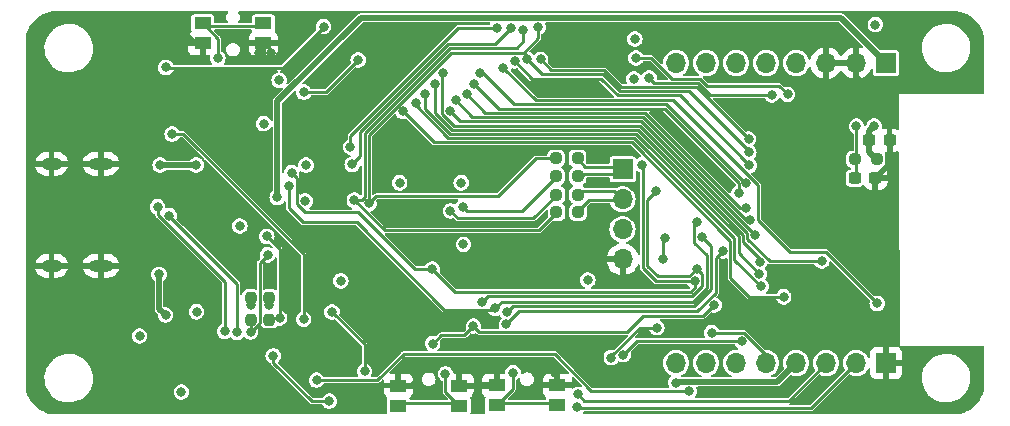
<source format=gbl>
%TF.GenerationSoftware,KiCad,Pcbnew,7.0.2*%
%TF.CreationDate,2024-01-21T15:04:15+01:00*%
%TF.ProjectId,ESP32CAM,45535033-3243-4414-9d2e-6b696361645f,rev?*%
%TF.SameCoordinates,Original*%
%TF.FileFunction,Copper,L4,Bot*%
%TF.FilePolarity,Positive*%
%FSLAX46Y46*%
G04 Gerber Fmt 4.6, Leading zero omitted, Abs format (unit mm)*
G04 Created by KiCad (PCBNEW 7.0.2) date 2024-01-21 15:04:15*
%MOMM*%
%LPD*%
G01*
G04 APERTURE LIST*
G04 Aperture macros list*
%AMRoundRect*
0 Rectangle with rounded corners*
0 $1 Rounding radius*
0 $2 $3 $4 $5 $6 $7 $8 $9 X,Y pos of 4 corners*
0 Add a 4 corners polygon primitive as box body*
4,1,4,$2,$3,$4,$5,$6,$7,$8,$9,$2,$3,0*
0 Add four circle primitives for the rounded corners*
1,1,$1+$1,$2,$3*
1,1,$1+$1,$4,$5*
1,1,$1+$1,$6,$7*
1,1,$1+$1,$8,$9*
0 Add four rect primitives between the rounded corners*
20,1,$1+$1,$2,$3,$4,$5,0*
20,1,$1+$1,$4,$5,$6,$7,0*
20,1,$1+$1,$6,$7,$8,$9,0*
20,1,$1+$1,$8,$9,$2,$3,0*%
G04 Aperture macros list end*
%TA.AperFunction,ComponentPad*%
%ADD10O,2.100000X1.000000*%
%TD*%
%TA.AperFunction,ComponentPad*%
%ADD11O,1.800000X1.000000*%
%TD*%
%TA.AperFunction,ComponentPad*%
%ADD12R,1.700000X1.700000*%
%TD*%
%TA.AperFunction,ComponentPad*%
%ADD13O,1.700000X1.700000*%
%TD*%
%TA.AperFunction,SMDPad,CuDef*%
%ADD14RoundRect,0.237500X-0.300000X-0.237500X0.300000X-0.237500X0.300000X0.237500X-0.300000X0.237500X0*%
%TD*%
%TA.AperFunction,SMDPad,CuDef*%
%ADD15RoundRect,0.237500X-0.237500X0.250000X-0.237500X-0.250000X0.237500X-0.250000X0.237500X0.250000X0*%
%TD*%
%TA.AperFunction,SMDPad,CuDef*%
%ADD16R,1.450000X1.000000*%
%TD*%
%TA.AperFunction,SMDPad,CuDef*%
%ADD17RoundRect,0.237500X0.250000X0.237500X-0.250000X0.237500X-0.250000X-0.237500X0.250000X-0.237500X0*%
%TD*%
%TA.AperFunction,SMDPad,CuDef*%
%ADD18RoundRect,0.237500X-0.250000X-0.237500X0.250000X-0.237500X0.250000X0.237500X-0.250000X0.237500X0*%
%TD*%
%TA.AperFunction,ViaPad*%
%ADD19C,0.800000*%
%TD*%
%TA.AperFunction,Conductor*%
%ADD20C,0.550000*%
%TD*%
%TA.AperFunction,Conductor*%
%ADD21C,0.254000*%
%TD*%
G04 APERTURE END LIST*
D10*
%TO.P,J1,S1,SHIELD*%
%TO.N,GND*%
X157030000Y-82180000D03*
D11*
X152850000Y-82180000D03*
D10*
X157030000Y-90820000D03*
D11*
X152850000Y-90820000D03*
%TD*%
D12*
%TO.P,J6,1,Pin_1*%
%TO.N,Net-(J6-Pin_1)*%
X201200000Y-82660000D03*
D13*
%TO.P,J6,2,Pin_2*%
%TO.N,Net-(J6-Pin_2)*%
X201200000Y-85200000D03*
%TO.P,J6,3,Pin_3*%
%TO.N,/VCC_ESP*%
X201200000Y-87740000D03*
%TO.P,J6,4,Pin_4*%
%TO.N,GND*%
X201200000Y-90280000D03*
%TD*%
D12*
%TO.P,J5,1,Pin_1*%
%TO.N,GND*%
X223520000Y-99060000D03*
D13*
%TO.P,J5,2,Pin_2*%
%TO.N,/TXD0*%
X220980000Y-99060000D03*
%TO.P,J5,3,Pin_3*%
%TO.N,/RXD0*%
X218440000Y-99060000D03*
%TO.P,J5,4,Pin_4*%
%TO.N,/VCC_ESP*%
X215900000Y-99060000D03*
%TO.P,J5,5,Pin_5*%
%TO.N,/HS2_DATA1*%
X213360000Y-99060000D03*
%TO.P,J5,6,Pin_6*%
%TO.N,/I016*%
X210820000Y-99060000D03*
%TO.P,J5,7,Pin_7*%
%TO.N,/CSI_MCLK*%
X208280000Y-99060000D03*
%TO.P,J5,8,Pin_8*%
%TO.N,/VCC_ESP*%
X205740000Y-99060000D03*
%TD*%
D14*
%TO.P,C13,1*%
%TO.N,/VCC_ESP*%
X222075000Y-80200000D03*
%TO.P,C13,2*%
%TO.N,GND*%
X223800000Y-80200000D03*
%TD*%
D15*
%TO.P,R35,1*%
%TO.N,/RXD0*%
X169700000Y-93550000D03*
%TO.P,R35,2*%
%TO.N,/TXD*%
X169700000Y-95375000D03*
%TD*%
D16*
%TO.P,S5,1*%
%TO.N,/HS2_DATA2*%
X190530000Y-102650000D03*
X195680000Y-102650000D03*
%TO.P,S5,2*%
%TO.N,GND*%
X190530000Y-100950000D03*
X195680000Y-100950000D03*
%TD*%
%TO.P,S4,1*%
%TO.N,/HS2_DATA0*%
X170795000Y-70295400D03*
X165645000Y-70295400D03*
%TO.P,S4,2*%
%TO.N,GND*%
X170795000Y-71995400D03*
X165645000Y-71995400D03*
%TD*%
%TO.P,S6,1*%
%TO.N,/HS2_DATA1*%
X182210000Y-102660000D03*
X187360000Y-102660000D03*
%TO.P,S6,2*%
%TO.N,GND*%
X182210000Y-100960000D03*
X187360000Y-100960000D03*
%TD*%
D14*
%TO.P,C20,1*%
%TO.N,/EN*%
X220875000Y-83400000D03*
%TO.P,C20,2*%
%TO.N,GND*%
X222600000Y-83400000D03*
%TD*%
D17*
%TO.P,R20,1*%
%TO.N,Net-(J6-Pin_1)*%
X197400000Y-83250000D03*
%TO.P,R20,2*%
%TO.N,/HS2_CMD*%
X195575000Y-83250000D03*
%TD*%
%TO.P,R32,1*%
%TO.N,/VCC_ESP*%
X222712500Y-81800000D03*
%TO.P,R32,2*%
%TO.N,/EN*%
X220887500Y-81800000D03*
%TD*%
D18*
%TO.P,R24,1*%
%TO.N,/HS2_CLK*%
X195600000Y-84800000D03*
%TO.P,R24,2*%
%TO.N,Net-(J6-Pin_2)*%
X197425000Y-84800000D03*
%TD*%
%TO.P,R25,1*%
%TO.N,/TWI_SCK*%
X195600000Y-86300000D03*
%TO.P,R25,2*%
%TO.N,Net-(J6-Pin_2)*%
X197425000Y-86300000D03*
%TD*%
D12*
%TO.P,J3,1,Pin_1*%
%TO.N,/USB_PWR*%
X223520000Y-73660000D03*
D13*
%TO.P,J3,2,Pin_2*%
%TO.N,GND*%
X220980000Y-73660000D03*
%TO.P,J3,3,Pin_3*%
X218440000Y-73660000D03*
%TO.P,J3,4,Pin_4*%
%TO.N,/HS2_CLK*%
X215900000Y-73660000D03*
%TO.P,J3,5,Pin_5*%
%TO.N,/HS2_DATA2*%
X213360000Y-73660000D03*
%TO.P,J3,6,Pin_6*%
%TO.N,/HS2_DATA3*%
X210820000Y-73660000D03*
%TO.P,J3,7,Pin_7*%
%TO.N,/HS2_CMD*%
X208280000Y-73660000D03*
%TO.P,J3,8,Pin_8*%
%TO.N,/HS2_DATA0*%
X205740000Y-73660000D03*
%TD*%
D17*
%TO.P,R21,1*%
%TO.N,Net-(J6-Pin_1)*%
X197387500Y-81725000D03*
%TO.P,R21,2*%
%TO.N,/TWI_SDA*%
X195562500Y-81725000D03*
%TD*%
D15*
%TO.P,R33,1*%
%TO.N,/TXD0*%
X171300000Y-93550000D03*
%TO.P,R33,2*%
%TO.N,/RXD*%
X171300000Y-95375000D03*
%TD*%
D19*
%TO.N,GND*%
X168200000Y-99800000D03*
X202971400Y-99060000D03*
X215000000Y-84000000D03*
X197590000Y-97750000D03*
X216600000Y-87400000D03*
X168250000Y-101000000D03*
X174421800Y-80772000D03*
X185547000Y-89103200D03*
X182250000Y-81170037D03*
X162640000Y-69690000D03*
X169500000Y-101000000D03*
X168250000Y-98750000D03*
X159871152Y-101317048D03*
X218400000Y-85600000D03*
X171170600Y-91567000D03*
X222750000Y-97000000D03*
X221005400Y-75133200D03*
X223748600Y-78892400D03*
X169500000Y-98750000D03*
X216600000Y-84000000D03*
X167000000Y-99800000D03*
X196950000Y-88100000D03*
X164846000Y-90525600D03*
X181140000Y-96080000D03*
X222750000Y-101000000D03*
X176225200Y-74498200D03*
X188870000Y-101790000D03*
X218400000Y-87400000D03*
X181100000Y-86950000D03*
X159004000Y-70993000D03*
X172339000Y-72821800D03*
X167000000Y-98750000D03*
X215000000Y-87400000D03*
X170383200Y-72847200D03*
X167000000Y-101000000D03*
X171399200Y-72847200D03*
X169400000Y-99800000D03*
X215000000Y-85600000D03*
X207237500Y-80962500D03*
X216600000Y-85600000D03*
X194925000Y-76025000D03*
X174447200Y-83769200D03*
X180175000Y-75300000D03*
X195450000Y-99940000D03*
X218400000Y-84000000D03*
X183591200Y-100888800D03*
X188175000Y-81675000D03*
%TO.N,/VCC_ESP*%
X174320200Y-85344000D03*
X202234800Y-71628000D03*
X187528200Y-83794600D03*
X163846666Y-101515066D03*
X187725000Y-89000000D03*
X177342800Y-92100000D03*
X222600000Y-70400000D03*
X202158600Y-75006200D03*
X205714600Y-100711000D03*
X222500000Y-79000000D03*
X198247000Y-92024200D03*
X168783000Y-87452200D03*
X170815000Y-78790800D03*
X165128500Y-94716600D03*
X172125000Y-75115000D03*
X182321200Y-83794600D03*
X174400000Y-82300000D03*
X160299400Y-96774000D03*
%TO.N,/EN*%
X162530000Y-74030000D03*
X174193200Y-95351600D03*
X221000000Y-79000000D03*
X175884200Y-70575800D03*
X163068000Y-79679800D03*
%TO.N,/CSI_D4*%
X218059000Y-90424000D03*
X186029600Y-74472800D03*
%TO.N,/CSI_D5*%
X187061676Y-76808158D03*
X212025102Y-86934492D03*
%TO.N,/CAM_RST*%
X178308000Y-82245200D03*
X191713543Y-70731452D03*
%TO.N,/CSI_D6*%
X187985400Y-76301600D03*
X211632702Y-85956796D03*
%TO.N,/CSI_D7*%
X211658235Y-83850100D03*
X189134400Y-74504654D03*
%TO.N,/CAM_PWR*%
X215163400Y-76301600D03*
X202336400Y-73228200D03*
%TO.N,/LED*%
X213817200Y-76352400D03*
X203454000Y-74930000D03*
X178816000Y-73406000D03*
X174218600Y-76123800D03*
%TO.N,/CSI_VSYNC*%
X192049400Y-73482200D03*
X211937600Y-82321400D03*
%TO.N,/TWI_SDA*%
X179730400Y-85547200D03*
X194259200Y-73353502D03*
X211861400Y-80086200D03*
X194063552Y-70603480D03*
%TO.N,/TWI_SCK*%
X192762500Y-70829203D03*
X211886800Y-81229200D03*
X178485800Y-85267800D03*
X193116200Y-73355200D03*
%TO.N,/HS2_CLK*%
X191363600Y-95783400D03*
X186625000Y-86175300D03*
X209677000Y-89560400D03*
%TO.N,/HS2_DATA2*%
X207949800Y-88417400D03*
X191920000Y-99880000D03*
X191430350Y-94732016D03*
%TO.N,/HS2_DATA3*%
X190424995Y-94417169D03*
X207481000Y-87097997D03*
X172920000Y-84090000D03*
%TO.N,/SD0*%
X204614306Y-90239544D03*
X204107500Y-96069823D03*
X200244457Y-98591597D03*
X204749400Y-88468200D03*
%TO.N,/HS2_CMD*%
X187675000Y-85825000D03*
X189331600Y-93903800D03*
X207487995Y-91086631D03*
X204012800Y-84455000D03*
%TO.N,/HS2_DATA0*%
X207314800Y-92125800D03*
X185089800Y-91109800D03*
X202869800Y-82270600D03*
X173180000Y-82940000D03*
X166930000Y-73230000D03*
%TO.N,/CSI_MCLK*%
X188645800Y-75438000D03*
X175285400Y-100507800D03*
X211023909Y-84691229D03*
X206857600Y-101422200D03*
%TO.N,/HS2_DATA1*%
X188569600Y-95935800D03*
X208762600Y-96494600D03*
X185115200Y-97409000D03*
X208952734Y-94144734D03*
X186205664Y-99967319D03*
%TO.N,/PSRAM_CLK*%
X201269600Y-98348800D03*
X211328000Y-97231200D03*
%TO.N,/CSI_D0*%
X185293000Y-75412600D03*
X212801200Y-90474800D03*
%TO.N,/CSI_D1*%
X212922980Y-92570653D03*
X183667400Y-77063600D03*
%TO.N,/CSI_D2*%
X214833200Y-93446600D03*
X182600600Y-77749400D03*
%TO.N,/CSI_D3*%
X212772737Y-91527918D03*
X184454800Y-76301600D03*
%TO.N,/RXD0*%
X197440000Y-101720000D03*
X169727252Y-94134000D03*
%TO.N,/TXD0*%
X171237063Y-94134000D03*
X197380742Y-102771835D03*
%TO.N,/CSI_PCLK*%
X212407500Y-88201500D03*
X186564297Y-77736857D03*
%TO.N,/CSI_HSYNC*%
X222758000Y-94005400D03*
X191109600Y-74041000D03*
%TO.N,/USB_PWR*%
X171958000Y-85039200D03*
X161950400Y-91541600D03*
X162052000Y-82296000D03*
X165100000Y-82296000D03*
X162500000Y-95000000D03*
%TO.N,/DATA+*%
X162814000Y-86588600D03*
X168554190Y-96459019D03*
%TO.N,/DATA-*%
X161823400Y-85826600D03*
X167503536Y-96381598D03*
%TO.N,/DTR*%
X176377600Y-102285800D03*
X171625000Y-98450000D03*
%TO.N,/RXD*%
X172161200Y-95250000D03*
X171069000Y-88341200D03*
%TO.N,/TXD*%
X171145200Y-89890600D03*
X169697400Y-96446500D03*
%TO.N,Net-(Q5-B)*%
X179349400Y-99745800D03*
X176593122Y-94728922D03*
%TO.N,Net-(J4-Pin_17)*%
X178155600Y-80772000D03*
X190550800Y-70688200D03*
%TD*%
D20*
%TO.N,GND*%
X182250000Y-81170037D02*
X182309163Y-81229200D01*
X188920000Y-101740000D02*
X188870000Y-101790000D01*
X170795000Y-71995400D02*
X170795000Y-72435400D01*
X165645000Y-71995400D02*
X164945400Y-71995400D01*
X183520000Y-100960000D02*
X182210000Y-100960000D01*
X183591200Y-100888800D02*
X183520000Y-100960000D01*
X170795000Y-72435400D02*
X170383200Y-72847200D01*
X187729200Y-81229200D02*
X188175000Y-81675000D01*
X195680000Y-100950000D02*
X195680000Y-100170000D01*
X190520000Y-100960000D02*
X190530000Y-100950000D01*
X188920000Y-100960000D02*
X188920000Y-101740000D01*
X223800000Y-82200000D02*
X222600000Y-83400000D01*
X188920000Y-100960000D02*
X190520000Y-100960000D01*
X182309163Y-81229200D02*
X187729200Y-81229200D01*
X195680000Y-100170000D02*
X195450000Y-99940000D01*
X223800000Y-80200000D02*
X223800000Y-82200000D01*
X164945400Y-71995400D02*
X162640000Y-69690000D01*
X187360000Y-100960000D02*
X188920000Y-100960000D01*
%TO.N,/VCC_ESP*%
X222075000Y-79425000D02*
X222500000Y-79000000D01*
X222075000Y-81212500D02*
X222662500Y-81800000D01*
X205780000Y-100645600D02*
X205714600Y-100711000D01*
X214314400Y-100645600D02*
X205780000Y-100645600D01*
X222075000Y-80200000D02*
X222075000Y-81212500D01*
X222075000Y-80200000D02*
X222075000Y-79425000D01*
X215900000Y-99060000D02*
X214314400Y-100645600D01*
D21*
%TO.N,/EN*%
X163068000Y-79679800D02*
X164007800Y-79679800D01*
X162550000Y-74050000D02*
X162530000Y-74030000D01*
X175884200Y-70575800D02*
X172410000Y-74050000D01*
X221000000Y-83275000D02*
X220875000Y-83400000D01*
X221000000Y-79000000D02*
X221000000Y-83275000D01*
X172410000Y-74050000D02*
X162550000Y-74050000D01*
X164007800Y-79679800D02*
X174193200Y-89865200D01*
X174193200Y-89865200D02*
X174193200Y-95351600D01*
%TO.N,/CSI_D4*%
X185935697Y-74566703D02*
X186029600Y-74472800D01*
X213639375Y-90424000D02*
X211732404Y-88517029D01*
X211732404Y-88517029D02*
X211732404Y-88032252D01*
X202645348Y-78945196D02*
X186883661Y-78945196D01*
X218059000Y-90424000D02*
X213639375Y-90424000D01*
X185935697Y-77997232D02*
X185935697Y-74566703D01*
X186883661Y-78945196D02*
X185935697Y-77997232D01*
X211732404Y-88032252D02*
X202645348Y-78945196D01*
%TO.N,/CSI_D5*%
X211639021Y-86934492D02*
X212025102Y-86934492D01*
X202939523Y-78234994D02*
X211639021Y-86934492D01*
X187061676Y-76808158D02*
X188485518Y-78232000D01*
X188485518Y-78232000D02*
X202657129Y-78232000D01*
X202660123Y-78234994D02*
X202939523Y-78234994D01*
X202657129Y-78232000D02*
X202660123Y-78234994D01*
%TO.N,/CAM_RST*%
X191713543Y-70731452D02*
X190435995Y-72009000D01*
X186446237Y-72009000D02*
X178993800Y-79461437D01*
X178993800Y-79461437D02*
X178993800Y-81559400D01*
X178993800Y-81559400D02*
X178308000Y-82245200D01*
X190435995Y-72009000D02*
X186446237Y-72009000D01*
%TO.N,/CSI_D6*%
X189560200Y-77876400D02*
X203101400Y-77876400D01*
X203101400Y-77876400D02*
X211181796Y-85956796D01*
X187985400Y-76301600D02*
X189560200Y-77876400D01*
X211181796Y-85956796D02*
X211632702Y-85956796D01*
%TO.N,/CSI_D7*%
X189134400Y-74504654D02*
X189363454Y-74504654D01*
X211586700Y-83850100D02*
X211658235Y-83850100D01*
X189363454Y-74504654D02*
X192024000Y-77165200D01*
X192024000Y-77165200D02*
X204901800Y-77165200D01*
X204901800Y-77165200D02*
X211586700Y-83850100D01*
%TO.N,/CAM_PWR*%
X202336400Y-73228200D02*
X203643670Y-73228200D01*
X208371388Y-75590400D02*
X214452200Y-75590400D01*
X205397268Y-74981798D02*
X207762786Y-74981798D01*
X207762786Y-74981798D02*
X208371388Y-75590400D01*
X214452200Y-75590400D02*
X215163400Y-76301600D01*
X203643670Y-73228200D02*
X205397268Y-74981798D01*
%TO.N,/LED*%
X208630494Y-76352400D02*
X207615492Y-75337398D01*
X178816000Y-73406000D02*
X176098200Y-76123800D01*
X203861398Y-75337398D02*
X203454000Y-74930000D01*
X176098200Y-76123800D02*
X174218600Y-76123800D01*
X207615492Y-75337398D02*
X203861398Y-75337398D01*
X213817200Y-76352400D02*
X208630494Y-76352400D01*
%TO.N,/CSI_VSYNC*%
X206020398Y-76404198D02*
X200793104Y-76404198D01*
X199369706Y-74980800D02*
X193548000Y-74980800D01*
X193548000Y-74980800D02*
X192049400Y-73482200D01*
X211937600Y-82321400D02*
X206020398Y-76404198D01*
X200793104Y-76404198D02*
X199369706Y-74980800D01*
%TO.N,/TWI_SDA*%
X195175797Y-74270099D02*
X194259200Y-73353502D01*
X207468198Y-75692998D02*
X201086986Y-75692998D01*
X211861400Y-80086200D02*
X207468198Y-75692998D01*
X201086986Y-75692998D02*
X199664087Y-74270099D01*
X195612500Y-81725000D02*
X193865000Y-81725000D01*
X199664087Y-74270099D02*
X195175797Y-74270099D01*
X194063552Y-71518848D02*
X192811400Y-72771000D01*
X194063552Y-70603480D02*
X194063552Y-71518848D01*
X179730400Y-79730625D02*
X179730400Y-85547200D01*
X186690025Y-72771000D02*
X179730400Y-79730625D01*
X190665000Y-84925000D02*
X180352600Y-84925000D01*
X193865000Y-81725000D02*
X190665000Y-84925000D01*
X192811400Y-72771000D02*
X186690025Y-72771000D01*
X180352600Y-84925000D02*
X179730400Y-85547200D01*
%TO.N,/TWI_SCK*%
X200940398Y-76048598D02*
X199517000Y-74625200D01*
X211886800Y-81102200D02*
X206833198Y-76048598D01*
X194112500Y-87825000D02*
X181043000Y-87825000D01*
X179120825Y-85267800D02*
X178485800Y-85267800D01*
X192762500Y-71829300D02*
X192227200Y-72364600D01*
X179374800Y-85013825D02*
X179120825Y-85267800D01*
X179374800Y-79583331D02*
X179374800Y-85013825D01*
X199517000Y-74625200D02*
X194386200Y-74625200D01*
X206833198Y-76048598D02*
X200940398Y-76048598D01*
X195637500Y-86300000D02*
X194112500Y-87825000D01*
X194386200Y-74625200D02*
X193116200Y-73355200D01*
X211886800Y-81229200D02*
X211886800Y-81102200D01*
X192227200Y-72364600D02*
X186593531Y-72364600D01*
X181043000Y-87825000D02*
X178485800Y-85267800D01*
X192762500Y-70829203D02*
X192762500Y-71829300D01*
X186593531Y-72364600D02*
X179374800Y-79583331D01*
%TO.N,/HS2_CLK*%
X195650000Y-84800000D02*
X193646100Y-86803900D01*
X209092800Y-90144600D02*
X209092800Y-93116400D01*
X187253600Y-86803900D02*
X186625000Y-86175300D01*
X193646100Y-86803900D02*
X187253600Y-86803900D01*
X209677000Y-89560400D02*
X209092800Y-90144600D01*
X209092800Y-93116400D02*
X207518000Y-94691200D01*
X207518000Y-94691200D02*
X192455800Y-94691200D01*
X192455800Y-94691200D02*
X191363600Y-95783400D01*
%TO.N,/HS2_DATA2*%
X208661000Y-92821682D02*
X207274082Y-94208600D01*
X195449000Y-102419000D02*
X195680000Y-102650000D01*
X207274082Y-94208600D02*
X191953766Y-94208600D01*
X190530000Y-102650000D02*
X191920000Y-101260000D01*
X207949800Y-88417400D02*
X208661000Y-89128600D01*
X208661000Y-89128600D02*
X208661000Y-92821682D01*
X191953766Y-94208600D02*
X191430350Y-94732016D01*
X190761000Y-102419000D02*
X195449000Y-102419000D01*
X190530000Y-102650000D02*
X190761000Y-102419000D01*
X191920000Y-101260000D02*
X191920000Y-99880000D01*
%TO.N,/HS2_DATA3*%
X172920000Y-85930000D02*
X174120000Y-87130000D01*
X207481000Y-87097997D02*
X207275000Y-87303997D01*
X207275000Y-88860175D02*
X208305400Y-89890575D01*
X207275000Y-87303997D02*
X207275000Y-88860175D01*
X190309764Y-94532400D02*
X190424995Y-94417169D01*
X208305400Y-92674388D02*
X207126788Y-93853000D01*
X186112400Y-94532400D02*
X190309764Y-94532400D01*
X172920000Y-84090000D02*
X172920000Y-85930000D01*
X207126788Y-93853000D02*
X190989164Y-93853000D01*
X208305400Y-89890575D02*
X208305400Y-92674388D01*
X178710000Y-87130000D02*
X186112400Y-94532400D01*
X174120000Y-87130000D02*
X178710000Y-87130000D01*
X190989164Y-93853000D02*
X190424995Y-94417169D01*
%TO.N,/SD0*%
X200244457Y-98591597D02*
X200244457Y-98484968D01*
X202659602Y-96069823D02*
X204107500Y-96069823D01*
X200244457Y-98484968D02*
X202659602Y-96069823D01*
X204614306Y-88603294D02*
X204614306Y-90239544D01*
X204749400Y-88468200D02*
X204614306Y-88603294D01*
%TO.N,/HS2_CMD*%
X207943400Y-92533494D02*
X207055694Y-93421200D01*
X204012800Y-84455000D02*
X203250800Y-85217000D01*
X188025300Y-86175300D02*
X192699700Y-86175300D01*
X207943400Y-91542036D02*
X207943400Y-92533494D01*
X207055694Y-93421200D02*
X189814200Y-93421200D01*
X206832225Y-91719400D02*
X207464994Y-91086631D01*
X189814200Y-93421200D02*
X189331600Y-93903800D01*
X204165200Y-91719400D02*
X206832225Y-91719400D01*
X203250800Y-85217000D02*
X203250800Y-90805000D01*
X207464994Y-91086631D02*
X207487995Y-91086631D01*
X187675000Y-85825000D02*
X188025300Y-86175300D01*
X192699700Y-86175300D02*
X195625000Y-83250000D01*
X203250800Y-90805000D02*
X204165200Y-91719400D01*
X207487995Y-91086631D02*
X207943400Y-91542036D01*
%TO.N,/HS2_DATA0*%
X174340000Y-86290000D02*
X178822894Y-86290000D01*
X203987400Y-92125800D02*
X207314800Y-92125800D01*
X202895200Y-91033600D02*
X203987400Y-92125800D01*
X185089800Y-91109800D02*
X186994800Y-93014800D01*
X186994800Y-93014800D02*
X206959200Y-93014800D01*
X202869800Y-82270600D02*
X202895200Y-82296000D01*
X178822894Y-86290000D02*
X183642694Y-91109800D01*
X173602600Y-83362600D02*
X173602600Y-85552600D01*
X170564000Y-70526400D02*
X170795000Y-70295400D01*
X183642694Y-91109800D02*
X185089800Y-91109800D01*
X206959200Y-93014800D02*
X207314800Y-92659200D01*
X165645000Y-70295400D02*
X166930000Y-71580400D01*
X165645000Y-70295400D02*
X165876000Y-70526400D01*
X173602600Y-85552600D02*
X174340000Y-86290000D01*
X207314800Y-92659200D02*
X207314800Y-92125800D01*
X166930000Y-71580400D02*
X166930000Y-73230000D01*
X173180000Y-82940000D02*
X173602600Y-83362600D01*
X165876000Y-70526400D02*
X170564000Y-70526400D01*
X202895200Y-82296000D02*
X202895200Y-91033600D01*
%TO.N,/CSI_MCLK*%
X204754506Y-77520800D02*
X190728600Y-77520800D01*
X198560800Y-101422200D02*
X206857600Y-101422200D01*
X211029635Y-84685503D02*
X211029635Y-83795929D01*
X180441600Y-100507800D02*
X182651400Y-98298000D01*
X211029635Y-83795929D02*
X204754506Y-77520800D01*
X182651400Y-98298000D02*
X195436600Y-98298000D01*
X211023909Y-84691229D02*
X211029635Y-84685503D01*
X190728600Y-77520800D02*
X188645800Y-75438000D01*
X175285400Y-100507800D02*
X180441600Y-100507800D01*
X195436600Y-98298000D02*
X198560800Y-101422200D01*
%TO.N,/HS2_DATA1*%
X188569600Y-95935800D02*
X189045800Y-96412000D01*
X189045800Y-96412000D02*
X201580800Y-96412000D01*
X187360000Y-102660000D02*
X186205664Y-101505664D01*
X185115200Y-97409000D02*
X185826400Y-96697800D01*
X187807600Y-96697800D02*
X188569600Y-95935800D01*
X211480375Y-96494600D02*
X213360000Y-98374225D01*
X187129000Y-102429000D02*
X187360000Y-102660000D01*
X213360000Y-98374225D02*
X213360000Y-99060000D01*
X208025268Y-95072200D02*
X208952734Y-94144734D01*
X201580800Y-96412000D02*
X202920600Y-95072200D01*
X208762600Y-96494600D02*
X211480375Y-96494600D01*
X186205664Y-101505664D02*
X186205664Y-99967319D01*
X182210000Y-102660000D02*
X182441000Y-102429000D01*
X182441000Y-102429000D02*
X187129000Y-102429000D01*
X202920600Y-95072200D02*
X208025268Y-95072200D01*
X185826400Y-96697800D02*
X187807600Y-96697800D01*
%TO.N,/PSRAM_CLK*%
X202438000Y-97180400D02*
X201269600Y-98348800D01*
X211277200Y-97180400D02*
X202438000Y-97180400D01*
X211328000Y-97231200D02*
X211277200Y-97180400D01*
%TO.N,/CSI_D0*%
X212801200Y-90474800D02*
X212801200Y-90246200D01*
X185293000Y-77857429D02*
X185293000Y-75412600D01*
X212801200Y-90246200D02*
X211377303Y-88822303D01*
X202498261Y-79300297D02*
X186735868Y-79300297D01*
X186735868Y-79300297D02*
X185293000Y-77857429D01*
X211377303Y-88822303D02*
X211377303Y-88179339D01*
X211377303Y-88179339D02*
X202498261Y-79300297D01*
%TO.N,/CSI_D1*%
X212922980Y-92570653D02*
X210667600Y-90315273D01*
X202204087Y-80010499D02*
X186440282Y-80010499D01*
X183667400Y-77237617D02*
X183667400Y-77063600D01*
X210667101Y-88473513D02*
X202204087Y-80010499D01*
X210667101Y-89133913D02*
X210667101Y-88473513D01*
X210667600Y-89134412D02*
X210667101Y-89133913D01*
X186440282Y-80010499D02*
X183667400Y-77237617D01*
X210667600Y-90315273D02*
X210667600Y-89134412D01*
%TO.N,/CSI_D2*%
X210312000Y-91820975D02*
X210312000Y-88696800D01*
X210312000Y-88696800D02*
X201980800Y-80365600D01*
X211937625Y-93446600D02*
X210312000Y-91820975D01*
X201980800Y-80365600D02*
X185216800Y-80365600D01*
X185216800Y-80365600D02*
X182600600Y-77749400D01*
X214833200Y-93446600D02*
X211937625Y-93446600D01*
%TO.N,/CSI_D3*%
X211022202Y-88326426D02*
X202351174Y-79655398D01*
X186588075Y-79655398D02*
X184454800Y-77522123D01*
X211023200Y-88987118D02*
X211022202Y-88986120D01*
X184454800Y-77522123D02*
X184454800Y-76301600D01*
X211023200Y-89778381D02*
X211023200Y-88987118D01*
X212772737Y-91527918D02*
X211023200Y-89778381D01*
X202351174Y-79655398D02*
X186588075Y-79655398D01*
X211022202Y-88986120D02*
X211022202Y-88326426D01*
%TO.N,/RXD0*%
X169727252Y-94134000D02*
X169700000Y-94106748D01*
X215250976Y-102249024D02*
X218440000Y-99060000D01*
X197440000Y-101720000D02*
X197969024Y-102249024D01*
X169700000Y-94106748D02*
X169700000Y-93600000D01*
X197969024Y-102249024D02*
X215250976Y-102249024D01*
%TO.N,/TXD0*%
X197380742Y-102771835D02*
X197486031Y-102877124D01*
X217162876Y-102877124D02*
X220980000Y-99060000D01*
X171237063Y-93662937D02*
X171300000Y-93600000D01*
X197486031Y-102877124D02*
X217162876Y-102877124D01*
X171237063Y-94134000D02*
X171237063Y-93662937D01*
%TO.N,/CSI_PCLK*%
X202051454Y-78588598D02*
X202050456Y-78587600D01*
X202792436Y-78590095D02*
X202149472Y-78590095D01*
X202147975Y-78588598D02*
X202051454Y-78588598D01*
X202050456Y-78587600D02*
X187415040Y-78587600D01*
X202149472Y-78590095D02*
X202147975Y-78588598D01*
X212407500Y-88201500D02*
X212091164Y-87885164D01*
X187415040Y-78587600D02*
X186564297Y-77736857D01*
X212087505Y-87885164D02*
X202792436Y-78590095D01*
X212091164Y-87885164D02*
X212087505Y-87885164D01*
%TO.N,/CSI_HSYNC*%
X212653702Y-86923702D02*
X212653702Y-83957299D01*
X193878200Y-76809600D02*
X191109600Y-74041000D01*
X218414600Y-89662000D02*
X215392000Y-89662000D01*
X212653702Y-83957299D02*
X205506003Y-76809600D01*
X222758000Y-94005400D02*
X218414600Y-89662000D01*
X215392000Y-89662000D02*
X212653702Y-86923702D01*
X205506003Y-76809600D02*
X193878200Y-76809600D01*
D20*
%TO.N,/USB_PWR*%
X165100000Y-82296000D02*
X162052000Y-82296000D01*
X219687380Y-69827380D02*
X223520000Y-73660000D01*
X179041820Y-69827380D02*
X219687380Y-69827380D01*
X171958000Y-76911200D02*
X179041820Y-69827380D01*
X161950400Y-94450400D02*
X162500000Y-95000000D01*
X171958000Y-85039200D02*
X171958000Y-76911200D01*
X161950400Y-91541600D02*
X161950400Y-94450400D01*
D21*
%TO.N,/DATA+*%
X168554190Y-96459019D02*
X168554190Y-92328790D01*
X168554190Y-92328790D02*
X162814000Y-86588600D01*
%TO.N,/DATA-*%
X161823400Y-86486975D02*
X161823400Y-85826600D01*
X167503536Y-96381598D02*
X167500765Y-96378827D01*
X167500765Y-96378827D02*
X167500765Y-92164340D01*
X167500765Y-92164340D02*
X161823400Y-86486975D01*
%TO.N,/DTR*%
X171625000Y-99025000D02*
X171625000Y-98450000D01*
X176377600Y-102285800D02*
X174885800Y-102285800D01*
X174885800Y-102285800D02*
X171625000Y-99025000D01*
%TO.N,/RXD*%
X172161200Y-89433400D02*
X171069000Y-88341200D01*
X172161200Y-95250000D02*
X171375000Y-95250000D01*
X172161200Y-95250000D02*
X172161200Y-89433400D01*
X171375000Y-95250000D02*
X171300000Y-95325000D01*
%TO.N,/TXD*%
X170484800Y-95659100D02*
X170484800Y-90551000D01*
X170484800Y-90551000D02*
X171145200Y-89890600D01*
X169700000Y-96443900D02*
X169697400Y-96446500D01*
X169700000Y-95325000D02*
X169700000Y-96443900D01*
X169697400Y-96446500D02*
X170484800Y-95659100D01*
%TO.N,Net-(Q5-B)*%
X179349400Y-97485200D02*
X176593122Y-94728922D01*
X179349400Y-99745800D02*
X179349400Y-97485200D01*
%TO.N,Net-(J6-Pin_2)*%
X197362500Y-86300000D02*
X198387500Y-85275000D01*
X197675000Y-84500000D02*
X200500000Y-84500000D01*
X201125000Y-85275000D02*
X201200000Y-85200000D01*
X200500000Y-84500000D02*
X201200000Y-85200000D01*
X197375000Y-84800000D02*
X197675000Y-84500000D01*
X198387500Y-85275000D02*
X201125000Y-85275000D01*
%TO.N,Net-(J4-Pin_17)*%
X178155600Y-79796743D02*
X187264143Y-70688200D01*
X178155600Y-80772000D02*
X178155600Y-79796743D01*
X187264143Y-70688200D02*
X190550800Y-70688200D01*
%TO.N,Net-(J6-Pin_1)*%
X200785000Y-83075000D02*
X201200000Y-82660000D01*
X197337500Y-81725000D02*
X198037500Y-82425000D01*
X197962500Y-83075000D02*
X200785000Y-83075000D01*
X197512500Y-83525000D02*
X197962500Y-83075000D01*
X200560000Y-83300000D02*
X201200000Y-82660000D01*
X200965000Y-82425000D02*
X201200000Y-82660000D01*
X198037500Y-82425000D02*
X200965000Y-82425000D01*
%TD*%
%TA.AperFunction,Conductor*%
%TO.N,GND*%
G36*
X171895092Y-90124468D02*
G01*
X171928623Y-90175648D01*
X171932100Y-90201656D01*
X171932100Y-92783033D01*
X171913193Y-92841224D01*
X171863693Y-92877188D01*
X171802507Y-92877188D01*
X171778784Y-92864886D01*
X171643157Y-92814299D01*
X171587187Y-92808282D01*
X171587173Y-92808281D01*
X171584557Y-92808000D01*
X171581910Y-92808000D01*
X171018091Y-92808000D01*
X171018072Y-92808000D01*
X171015444Y-92808001D01*
X171012828Y-92808282D01*
X171012812Y-92808283D01*
X170956842Y-92814300D01*
X170847497Y-92855084D01*
X170786368Y-92857704D01*
X170735373Y-92823894D01*
X170713991Y-92766566D01*
X170713900Y-92762326D01*
X170713900Y-90686902D01*
X170732807Y-90628711D01*
X170742890Y-90616904D01*
X170824854Y-90534940D01*
X170879369Y-90507165D01*
X170918547Y-90508822D01*
X171065729Y-90545100D01*
X171224671Y-90545100D01*
X171378993Y-90507063D01*
X171519729Y-90433199D01*
X171638698Y-90327801D01*
X171728987Y-90196995D01*
X171740533Y-90166549D01*
X171778847Y-90118845D01*
X171837883Y-90102772D01*
X171895092Y-90124468D01*
G37*
%TD.AperFunction*%
%TA.AperFunction,Conductor*%
G36*
X167750971Y-69269407D02*
G01*
X167786935Y-69318907D01*
X167786935Y-69380093D01*
X167771322Y-69409767D01*
X167717302Y-69480166D01*
X167659312Y-69620164D01*
X167639534Y-69770400D01*
X167659312Y-69920635D01*
X167717302Y-70060633D01*
X167776693Y-70138033D01*
X167797117Y-70195709D01*
X167779739Y-70254374D01*
X167731198Y-70291622D01*
X167698151Y-70297300D01*
X166723500Y-70297300D01*
X166665309Y-70278393D01*
X166629345Y-70228893D01*
X166624500Y-70198300D01*
X166624499Y-69770334D01*
X166624499Y-69770333D01*
X166609734Y-69696099D01*
X166553484Y-69611916D01*
X166518266Y-69588384D01*
X166469301Y-69555666D01*
X166469300Y-69555666D01*
X166395067Y-69540900D01*
X166395066Y-69540900D01*
X164894934Y-69540900D01*
X164820699Y-69555666D01*
X164736515Y-69611916D01*
X164680266Y-69696098D01*
X164665500Y-69770333D01*
X164665500Y-70820465D01*
X164671058Y-70848405D01*
X164680266Y-70894701D01*
X164697430Y-70920388D01*
X164714038Y-70979276D01*
X164692860Y-71036680D01*
X164674444Y-71054642D01*
X164562810Y-71138212D01*
X164476646Y-71253310D01*
X164426401Y-71388023D01*
X164420282Y-71444942D01*
X164420000Y-71450218D01*
X164420000Y-71745399D01*
X164420001Y-71745400D01*
X165796000Y-71745400D01*
X165854191Y-71764307D01*
X165890155Y-71813807D01*
X165895000Y-71844400D01*
X165895000Y-72995399D01*
X165895001Y-72995400D01*
X166187431Y-72995400D01*
X166245622Y-73014307D01*
X166281586Y-73063807D01*
X166285709Y-73106333D01*
X166270692Y-73230000D01*
X166289850Y-73387779D01*
X166289850Y-73387781D01*
X166289851Y-73387782D01*
X166298277Y-73409999D01*
X166346213Y-73536396D01*
X166435439Y-73665661D01*
X166452935Y-73724292D01*
X166432627Y-73782009D01*
X166382273Y-73816766D01*
X166353964Y-73820900D01*
X163219021Y-73820900D01*
X163160830Y-73801993D01*
X163126455Y-73757006D01*
X163113787Y-73723605D01*
X163023500Y-73592801D01*
X162904527Y-73487399D01*
X162763794Y-73413537D01*
X162609471Y-73375500D01*
X162450529Y-73375500D01*
X162296205Y-73413537D01*
X162155472Y-73487399D01*
X162036501Y-73592799D01*
X161946213Y-73723603D01*
X161889850Y-73872220D01*
X161870692Y-74030000D01*
X161889850Y-74187779D01*
X161889850Y-74187781D01*
X161889851Y-74187782D01*
X161897034Y-74206722D01*
X161946213Y-74336396D01*
X162036501Y-74467200D01*
X162155472Y-74572600D01*
X162278685Y-74637267D01*
X162296207Y-74646463D01*
X162450529Y-74684500D01*
X162609471Y-74684500D01*
X162763793Y-74646463D01*
X162904529Y-74572599D01*
X163023498Y-74467201D01*
X163078580Y-74387401D01*
X163120616Y-74326502D01*
X163123133Y-74328239D01*
X163149602Y-74295287D01*
X163203851Y-74279100D01*
X171966160Y-74279100D01*
X172024351Y-74298007D01*
X172060315Y-74347507D01*
X172060315Y-74408693D01*
X172024351Y-74458193D01*
X171989852Y-74474223D01*
X171891206Y-74498537D01*
X171750472Y-74572399D01*
X171631501Y-74677799D01*
X171541213Y-74808603D01*
X171484850Y-74957220D01*
X171465692Y-75115000D01*
X171484850Y-75272779D01*
X171541213Y-75421396D01*
X171631501Y-75552200D01*
X171750472Y-75657600D01*
X171851465Y-75710605D01*
X171891207Y-75731463D01*
X172045529Y-75769500D01*
X172204471Y-75769500D01*
X172339975Y-75736101D01*
X172400998Y-75740533D01*
X172447763Y-75779987D01*
X172462406Y-75839394D01*
X172439334Y-75896063D01*
X172433670Y-75902228D01*
X171726260Y-76609638D01*
X171710408Y-76622511D01*
X171699065Y-76629922D01*
X171678568Y-76656256D01*
X171670459Y-76665441D01*
X171669253Y-76666647D01*
X171656806Y-76684078D01*
X171654366Y-76687351D01*
X171618685Y-76733196D01*
X171615963Y-76738484D01*
X171599384Y-76794170D01*
X171598136Y-76798065D01*
X171579271Y-76853017D01*
X171578414Y-76858899D01*
X171580815Y-76916930D01*
X171580900Y-76921022D01*
X171580900Y-78430538D01*
X171561993Y-78488729D01*
X171512493Y-78524693D01*
X171451307Y-78524693D01*
X171401807Y-78488729D01*
X171400425Y-78486777D01*
X171308498Y-78353599D01*
X171189527Y-78248199D01*
X171048794Y-78174337D01*
X170894471Y-78136300D01*
X170735529Y-78136300D01*
X170581205Y-78174337D01*
X170440472Y-78248199D01*
X170321501Y-78353599D01*
X170231213Y-78484403D01*
X170174850Y-78633020D01*
X170155692Y-78790800D01*
X170174850Y-78948579D01*
X170231213Y-79097196D01*
X170321501Y-79228000D01*
X170440472Y-79333400D01*
X170516692Y-79373403D01*
X170581207Y-79407263D01*
X170735529Y-79445300D01*
X170894471Y-79445300D01*
X171048793Y-79407263D01*
X171189529Y-79333399D01*
X171308498Y-79228001D01*
X171371173Y-79137201D01*
X171400425Y-79094823D01*
X171449041Y-79057673D01*
X171510209Y-79056195D01*
X171560563Y-79090952D01*
X171580871Y-79148669D01*
X171580900Y-79151061D01*
X171580900Y-84454321D01*
X171561993Y-84512512D01*
X171547550Y-84528423D01*
X171464501Y-84601999D01*
X171374213Y-84732803D01*
X171317850Y-84881420D01*
X171298692Y-85039200D01*
X171317850Y-85196979D01*
X171374213Y-85345596D01*
X171464501Y-85476400D01*
X171464502Y-85476401D01*
X171511532Y-85518066D01*
X171583472Y-85581800D01*
X171724205Y-85655662D01*
X171724207Y-85655663D01*
X171878529Y-85693700D01*
X172037471Y-85693700D01*
X172191793Y-85655663D01*
X172332529Y-85581799D01*
X172451498Y-85476401D01*
X172510425Y-85391029D01*
X172559041Y-85353881D01*
X172620208Y-85352403D01*
X172670563Y-85387160D01*
X172690871Y-85444877D01*
X172690900Y-85447269D01*
X172690900Y-85921423D01*
X172690764Y-85926605D01*
X172688665Y-85966638D01*
X172696863Y-85987995D01*
X172701274Y-86002887D01*
X172706030Y-86025264D01*
X172709267Y-86029719D01*
X172721595Y-86052425D01*
X172723568Y-86057564D01*
X172739748Y-86073745D01*
X172749831Y-86085550D01*
X172752919Y-86089800D01*
X172763279Y-86104059D01*
X172768040Y-86106808D01*
X172788544Y-86122540D01*
X173951936Y-87285932D01*
X173955503Y-87289692D01*
X173982328Y-87319485D01*
X174003227Y-87328790D01*
X174016876Y-87336200D01*
X174036063Y-87348661D01*
X174041495Y-87349521D01*
X174066276Y-87356861D01*
X174071303Y-87359100D01*
X174094180Y-87359100D01*
X174109667Y-87360319D01*
X174132258Y-87363897D01*
X174137573Y-87362473D01*
X174163195Y-87359100D01*
X178574096Y-87359100D01*
X178632287Y-87378007D01*
X178644100Y-87388096D01*
X185944336Y-94688332D01*
X185947903Y-94692092D01*
X185974728Y-94721885D01*
X185974729Y-94721885D01*
X185974730Y-94721886D01*
X185976221Y-94722550D01*
X185995627Y-94731190D01*
X186009276Y-94738600D01*
X186028463Y-94751061D01*
X186033895Y-94751921D01*
X186058674Y-94759261D01*
X186063020Y-94761196D01*
X186063703Y-94761500D01*
X186086586Y-94761500D01*
X186102072Y-94762718D01*
X186124658Y-94766296D01*
X186129970Y-94764872D01*
X186155591Y-94761500D01*
X189815434Y-94761500D01*
X189873625Y-94780407D01*
X189896909Y-94804261D01*
X189931496Y-94854369D01*
X190050467Y-94959769D01*
X190165482Y-95020133D01*
X190191202Y-95033632D01*
X190345524Y-95071669D01*
X190504466Y-95071669D01*
X190658788Y-95033632D01*
X190716547Y-95003317D01*
X190776857Y-94993017D01*
X190831705Y-95020133D01*
X190844028Y-95034739D01*
X190937505Y-95170163D01*
X190955001Y-95228794D01*
X190934693Y-95286511D01*
X190921680Y-95300504D01*
X190870101Y-95346199D01*
X190779813Y-95477003D01*
X190723450Y-95625620D01*
X190704292Y-95783400D01*
X190723450Y-95941179D01*
X190723450Y-95941181D01*
X190723451Y-95941182D01*
X190764264Y-96048796D01*
X190767220Y-96109908D01*
X190733690Y-96161088D01*
X190676480Y-96182784D01*
X190671697Y-96182900D01*
X189310651Y-96182900D01*
X189252460Y-96163993D01*
X189216496Y-96114493D01*
X189212373Y-96071969D01*
X189228907Y-95935800D01*
X189227970Y-95928087D01*
X189215067Y-95821816D01*
X189209749Y-95778018D01*
X189153387Y-95629405D01*
X189150774Y-95625620D01*
X189063098Y-95498599D01*
X188944127Y-95393199D01*
X188803394Y-95319337D01*
X188649071Y-95281300D01*
X188490129Y-95281300D01*
X188335805Y-95319337D01*
X188195072Y-95393199D01*
X188076101Y-95498599D01*
X187985813Y-95629403D01*
X187929450Y-95778020D01*
X187910292Y-95935800D01*
X187929450Y-96093579D01*
X187929450Y-96093581D01*
X187929451Y-96093582D01*
X187942775Y-96128715D01*
X187950300Y-96148555D01*
X187953256Y-96209669D01*
X187927737Y-96253664D01*
X187741699Y-96439703D01*
X187687182Y-96467481D01*
X187671695Y-96468700D01*
X185834982Y-96468700D01*
X185829802Y-96468564D01*
X185789762Y-96466466D01*
X185789761Y-96466466D01*
X185768403Y-96474663D01*
X185753515Y-96479073D01*
X185731135Y-96483830D01*
X185726680Y-96487067D01*
X185703978Y-96499393D01*
X185698835Y-96501367D01*
X185682656Y-96517546D01*
X185670849Y-96527630D01*
X185652342Y-96541076D01*
X185649591Y-96545842D01*
X185633861Y-96566341D01*
X185435545Y-96764657D01*
X185381028Y-96792434D01*
X185341849Y-96790776D01*
X185194672Y-96754500D01*
X185194671Y-96754500D01*
X185035729Y-96754500D01*
X184881405Y-96792537D01*
X184740672Y-96866399D01*
X184621701Y-96971799D01*
X184531413Y-97102603D01*
X184475050Y-97251220D01*
X184455892Y-97409000D01*
X184475050Y-97566779D01*
X184531413Y-97715396D01*
X184621701Y-97846200D01*
X184677685Y-97895798D01*
X184708703Y-97948538D01*
X184702797Y-98009438D01*
X184662223Y-98055235D01*
X184612035Y-98068900D01*
X182659975Y-98068900D01*
X182654794Y-98068764D01*
X182634128Y-98067681D01*
X182614760Y-98066666D01*
X182614759Y-98066666D01*
X182593399Y-98074864D01*
X182578515Y-98079273D01*
X182556134Y-98084031D01*
X182551679Y-98087268D01*
X182528978Y-98099593D01*
X182523835Y-98101567D01*
X182507656Y-98117746D01*
X182495849Y-98127830D01*
X182477342Y-98141276D01*
X182474591Y-98146042D01*
X182458861Y-98166541D01*
X180375699Y-100249704D01*
X180321182Y-100277481D01*
X180305695Y-100278700D01*
X179965471Y-100278700D01*
X179907280Y-100259793D01*
X179871316Y-100210293D01*
X179871316Y-100149107D01*
X179883996Y-100123462D01*
X179933185Y-100052199D01*
X179933187Y-100052195D01*
X179989549Y-99903582D01*
X180008707Y-99745800D01*
X179989549Y-99588018D01*
X179933187Y-99439405D01*
X179928170Y-99432137D01*
X179842898Y-99308599D01*
X179723928Y-99203200D01*
X179631492Y-99154686D01*
X179588754Y-99110902D01*
X179578500Y-99067026D01*
X179578500Y-97493781D01*
X179578636Y-97488601D01*
X179580734Y-97448561D01*
X179572536Y-97427206D01*
X179568125Y-97412313D01*
X179567310Y-97408478D01*
X179563369Y-97389935D01*
X179560132Y-97385480D01*
X179547804Y-97362774D01*
X179545832Y-97357636D01*
X179545830Y-97357634D01*
X179529653Y-97341456D01*
X179519566Y-97329646D01*
X179510087Y-97316600D01*
X179506122Y-97311142D01*
X179501356Y-97308390D01*
X179480856Y-97292660D01*
X177234983Y-95046787D01*
X177207206Y-94992270D01*
X177212420Y-94941680D01*
X177233271Y-94886704D01*
X177252429Y-94728922D01*
X177233271Y-94571140D01*
X177176909Y-94422527D01*
X177168402Y-94410203D01*
X177086620Y-94291721D01*
X176967649Y-94186321D01*
X176826916Y-94112459D01*
X176672593Y-94074422D01*
X176513651Y-94074422D01*
X176359327Y-94112459D01*
X176218594Y-94186321D01*
X176099623Y-94291721D01*
X176009335Y-94422525D01*
X175952972Y-94571142D01*
X175933814Y-94728922D01*
X175952972Y-94886701D01*
X175952972Y-94886703D01*
X175952973Y-94886704D01*
X175961075Y-94908068D01*
X176009335Y-95035318D01*
X176099623Y-95166122D01*
X176099624Y-95166123D01*
X176152390Y-95212870D01*
X176218594Y-95271522D01*
X176335851Y-95333063D01*
X176359329Y-95345385D01*
X176513651Y-95383422D01*
X176672593Y-95383422D01*
X176819773Y-95347145D01*
X176880796Y-95351576D01*
X176913468Y-95373264D01*
X179091304Y-97551100D01*
X179119081Y-97605617D01*
X179120300Y-97621104D01*
X179120300Y-99067026D01*
X179101393Y-99125217D01*
X179067308Y-99154686D01*
X178974871Y-99203200D01*
X178855901Y-99308599D01*
X178765613Y-99439403D01*
X178709250Y-99588020D01*
X178690092Y-99745800D01*
X178709250Y-99903579D01*
X178765614Y-100052199D01*
X178814804Y-100123462D01*
X178832300Y-100182092D01*
X178811992Y-100239809D01*
X178761638Y-100274566D01*
X178733329Y-100278700D01*
X175966836Y-100278700D01*
X175908645Y-100259793D01*
X175874270Y-100214807D01*
X175871654Y-100207910D01*
X175869187Y-100201405D01*
X175823190Y-100134767D01*
X175778900Y-100070601D01*
X175761124Y-100054853D01*
X175679382Y-99982435D01*
X175659927Y-99965199D01*
X175519194Y-99891337D01*
X175364871Y-99853300D01*
X175205929Y-99853300D01*
X175051605Y-99891337D01*
X174910872Y-99965199D01*
X174791901Y-100070599D01*
X174701613Y-100201403D01*
X174645250Y-100350020D01*
X174626092Y-100507800D01*
X174645250Y-100665579D01*
X174645250Y-100665581D01*
X174645251Y-100665582D01*
X174658303Y-100699998D01*
X174701613Y-100814196D01*
X174786860Y-100937697D01*
X174791902Y-100945001D01*
X174822902Y-100972465D01*
X174910872Y-101050400D01*
X175051605Y-101124262D01*
X175051607Y-101124263D01*
X175205929Y-101162300D01*
X175364871Y-101162300D01*
X175519193Y-101124263D01*
X175659929Y-101050399D01*
X175778898Y-100945001D01*
X175869187Y-100814195D01*
X175874269Y-100800793D01*
X175912584Y-100753089D01*
X175966836Y-100736900D01*
X180433025Y-100736900D01*
X180438205Y-100737035D01*
X180457392Y-100738041D01*
X180478238Y-100739134D01*
X180478238Y-100739133D01*
X180478239Y-100739134D01*
X180499593Y-100730936D01*
X180514488Y-100726524D01*
X180536865Y-100721769D01*
X180541314Y-100718535D01*
X180564029Y-100706202D01*
X180569164Y-100704232D01*
X180585343Y-100688051D01*
X180597150Y-100677968D01*
X180615658Y-100664522D01*
X180618407Y-100659759D01*
X180634141Y-100639254D01*
X180815997Y-100457399D01*
X180870513Y-100429622D01*
X180930945Y-100439193D01*
X180974210Y-100482458D01*
X180985000Y-100527403D01*
X180985000Y-100709999D01*
X180985001Y-100710000D01*
X181959999Y-100710000D01*
X181960000Y-100709999D01*
X182460000Y-100709999D01*
X182460001Y-100710000D01*
X183434999Y-100710000D01*
X183435000Y-100709998D01*
X183435000Y-100435000D01*
X184204534Y-100435000D01*
X184224312Y-100585235D01*
X184282302Y-100725233D01*
X184374548Y-100845451D01*
X184452567Y-100905317D01*
X184494767Y-100937698D01*
X184634764Y-100995687D01*
X184747280Y-101010500D01*
X184750521Y-101010500D01*
X184819479Y-101010500D01*
X184822720Y-101010500D01*
X184935236Y-100995687D01*
X185075233Y-100937698D01*
X185195451Y-100845451D01*
X185287698Y-100725233D01*
X185345687Y-100585236D01*
X185365466Y-100435000D01*
X185345687Y-100284764D01*
X185287698Y-100144767D01*
X185238379Y-100080493D01*
X185195451Y-100024548D01*
X185075233Y-99932302D01*
X184935235Y-99874312D01*
X184825933Y-99859923D01*
X184822720Y-99859500D01*
X184747280Y-99859500D01*
X184744067Y-99859922D01*
X184744066Y-99859923D01*
X184634764Y-99874312D01*
X184494766Y-99932302D01*
X184374548Y-100024548D01*
X184282302Y-100144766D01*
X184224312Y-100284764D01*
X184204534Y-100435000D01*
X183435000Y-100435000D01*
X183435000Y-100414818D01*
X183434717Y-100409542D01*
X183428598Y-100352623D01*
X183378353Y-100217910D01*
X183292188Y-100102811D01*
X183177089Y-100016646D01*
X183042376Y-99966401D01*
X182985457Y-99960282D01*
X182980181Y-99960000D01*
X182460001Y-99960000D01*
X182460000Y-99960001D01*
X182460000Y-100709999D01*
X181960000Y-100709999D01*
X181960000Y-100709998D01*
X181960000Y-99960000D01*
X181552403Y-99960000D01*
X181494212Y-99941093D01*
X181458248Y-99891593D01*
X181458248Y-99830407D01*
X181482399Y-99790996D01*
X181695353Y-99578043D01*
X182717299Y-98556096D01*
X182771817Y-98528319D01*
X182787304Y-98527100D01*
X195300696Y-98527100D01*
X195358887Y-98546007D01*
X195370700Y-98556096D01*
X196603725Y-99789121D01*
X196631502Y-99843638D01*
X196621931Y-99904070D01*
X196578666Y-99947335D01*
X196523140Y-99957558D01*
X196455460Y-99950282D01*
X196450181Y-99950000D01*
X195930000Y-99950000D01*
X195930000Y-100699998D01*
X195930001Y-100700000D01*
X196904999Y-100700000D01*
X196905000Y-100699999D01*
X196905000Y-100404818D01*
X196904717Y-100399542D01*
X196897441Y-100331860D01*
X196910020Y-100271982D01*
X196955392Y-100230933D01*
X197016227Y-100224393D01*
X197065876Y-100251273D01*
X197746951Y-100932348D01*
X197774728Y-100986864D01*
X197765157Y-101047296D01*
X197721892Y-101090561D01*
X197661460Y-101100132D01*
X197653255Y-101098474D01*
X197519473Y-101065500D01*
X197519471Y-101065500D01*
X197360529Y-101065500D01*
X197206205Y-101103537D01*
X197065472Y-101177399D01*
X197038154Y-101201601D01*
X196982059Y-101226036D01*
X196922315Y-101212833D01*
X196905729Y-101200000D01*
X194455000Y-101200000D01*
X194455000Y-101495181D01*
X194455282Y-101500457D01*
X194461401Y-101557376D01*
X194511646Y-101692089D01*
X194597811Y-101807188D01*
X194709443Y-101890757D01*
X194744696Y-101940766D01*
X194743822Y-102001945D01*
X194732430Y-102025011D01*
X194715266Y-102050698D01*
X194703428Y-102110214D01*
X194673531Y-102163598D01*
X194617966Y-102189214D01*
X194606330Y-102189900D01*
X191603669Y-102189900D01*
X191545478Y-102170993D01*
X191509514Y-102121493D01*
X191506571Y-102110213D01*
X191498182Y-102068036D01*
X191505374Y-102007275D01*
X191525276Y-101978719D01*
X191775403Y-101728592D01*
X192075959Y-101428036D01*
X192079681Y-101424505D01*
X192109486Y-101397670D01*
X192118790Y-101376770D01*
X192126198Y-101363126D01*
X192138662Y-101343936D01*
X192139522Y-101338502D01*
X192146862Y-101313722D01*
X192149100Y-101308697D01*
X192149100Y-101285819D01*
X192150319Y-101270332D01*
X192153897Y-101247739D01*
X192152473Y-101242424D01*
X192149100Y-101216803D01*
X192149100Y-100558773D01*
X192168007Y-100500582D01*
X192202089Y-100471115D01*
X192294529Y-100422599D01*
X192360747Y-100363934D01*
X192416840Y-100339499D01*
X192476584Y-100352702D01*
X192517158Y-100398499D01*
X192524549Y-100425115D01*
X192544312Y-100575235D01*
X192602302Y-100715233D01*
X192694548Y-100835451D01*
X192776850Y-100898603D01*
X192814767Y-100927698D01*
X192954764Y-100985687D01*
X193067280Y-101000500D01*
X193070521Y-101000500D01*
X193139479Y-101000500D01*
X193142720Y-101000500D01*
X193255236Y-100985687D01*
X193395233Y-100927698D01*
X193515451Y-100835451D01*
X193607698Y-100715233D01*
X193614008Y-100699999D01*
X194455000Y-100699999D01*
X194455001Y-100700000D01*
X195429999Y-100700000D01*
X195429999Y-99950000D01*
X194909819Y-99950000D01*
X194904542Y-99950282D01*
X194847623Y-99956401D01*
X194712910Y-100006646D01*
X194597811Y-100092811D01*
X194511646Y-100207910D01*
X194461401Y-100342623D01*
X194455282Y-100399542D01*
X194455000Y-100404818D01*
X194455000Y-100699999D01*
X193614008Y-100699999D01*
X193665687Y-100575236D01*
X193685466Y-100425000D01*
X193665687Y-100274764D01*
X193607698Y-100134767D01*
X193562241Y-100075526D01*
X193515451Y-100014548D01*
X193395233Y-99922302D01*
X193255235Y-99864312D01*
X193145933Y-99849923D01*
X193142720Y-99849500D01*
X193067280Y-99849500D01*
X193064067Y-99849922D01*
X193064066Y-99849923D01*
X192954764Y-99864312D01*
X192814766Y-99922302D01*
X192736398Y-99982435D01*
X192678722Y-100002858D01*
X192620057Y-99985480D01*
X192582810Y-99936938D01*
X192577854Y-99891961D01*
X192579307Y-99880000D01*
X192560149Y-99722218D01*
X192503787Y-99573605D01*
X192500601Y-99568990D01*
X192413498Y-99442799D01*
X192294527Y-99337399D01*
X192153794Y-99263537D01*
X191999471Y-99225500D01*
X191840529Y-99225500D01*
X191686205Y-99263537D01*
X191545472Y-99337399D01*
X191426501Y-99442799D01*
X191336213Y-99573603D01*
X191279850Y-99722220D01*
X191262765Y-99862933D01*
X191236982Y-99918421D01*
X191183507Y-99948156D01*
X191164487Y-99950000D01*
X190780000Y-99950000D01*
X190780000Y-101101000D01*
X190761093Y-101159191D01*
X190711593Y-101195155D01*
X190681000Y-101200000D01*
X189305000Y-101200000D01*
X189305000Y-101495181D01*
X189305282Y-101500457D01*
X189311401Y-101557376D01*
X189361646Y-101692089D01*
X189447811Y-101807188D01*
X189559443Y-101890757D01*
X189594696Y-101940766D01*
X189593822Y-102001945D01*
X189582430Y-102025011D01*
X189565266Y-102050698D01*
X189550500Y-102124933D01*
X189550500Y-103175065D01*
X189568778Y-103266959D01*
X189579334Y-103304389D01*
X189558155Y-103361792D01*
X189507281Y-103395784D01*
X189480410Y-103399500D01*
X188416272Y-103399500D01*
X188358081Y-103380593D01*
X188322117Y-103331093D01*
X188322117Y-103278858D01*
X188320892Y-103278615D01*
X188322117Y-103272456D01*
X188322117Y-103269907D01*
X188322976Y-103268134D01*
X188324732Y-103259303D01*
X188324734Y-103259301D01*
X188339500Y-103185067D01*
X188339499Y-102134934D01*
X188324734Y-102060699D01*
X188307569Y-102035011D01*
X188290961Y-101976123D01*
X188312139Y-101918720D01*
X188330556Y-101900757D01*
X188442188Y-101817188D01*
X188528353Y-101702089D01*
X188578598Y-101567376D01*
X188584717Y-101510457D01*
X188585000Y-101505181D01*
X188585000Y-101210000D01*
X187209000Y-101210000D01*
X187150809Y-101191093D01*
X187114845Y-101141593D01*
X187110000Y-101111000D01*
X187110000Y-100709998D01*
X187610000Y-100709998D01*
X187610001Y-100710000D01*
X188584999Y-100710000D01*
X188585000Y-100709999D01*
X188585000Y-100699999D01*
X189305000Y-100699999D01*
X189305001Y-100700000D01*
X190279999Y-100700000D01*
X190280000Y-100699999D01*
X190280000Y-99950000D01*
X189759819Y-99950000D01*
X189754542Y-99950282D01*
X189697623Y-99956401D01*
X189562910Y-100006646D01*
X189447811Y-100092811D01*
X189361646Y-100207910D01*
X189311401Y-100342623D01*
X189305282Y-100399542D01*
X189305000Y-100404818D01*
X189305000Y-100699999D01*
X188585000Y-100699999D01*
X188585000Y-100414818D01*
X188584717Y-100409542D01*
X188578598Y-100352623D01*
X188528353Y-100217910D01*
X188442188Y-100102811D01*
X188327089Y-100016646D01*
X188192376Y-99966401D01*
X188135457Y-99960282D01*
X188130181Y-99960000D01*
X187610001Y-99960000D01*
X187610000Y-99960001D01*
X187610000Y-100709998D01*
X187110000Y-100709998D01*
X187110000Y-99960001D01*
X187109999Y-99960000D01*
X186951788Y-99960000D01*
X186893597Y-99941093D01*
X186857633Y-99891593D01*
X186853510Y-99872932D01*
X186852463Y-99864312D01*
X186845813Y-99809537D01*
X186789451Y-99660924D01*
X186777724Y-99643935D01*
X186699162Y-99530118D01*
X186580191Y-99424718D01*
X186439458Y-99350856D01*
X186285135Y-99312819D01*
X186126193Y-99312819D01*
X185971869Y-99350856D01*
X185831136Y-99424718D01*
X185712165Y-99530118D01*
X185621877Y-99660922D01*
X185565514Y-99809539D01*
X185546356Y-99967319D01*
X185565514Y-100125098D01*
X185565514Y-100125100D01*
X185565515Y-100125101D01*
X185569181Y-100134767D01*
X185621877Y-100273715D01*
X185712165Y-100404519D01*
X185712166Y-100404520D01*
X185718352Y-100410000D01*
X185831133Y-100509917D01*
X185831135Y-100509918D01*
X185923573Y-100558433D01*
X185966310Y-100602215D01*
X185976564Y-100646092D01*
X185976564Y-101497087D01*
X185976428Y-101502269D01*
X185974329Y-101542302D01*
X185982527Y-101563659D01*
X185986938Y-101578551D01*
X185991694Y-101600928D01*
X185994931Y-101605383D01*
X186007259Y-101628089D01*
X186009232Y-101633228D01*
X186025412Y-101649409D01*
X186035495Y-101661214D01*
X186037300Y-101663698D01*
X186048943Y-101679723D01*
X186053704Y-101682472D01*
X186074208Y-101698204D01*
X186364723Y-101988719D01*
X186392500Y-102043236D01*
X186391817Y-102078036D01*
X186383428Y-102120213D01*
X186353532Y-102173597D01*
X186297967Y-102199214D01*
X186286330Y-102199900D01*
X183283669Y-102199900D01*
X183225478Y-102180993D01*
X183189514Y-102131493D01*
X183186571Y-102120213D01*
X183178182Y-102078036D01*
X183174734Y-102060699D01*
X183157569Y-102035011D01*
X183140961Y-101976123D01*
X183162139Y-101918720D01*
X183180556Y-101900757D01*
X183292188Y-101817188D01*
X183378353Y-101702089D01*
X183428598Y-101567376D01*
X183434717Y-101510457D01*
X183435000Y-101505181D01*
X183435000Y-101210001D01*
X183434999Y-101210000D01*
X180985000Y-101210000D01*
X180985000Y-101505181D01*
X180985282Y-101510457D01*
X180991401Y-101567376D01*
X181041646Y-101702089D01*
X181127811Y-101817188D01*
X181239443Y-101900757D01*
X181274696Y-101950766D01*
X181273822Y-102011945D01*
X181262430Y-102035011D01*
X181245266Y-102060698D01*
X181230500Y-102134933D01*
X181230500Y-103185065D01*
X181249108Y-103278615D01*
X181245582Y-103279316D01*
X181252653Y-103304375D01*
X181231483Y-103361781D01*
X181180613Y-103395780D01*
X181153729Y-103399500D01*
X153252773Y-103399500D01*
X153247222Y-103399344D01*
X152964499Y-103383466D01*
X152953467Y-103382223D01*
X152677042Y-103335257D01*
X152666218Y-103332787D01*
X152396780Y-103255163D01*
X152386301Y-103251496D01*
X152127253Y-103144195D01*
X152117251Y-103139378D01*
X151871851Y-103003750D01*
X151862451Y-102997844D01*
X151633767Y-102835584D01*
X151625092Y-102828666D01*
X151416013Y-102641821D01*
X151408178Y-102633986D01*
X151221331Y-102424904D01*
X151214415Y-102416232D01*
X151052155Y-102187548D01*
X151046249Y-102178148D01*
X150910621Y-101932748D01*
X150905804Y-101922746D01*
X150898661Y-101905501D01*
X150798501Y-101663694D01*
X150794836Y-101653219D01*
X150717208Y-101383766D01*
X150714745Y-101372972D01*
X150667775Y-101096530D01*
X150666533Y-101085500D01*
X150662775Y-101018588D01*
X150652032Y-100827272D01*
X150650656Y-100802777D01*
X150650500Y-100797226D01*
X150650500Y-100258264D01*
X152250745Y-100258264D01*
X152250865Y-100261709D01*
X152250865Y-100261718D01*
X152260632Y-100541414D01*
X152260633Y-100541423D01*
X152260753Y-100544859D01*
X152261349Y-100548243D01*
X152261351Y-100548255D01*
X152305252Y-100797226D01*
X152310550Y-100827272D01*
X152311615Y-100830552D01*
X152311616Y-100830553D01*
X152398101Y-101096727D01*
X152398103Y-101096734D01*
X152399167Y-101100006D01*
X152400677Y-101103103D01*
X152400678Y-101103104D01*
X152509210Y-101325628D01*
X152524879Y-101357753D01*
X152526813Y-101360620D01*
X152526814Y-101360622D01*
X152683305Y-101592631D01*
X152683308Y-101592636D01*
X152685238Y-101595496D01*
X152687550Y-101598063D01*
X152687551Y-101598065D01*
X152805084Y-101728599D01*
X152877125Y-101808608D01*
X153096803Y-101992940D01*
X153339998Y-102144905D01*
X153601975Y-102261545D01*
X153877636Y-102340589D01*
X154161615Y-102380500D01*
X154165070Y-102380500D01*
X154374870Y-102380500D01*
X154376604Y-102380500D01*
X154591071Y-102365503D01*
X154871575Y-102305880D01*
X155141050Y-102207799D01*
X155394253Y-102073169D01*
X155626254Y-101904610D01*
X155832539Y-101705403D01*
X155981247Y-101515066D01*
X163187358Y-101515066D01*
X163206516Y-101672845D01*
X163262879Y-101821462D01*
X163353167Y-101952266D01*
X163472138Y-102057666D01*
X163591312Y-102120213D01*
X163612873Y-102131529D01*
X163767195Y-102169566D01*
X163926137Y-102169566D01*
X164080459Y-102131529D01*
X164221195Y-102057665D01*
X164340164Y-101952267D01*
X164430453Y-101821461D01*
X164486815Y-101672848D01*
X164505973Y-101515066D01*
X164486815Y-101357284D01*
X164430453Y-101208671D01*
X164416852Y-101188967D01*
X164340164Y-101077865D01*
X164221193Y-100972465D01*
X164080460Y-100898603D01*
X163926137Y-100860566D01*
X163767195Y-100860566D01*
X163612871Y-100898603D01*
X163472138Y-100972465D01*
X163353167Y-101077865D01*
X163262879Y-101208669D01*
X163206516Y-101357286D01*
X163187358Y-101515066D01*
X155981247Y-101515066D01*
X156009093Y-101479425D01*
X156152477Y-101231075D01*
X156259903Y-100965187D01*
X156329279Y-100686935D01*
X156359255Y-100401736D01*
X156349247Y-100115141D01*
X156299450Y-99832728D01*
X156210833Y-99559994D01*
X156085121Y-99302247D01*
X155962373Y-99120265D01*
X155926694Y-99067368D01*
X155926692Y-99067365D01*
X155924762Y-99064504D01*
X155892611Y-99028797D01*
X155735191Y-98853964D01*
X155735189Y-98853962D01*
X155732875Y-98851392D01*
X155513197Y-98667060D01*
X155270002Y-98515095D01*
X155182344Y-98476067D01*
X155123797Y-98450000D01*
X170965692Y-98450000D01*
X170984850Y-98607779D01*
X171041213Y-98756396D01*
X171131501Y-98887200D01*
X171131502Y-98887201D01*
X171148700Y-98902437D01*
X171250472Y-98992600D01*
X171359484Y-99049814D01*
X171402223Y-99093598D01*
X171410313Y-99116888D01*
X171411030Y-99120264D01*
X171414267Y-99124719D01*
X171426595Y-99147425D01*
X171428568Y-99152564D01*
X171444748Y-99168745D01*
X171454831Y-99180550D01*
X171468278Y-99199058D01*
X171468279Y-99199059D01*
X171473040Y-99201808D01*
X171493544Y-99217540D01*
X174717736Y-102441732D01*
X174721303Y-102445492D01*
X174742412Y-102468936D01*
X174748130Y-102475286D01*
X174765278Y-102482921D01*
X174769029Y-102484591D01*
X174782676Y-102492001D01*
X174801864Y-102504462D01*
X174802917Y-102504628D01*
X174807297Y-102505323D01*
X174832081Y-102512664D01*
X174837103Y-102514900D01*
X174859980Y-102514900D01*
X174875467Y-102516119D01*
X174898058Y-102519697D01*
X174898058Y-102519696D01*
X174898059Y-102519697D01*
X174903373Y-102518273D01*
X174928996Y-102514900D01*
X175696164Y-102514900D01*
X175754355Y-102533807D01*
X175788730Y-102578793D01*
X175793813Y-102592195D01*
X175884099Y-102722998D01*
X175884101Y-102723000D01*
X175884102Y-102723001D01*
X175911304Y-102747100D01*
X176003072Y-102828400D01*
X176143805Y-102902262D01*
X176143807Y-102902263D01*
X176298129Y-102940300D01*
X176457071Y-102940300D01*
X176611393Y-102902263D01*
X176752129Y-102828399D01*
X176871098Y-102723001D01*
X176961387Y-102592195D01*
X177017749Y-102443582D01*
X177036907Y-102285800D01*
X177017749Y-102128018D01*
X176961387Y-101979405D01*
X176960913Y-101978719D01*
X176871098Y-101848599D01*
X176752127Y-101743199D01*
X176611394Y-101669337D01*
X176457071Y-101631300D01*
X176298129Y-101631300D01*
X176143805Y-101669337D01*
X176003072Y-101743199D01*
X175884099Y-101848601D01*
X175793813Y-101979404D01*
X175788730Y-101992807D01*
X175750416Y-102040511D01*
X175696164Y-102056700D01*
X175021704Y-102056700D01*
X174963513Y-102037793D01*
X174951700Y-102027704D01*
X172029919Y-99105923D01*
X172002142Y-99051406D01*
X172011713Y-98990974D01*
X172034270Y-98961820D01*
X172118498Y-98887201D01*
X172208787Y-98756395D01*
X172265149Y-98607782D01*
X172284307Y-98450000D01*
X172265149Y-98292218D01*
X172208787Y-98143605D01*
X172207179Y-98141276D01*
X172118498Y-98012799D01*
X171999527Y-97907399D01*
X171858794Y-97833537D01*
X171704471Y-97795500D01*
X171545529Y-97795500D01*
X171391205Y-97833537D01*
X171250472Y-97907399D01*
X171131501Y-98012799D01*
X171041213Y-98143603D01*
X170984850Y-98292220D01*
X170965692Y-98450000D01*
X155123797Y-98450000D01*
X155011175Y-98399857D01*
X155011169Y-98399854D01*
X155008025Y-98398455D01*
X155004711Y-98397504D01*
X155004709Y-98397504D01*
X154735684Y-98320363D01*
X154732364Y-98319411D01*
X154728951Y-98318931D01*
X154728945Y-98318930D01*
X154451803Y-98279980D01*
X154451797Y-98279979D01*
X154448385Y-98279500D01*
X154233396Y-98279500D01*
X154231691Y-98279619D01*
X154231668Y-98279620D01*
X154022378Y-98294255D01*
X154022366Y-98294256D01*
X154018929Y-98294497D01*
X154015559Y-98295213D01*
X154015547Y-98295215D01*
X153741798Y-98353402D01*
X153741783Y-98353406D01*
X153738425Y-98354120D01*
X153735192Y-98355296D01*
X153735184Y-98355299D01*
X153472199Y-98451018D01*
X153472193Y-98451020D01*
X153468950Y-98452201D01*
X153465905Y-98453819D01*
X153465896Y-98453824D01*
X153218797Y-98585208D01*
X153218783Y-98585216D01*
X153215747Y-98586831D01*
X153212958Y-98588856D01*
X153212952Y-98588861D01*
X152986534Y-98753364D01*
X152986530Y-98753366D01*
X152983746Y-98755390D01*
X152981271Y-98757779D01*
X152981265Y-98757785D01*
X152779943Y-98952199D01*
X152779934Y-98952207D01*
X152777461Y-98954597D01*
X152775340Y-98957311D01*
X152775337Y-98957315D01*
X152603032Y-99177854D01*
X152603026Y-99177862D01*
X152600907Y-99180575D01*
X152599187Y-99183553D01*
X152599181Y-99183563D01*
X152459253Y-99425928D01*
X152457523Y-99428925D01*
X152456231Y-99432121D01*
X152456224Y-99432137D01*
X152363789Y-99660924D01*
X152350097Y-99694813D01*
X152349262Y-99698160D01*
X152349258Y-99698174D01*
X152281556Y-99969712D01*
X152281553Y-99969725D01*
X152280721Y-99973065D01*
X152280360Y-99976493D01*
X152280360Y-99976497D01*
X152251480Y-100251274D01*
X152250745Y-100258264D01*
X150650500Y-100258264D01*
X150650500Y-96774000D01*
X159640092Y-96774000D01*
X159659250Y-96931779D01*
X159659250Y-96931781D01*
X159659251Y-96931782D01*
X159665806Y-96949066D01*
X159715613Y-97080396D01*
X159805901Y-97211200D01*
X159924872Y-97316600D01*
X160062785Y-97388982D01*
X160065607Y-97390463D01*
X160219929Y-97428500D01*
X160378871Y-97428500D01*
X160533193Y-97390463D01*
X160673929Y-97316599D01*
X160792898Y-97211201D01*
X160883187Y-97080395D01*
X160939549Y-96931782D01*
X160958707Y-96774000D01*
X160939549Y-96616218D01*
X160883187Y-96467605D01*
X160883101Y-96467481D01*
X160792898Y-96336799D01*
X160673927Y-96231399D01*
X160533194Y-96157537D01*
X160378871Y-96119500D01*
X160219929Y-96119500D01*
X160065605Y-96157537D01*
X159924872Y-96231399D01*
X159805901Y-96336799D01*
X159715613Y-96467603D01*
X159659250Y-96616220D01*
X159640092Y-96774000D01*
X150650500Y-96774000D01*
X150650500Y-91070001D01*
X151476632Y-91070001D01*
X151476929Y-91071941D01*
X151547566Y-91262667D01*
X151655145Y-91435263D01*
X151795268Y-91582670D01*
X151962193Y-91698855D01*
X152149095Y-91779061D01*
X152348307Y-91820000D01*
X152599999Y-91820000D01*
X152600000Y-91819999D01*
X152600000Y-91120000D01*
X153100000Y-91120000D01*
X153100000Y-91819999D01*
X153100001Y-91820000D01*
X153298201Y-91820000D01*
X153303210Y-91819745D01*
X153452335Y-91804581D01*
X153646392Y-91743696D01*
X153824212Y-91644997D01*
X153978531Y-91512519D01*
X154103019Y-91351693D01*
X154192587Y-91169096D01*
X154218246Y-91070001D01*
X155506632Y-91070001D01*
X155506929Y-91071941D01*
X155577566Y-91262667D01*
X155685145Y-91435263D01*
X155825268Y-91582670D01*
X155992193Y-91698855D01*
X156179095Y-91779061D01*
X156378307Y-91820000D01*
X156779999Y-91820000D01*
X156780000Y-91819999D01*
X156780000Y-91120000D01*
X157280000Y-91120000D01*
X157280000Y-91819998D01*
X157280001Y-91820000D01*
X157628201Y-91820000D01*
X157633210Y-91819745D01*
X157782335Y-91804581D01*
X157976392Y-91743696D01*
X158154212Y-91644997D01*
X158274656Y-91541600D01*
X161291092Y-91541600D01*
X161310250Y-91699379D01*
X161366613Y-91847996D01*
X161424070Y-91931235D01*
X161456902Y-91978801D01*
X161539950Y-92052376D01*
X161570968Y-92105113D01*
X161573300Y-92126476D01*
X161573300Y-94401020D01*
X161571193Y-94421336D01*
X161569598Y-94428945D01*
X161568412Y-94434600D01*
X161570473Y-94451130D01*
X161572540Y-94467715D01*
X161573300Y-94479960D01*
X161573300Y-94481647D01*
X161576820Y-94502747D01*
X161577409Y-94506789D01*
X161584599Y-94564458D01*
X161586417Y-94570132D01*
X161614063Y-94621218D01*
X161615926Y-94624836D01*
X161620180Y-94633537D01*
X161641457Y-94677060D01*
X161645008Y-94681821D01*
X161648699Y-94685219D01*
X161648701Y-94685222D01*
X161687739Y-94721159D01*
X161690691Y-94723991D01*
X161820251Y-94853551D01*
X161848028Y-94908068D01*
X161848525Y-94935487D01*
X161840692Y-94999998D01*
X161859850Y-95157779D01*
X161916213Y-95306396D01*
X162006501Y-95437200D01*
X162125472Y-95542600D01*
X162178904Y-95570643D01*
X162266207Y-95616463D01*
X162420529Y-95654500D01*
X162579471Y-95654500D01*
X162733793Y-95616463D01*
X162874529Y-95542599D01*
X162993498Y-95437201D01*
X163083787Y-95306395D01*
X163140149Y-95157782D01*
X163159307Y-95000000D01*
X163140149Y-94842218D01*
X163092508Y-94716600D01*
X164469192Y-94716600D01*
X164488350Y-94874379D01*
X164544713Y-95022996D01*
X164635001Y-95153800D01*
X164635002Y-95153801D01*
X164648911Y-95166123D01*
X164753972Y-95259200D01*
X164836167Y-95302339D01*
X164894707Y-95333063D01*
X165049029Y-95371100D01*
X165207971Y-95371100D01*
X165362293Y-95333063D01*
X165503029Y-95259199D01*
X165621998Y-95153801D01*
X165712287Y-95022995D01*
X165768649Y-94874382D01*
X165787807Y-94716600D01*
X165768649Y-94558818D01*
X165712287Y-94410205D01*
X165708716Y-94405032D01*
X165621998Y-94279399D01*
X165503027Y-94173999D01*
X165362294Y-94100137D01*
X165207971Y-94062100D01*
X165049029Y-94062100D01*
X164894705Y-94100137D01*
X164753972Y-94173999D01*
X164635001Y-94279399D01*
X164544713Y-94410203D01*
X164488350Y-94558820D01*
X164469192Y-94716600D01*
X163092508Y-94716600D01*
X163083787Y-94693605D01*
X163080430Y-94688742D01*
X162993498Y-94562799D01*
X162874527Y-94457399D01*
X162733794Y-94383537D01*
X162579471Y-94345500D01*
X162426500Y-94345500D01*
X162368309Y-94326593D01*
X162332345Y-94277093D01*
X162327500Y-94246500D01*
X162327500Y-92126476D01*
X162346407Y-92068285D01*
X162360844Y-92052380D01*
X162443898Y-91978801D01*
X162534187Y-91847995D01*
X162590549Y-91699382D01*
X162609707Y-91541600D01*
X162590549Y-91383818D01*
X162534187Y-91235205D01*
X162521569Y-91216925D01*
X162443898Y-91104399D01*
X162324927Y-90998999D01*
X162184194Y-90925137D01*
X162029871Y-90887100D01*
X161870929Y-90887100D01*
X161716605Y-90925137D01*
X161575872Y-90998999D01*
X161456901Y-91104399D01*
X161366613Y-91235203D01*
X161310250Y-91383820D01*
X161291092Y-91541600D01*
X158274656Y-91541600D01*
X158308531Y-91512519D01*
X158433019Y-91351693D01*
X158522587Y-91169096D01*
X158548246Y-91070000D01*
X157746111Y-91070000D01*
X157785610Y-91045543D01*
X157853201Y-90956038D01*
X157883895Y-90848160D01*
X157873546Y-90736479D01*
X157823552Y-90636078D01*
X157751069Y-90570000D01*
X158553367Y-90570000D01*
X158553367Y-90569998D01*
X158553070Y-90568058D01*
X158482433Y-90377332D01*
X158374854Y-90204736D01*
X158234731Y-90057329D01*
X158067806Y-89941144D01*
X157880904Y-89860938D01*
X157681693Y-89820000D01*
X157280001Y-89820000D01*
X157280000Y-89820001D01*
X157280000Y-90520000D01*
X156780000Y-90520000D01*
X156780000Y-89820001D01*
X156779999Y-89820000D01*
X156431799Y-89820000D01*
X156426789Y-89820254D01*
X156277664Y-89835418D01*
X156083607Y-89896303D01*
X155905787Y-89995002D01*
X155751468Y-90127480D01*
X155626980Y-90288306D01*
X155537412Y-90470903D01*
X155511754Y-90570000D01*
X156313889Y-90570000D01*
X156274390Y-90594457D01*
X156206799Y-90683962D01*
X156176105Y-90791840D01*
X156186454Y-90903521D01*
X156236448Y-91003922D01*
X156308931Y-91070000D01*
X155506634Y-91070000D01*
X155506632Y-91070001D01*
X154218246Y-91070001D01*
X154218246Y-91070000D01*
X153416111Y-91070000D01*
X153455610Y-91045543D01*
X153523201Y-90956038D01*
X153553895Y-90848160D01*
X153543546Y-90736479D01*
X153493552Y-90636078D01*
X153421069Y-90570000D01*
X154223367Y-90570000D01*
X154223367Y-90569998D01*
X154223070Y-90568058D01*
X154152433Y-90377332D01*
X154044854Y-90204736D01*
X153904731Y-90057329D01*
X153737806Y-89941144D01*
X153550904Y-89860938D01*
X153351693Y-89820000D01*
X153100000Y-89820000D01*
X153100000Y-90520000D01*
X152600000Y-90520000D01*
X152600000Y-89820001D01*
X152599999Y-89820000D01*
X152401799Y-89820000D01*
X152396789Y-89820254D01*
X152247664Y-89835418D01*
X152053607Y-89896303D01*
X151875787Y-89995002D01*
X151721468Y-90127480D01*
X151596980Y-90288306D01*
X151507412Y-90470903D01*
X151481754Y-90570000D01*
X152283889Y-90570000D01*
X152244390Y-90594457D01*
X152176799Y-90683962D01*
X152146105Y-90791840D01*
X152156454Y-90903521D01*
X152206448Y-91003922D01*
X152278931Y-91070000D01*
X151476634Y-91070000D01*
X151476632Y-91070001D01*
X150650500Y-91070001D01*
X150650500Y-85826600D01*
X161164092Y-85826600D01*
X161183250Y-85984379D01*
X161183250Y-85984381D01*
X161183251Y-85984382D01*
X161196035Y-86018091D01*
X161239613Y-86132996D01*
X161302398Y-86223955D01*
X161329902Y-86263801D01*
X161350676Y-86282205D01*
X161448872Y-86369200D01*
X161539930Y-86416991D01*
X161582669Y-86460775D01*
X161592787Y-86509831D01*
X161592064Y-86523612D01*
X161600263Y-86544970D01*
X161604674Y-86559862D01*
X161609430Y-86582239D01*
X161612667Y-86586694D01*
X161624995Y-86609400D01*
X161626968Y-86614539D01*
X161643148Y-86630720D01*
X161653231Y-86642525D01*
X161666497Y-86660784D01*
X161666679Y-86661034D01*
X161671440Y-86663783D01*
X161691944Y-86679515D01*
X167242669Y-92230240D01*
X167270446Y-92284757D01*
X167271665Y-92300244D01*
X167271665Y-95704278D01*
X167252758Y-95762469D01*
X167218673Y-95791938D01*
X167129007Y-95838998D01*
X167010037Y-95944397D01*
X166919749Y-96075201D01*
X166863386Y-96223818D01*
X166844228Y-96381598D01*
X166863386Y-96539377D01*
X166919749Y-96687994D01*
X167005507Y-96812235D01*
X167010038Y-96818799D01*
X167021839Y-96829254D01*
X167129008Y-96924198D01*
X167208608Y-96965975D01*
X167269743Y-96998061D01*
X167424065Y-97036098D01*
X167583007Y-97036098D01*
X167737329Y-96998061D01*
X167878065Y-96924197D01*
X167919730Y-96887284D01*
X167975823Y-96862849D01*
X168035567Y-96876051D01*
X168050337Y-96889781D01*
X168051695Y-96888249D01*
X168060691Y-96896219D01*
X168060692Y-96896220D01*
X168122711Y-96951164D01*
X168179662Y-97001619D01*
X168245357Y-97036098D01*
X168320397Y-97075482D01*
X168474719Y-97113519D01*
X168633661Y-97113519D01*
X168787983Y-97075482D01*
X168928719Y-97001618D01*
X169047688Y-96896220D01*
X169048846Y-96894541D01*
X169054200Y-96890450D01*
X169056685Y-96888249D01*
X169056844Y-96888429D01*
X169097463Y-96857391D01*
X169158630Y-96855911D01*
X169195973Y-96876676D01*
X169203901Y-96883699D01*
X169203902Y-96883701D01*
X169275539Y-96947166D01*
X169322872Y-96989100D01*
X169412420Y-97036098D01*
X169463607Y-97062963D01*
X169617929Y-97101000D01*
X169776871Y-97101000D01*
X169931193Y-97062963D01*
X170071929Y-96989099D01*
X170190898Y-96883701D01*
X170281187Y-96752895D01*
X170337549Y-96604282D01*
X170356707Y-96446500D01*
X170348174Y-96376219D01*
X170337549Y-96288717D01*
X170316699Y-96233743D01*
X170313742Y-96172629D01*
X170339260Y-96128634D01*
X170536224Y-95931671D01*
X170590739Y-95903895D01*
X170651171Y-95913466D01*
X170685479Y-95942347D01*
X170711026Y-95976474D01*
X170807635Y-96048794D01*
X170824285Y-96061258D01*
X170956842Y-96110700D01*
X170980667Y-96113261D01*
X171015443Y-96117000D01*
X171584556Y-96116999D01*
X171643157Y-96110700D01*
X171775715Y-96061258D01*
X171888974Y-95976474D01*
X171925196Y-95928085D01*
X171975202Y-95892833D01*
X172028140Y-95891291D01*
X172081729Y-95904500D01*
X172081730Y-95904500D01*
X172240671Y-95904500D01*
X172394993Y-95866463D01*
X172535729Y-95792599D01*
X172654698Y-95687201D01*
X172744987Y-95556395D01*
X172801349Y-95407782D01*
X172820507Y-95250000D01*
X172801349Y-95092218D01*
X172744987Y-94943605D01*
X172741951Y-94939207D01*
X172654698Y-94812799D01*
X172535728Y-94707400D01*
X172443292Y-94658886D01*
X172400554Y-94615102D01*
X172390300Y-94571226D01*
X172390300Y-89441975D01*
X172390436Y-89436793D01*
X172390892Y-89428102D01*
X172392534Y-89396761D01*
X172384336Y-89375406D01*
X172379925Y-89360513D01*
X172375169Y-89338135D01*
X172371932Y-89333680D01*
X172359604Y-89310974D01*
X172357632Y-89305836D01*
X172353847Y-89302051D01*
X172341453Y-89289656D01*
X172331366Y-89277846D01*
X172328671Y-89274137D01*
X172317922Y-89259342D01*
X172313156Y-89256590D01*
X172292656Y-89240860D01*
X171710861Y-88659065D01*
X171683084Y-88604548D01*
X171688298Y-88553958D01*
X171709149Y-88498982D01*
X171728307Y-88341200D01*
X171709149Y-88183418D01*
X171652787Y-88034805D01*
X171643556Y-88021432D01*
X171562498Y-87903999D01*
X171443527Y-87798599D01*
X171302794Y-87724737D01*
X171148471Y-87686700D01*
X170989529Y-87686700D01*
X170835205Y-87724737D01*
X170694472Y-87798599D01*
X170575501Y-87903999D01*
X170485213Y-88034803D01*
X170428850Y-88183420D01*
X170409692Y-88341200D01*
X170428850Y-88498979D01*
X170485213Y-88647596D01*
X170575501Y-88778400D01*
X170694472Y-88883800D01*
X170830971Y-88955440D01*
X170835207Y-88957663D01*
X170989529Y-88995700D01*
X171148471Y-88995700D01*
X171295651Y-88959423D01*
X171356674Y-88963854D01*
X171389346Y-88985542D01*
X171548191Y-89144387D01*
X171575968Y-89198904D01*
X171566397Y-89259336D01*
X171523132Y-89302601D01*
X171462700Y-89312172D01*
X171432180Y-89302051D01*
X171378994Y-89274137D01*
X171224671Y-89236100D01*
X171065729Y-89236100D01*
X170911405Y-89274137D01*
X170770672Y-89347999D01*
X170651701Y-89453399D01*
X170561413Y-89584203D01*
X170505050Y-89732820D01*
X170485892Y-89890600D01*
X170505050Y-90048381D01*
X170525900Y-90103357D01*
X170528855Y-90164471D01*
X170503336Y-90208466D01*
X170328863Y-90382938D01*
X170325106Y-90386503D01*
X170295313Y-90413329D01*
X170286007Y-90434230D01*
X170278600Y-90447873D01*
X170266138Y-90467064D01*
X170265278Y-90472498D01*
X170257941Y-90497268D01*
X170255700Y-90502302D01*
X170255700Y-90525180D01*
X170254480Y-90540667D01*
X170250903Y-90563258D01*
X170252326Y-90568567D01*
X170255700Y-90594192D01*
X170255700Y-92750987D01*
X170236793Y-92809178D01*
X170187293Y-92845142D01*
X170126107Y-92845142D01*
X170122103Y-92843745D01*
X170043157Y-92814299D01*
X169987187Y-92808282D01*
X169987173Y-92808281D01*
X169984557Y-92808000D01*
X169981910Y-92808000D01*
X169418091Y-92808000D01*
X169418072Y-92808000D01*
X169415444Y-92808001D01*
X169412828Y-92808282D01*
X169412812Y-92808283D01*
X169356843Y-92814299D01*
X169224285Y-92863741D01*
X169111026Y-92948526D01*
X169026241Y-93061785D01*
X168975048Y-93199039D01*
X168936997Y-93246954D01*
X168878050Y-93263351D01*
X168820722Y-93241969D01*
X168786911Y-93190974D01*
X168783290Y-93164442D01*
X168783290Y-92337384D01*
X168783426Y-92332202D01*
X168785525Y-92292150D01*
X168777327Y-92270795D01*
X168772913Y-92255894D01*
X168768159Y-92233525D01*
X168764924Y-92229072D01*
X168752593Y-92206361D01*
X168750622Y-92201226D01*
X168750621Y-92201225D01*
X168734443Y-92185046D01*
X168724356Y-92173236D01*
X168722258Y-92170348D01*
X168710912Y-92154732D01*
X168706146Y-92151980D01*
X168685646Y-92136250D01*
X164001596Y-87452200D01*
X168123692Y-87452200D01*
X168142850Y-87609979D01*
X168199213Y-87758596D01*
X168237249Y-87813700D01*
X168289502Y-87889401D01*
X168305980Y-87903999D01*
X168408472Y-87994800D01*
X168525716Y-88056334D01*
X168549207Y-88068663D01*
X168703529Y-88106700D01*
X168862471Y-88106700D01*
X169016793Y-88068663D01*
X169157529Y-87994799D01*
X169276498Y-87889401D01*
X169366787Y-87758595D01*
X169423149Y-87609982D01*
X169442307Y-87452200D01*
X169423149Y-87294418D01*
X169366787Y-87145805D01*
X169333787Y-87097997D01*
X169276498Y-87014999D01*
X169157527Y-86909599D01*
X169016794Y-86835737D01*
X168862471Y-86797700D01*
X168703529Y-86797700D01*
X168549205Y-86835737D01*
X168408472Y-86909599D01*
X168289501Y-87014999D01*
X168199213Y-87145803D01*
X168142850Y-87294420D01*
X168123692Y-87452200D01*
X164001596Y-87452200D01*
X163455861Y-86906465D01*
X163428084Y-86851948D01*
X163433298Y-86801358D01*
X163454149Y-86746382D01*
X163473307Y-86588600D01*
X163454149Y-86430818D01*
X163397787Y-86282205D01*
X163387214Y-86266888D01*
X163307498Y-86151399D01*
X163188527Y-86045999D01*
X163047794Y-85972137D01*
X162893471Y-85934100D01*
X162734529Y-85934100D01*
X162734527Y-85934100D01*
X162600740Y-85967075D01*
X162539715Y-85962643D01*
X162492950Y-85923188D01*
X162478308Y-85863781D01*
X162478766Y-85859054D01*
X162482707Y-85826600D01*
X162463549Y-85668818D01*
X162407187Y-85520205D01*
X162406081Y-85518603D01*
X162316898Y-85389399D01*
X162197927Y-85283999D01*
X162057194Y-85210137D01*
X161902871Y-85172100D01*
X161743929Y-85172100D01*
X161589605Y-85210137D01*
X161448872Y-85283999D01*
X161329901Y-85389399D01*
X161239613Y-85520203D01*
X161183250Y-85668820D01*
X161164092Y-85826600D01*
X150650500Y-85826600D01*
X150650500Y-82430001D01*
X151476632Y-82430001D01*
X151476929Y-82431941D01*
X151547566Y-82622667D01*
X151655145Y-82795263D01*
X151795268Y-82942670D01*
X151962193Y-83058855D01*
X152149095Y-83139061D01*
X152348307Y-83180000D01*
X152599999Y-83180000D01*
X152600000Y-83179998D01*
X152600000Y-82480000D01*
X153100000Y-82480000D01*
X153100000Y-83179999D01*
X153100001Y-83180000D01*
X153298201Y-83180000D01*
X153303210Y-83179745D01*
X153452335Y-83164581D01*
X153646392Y-83103696D01*
X153824212Y-83004997D01*
X153978531Y-82872519D01*
X154103019Y-82711693D01*
X154192587Y-82529096D01*
X154218246Y-82430001D01*
X155506632Y-82430001D01*
X155506929Y-82431941D01*
X155577566Y-82622667D01*
X155685145Y-82795263D01*
X155825268Y-82942670D01*
X155992193Y-83058855D01*
X156179095Y-83139061D01*
X156378307Y-83180000D01*
X156779999Y-83180000D01*
X156780000Y-83179998D01*
X156780000Y-82480000D01*
X157280000Y-82480000D01*
X157280000Y-83179998D01*
X157280001Y-83180000D01*
X157628201Y-83180000D01*
X157633210Y-83179745D01*
X157782335Y-83164581D01*
X157976392Y-83103696D01*
X158154212Y-83004997D01*
X158308531Y-82872519D01*
X158433019Y-82711693D01*
X158522587Y-82529096D01*
X158548246Y-82430000D01*
X157746111Y-82430000D01*
X157785610Y-82405543D01*
X157853201Y-82316038D01*
X157858902Y-82296000D01*
X161392692Y-82296000D01*
X161411850Y-82453779D01*
X161468213Y-82602396D01*
X161558501Y-82733200D01*
X161558502Y-82733201D01*
X161600044Y-82770004D01*
X161677472Y-82838600D01*
X161793889Y-82899700D01*
X161818207Y-82912463D01*
X161972529Y-82950500D01*
X162131471Y-82950500D01*
X162285793Y-82912463D01*
X162426529Y-82838599D01*
X162545498Y-82733201D01*
X162557467Y-82715860D01*
X162606083Y-82678712D01*
X162638942Y-82673100D01*
X164513058Y-82673100D01*
X164571249Y-82692007D01*
X164594533Y-82715861D01*
X164601698Y-82726242D01*
X164606502Y-82733201D01*
X164648044Y-82770004D01*
X164725472Y-82838600D01*
X164841889Y-82899700D01*
X164866207Y-82912463D01*
X165020529Y-82950500D01*
X165179471Y-82950500D01*
X165333793Y-82912463D01*
X165474529Y-82838599D01*
X165593498Y-82733201D01*
X165683787Y-82602395D01*
X165740149Y-82453782D01*
X165759307Y-82296000D01*
X165740149Y-82138218D01*
X165683787Y-81989605D01*
X165612253Y-81885971D01*
X165594758Y-81827341D01*
X165606992Y-81792569D01*
X165552006Y-81801278D01*
X165501843Y-81777599D01*
X165474527Y-81753399D01*
X165333794Y-81679537D01*
X165179471Y-81641500D01*
X165020529Y-81641500D01*
X164866205Y-81679537D01*
X164725472Y-81753399D01*
X164606501Y-81858799D01*
X164594533Y-81876139D01*
X164545917Y-81913288D01*
X164513058Y-81918900D01*
X162638942Y-81918900D01*
X162580751Y-81899993D01*
X162557467Y-81876139D01*
X162545498Y-81858799D01*
X162426527Y-81753399D01*
X162285794Y-81679537D01*
X162131471Y-81641500D01*
X161972529Y-81641500D01*
X161818205Y-81679537D01*
X161677472Y-81753399D01*
X161558501Y-81858799D01*
X161468213Y-81989603D01*
X161411850Y-82138220D01*
X161392692Y-82296000D01*
X157858902Y-82296000D01*
X157883895Y-82208160D01*
X157873546Y-82096479D01*
X157823552Y-81996078D01*
X157751069Y-81930000D01*
X158553367Y-81930000D01*
X158553367Y-81929998D01*
X158553070Y-81928058D01*
X158482433Y-81737332D01*
X158374854Y-81564736D01*
X158234731Y-81417329D01*
X158067806Y-81301144D01*
X157880904Y-81220938D01*
X157681693Y-81180000D01*
X157280001Y-81180000D01*
X157280000Y-81180001D01*
X157280000Y-81880000D01*
X156780000Y-81880000D01*
X156780000Y-81180001D01*
X156779999Y-81180000D01*
X156431799Y-81180000D01*
X156426789Y-81180254D01*
X156277664Y-81195418D01*
X156083607Y-81256303D01*
X155905787Y-81355002D01*
X155751468Y-81487480D01*
X155626980Y-81648306D01*
X155537412Y-81830903D01*
X155511754Y-81930000D01*
X156313889Y-81930000D01*
X156274390Y-81954457D01*
X156206799Y-82043962D01*
X156176105Y-82151840D01*
X156186454Y-82263521D01*
X156236448Y-82363922D01*
X156308931Y-82430000D01*
X155506634Y-82430000D01*
X155506632Y-82430001D01*
X154218246Y-82430001D01*
X154218246Y-82430000D01*
X153416111Y-82430000D01*
X153455610Y-82405543D01*
X153523201Y-82316038D01*
X153553895Y-82208160D01*
X153543546Y-82096479D01*
X153493552Y-81996078D01*
X153421069Y-81930000D01*
X154223367Y-81930000D01*
X154223367Y-81929998D01*
X154223070Y-81928058D01*
X154152433Y-81737332D01*
X154044854Y-81564736D01*
X153904731Y-81417329D01*
X153737806Y-81301144D01*
X153550904Y-81220938D01*
X153351693Y-81180000D01*
X153100001Y-81180000D01*
X153100000Y-81180001D01*
X153100000Y-81880000D01*
X152600000Y-81880000D01*
X152600000Y-81180001D01*
X152599999Y-81180000D01*
X152401799Y-81180000D01*
X152396789Y-81180254D01*
X152247664Y-81195418D01*
X152053607Y-81256303D01*
X151875787Y-81355002D01*
X151721468Y-81487480D01*
X151596980Y-81648306D01*
X151507412Y-81830903D01*
X151481754Y-81930000D01*
X152283889Y-81930000D01*
X152244390Y-81954457D01*
X152176799Y-82043962D01*
X152146105Y-82151840D01*
X152156454Y-82263521D01*
X152206448Y-82363922D01*
X152278931Y-82430000D01*
X151476634Y-82430000D01*
X151476632Y-82430001D01*
X150650500Y-82430001D01*
X150650500Y-79679800D01*
X162408692Y-79679800D01*
X162427850Y-79837579D01*
X162427850Y-79837581D01*
X162427851Y-79837582D01*
X162438829Y-79866528D01*
X162484213Y-79986196D01*
X162574501Y-80117000D01*
X162693472Y-80222400D01*
X162824838Y-80291346D01*
X162834207Y-80296263D01*
X162988529Y-80334300D01*
X163147471Y-80334300D01*
X163301793Y-80296263D01*
X163442529Y-80222399D01*
X163561498Y-80117001D01*
X163651787Y-79986195D01*
X163656869Y-79972793D01*
X163695184Y-79925089D01*
X163749436Y-79908900D01*
X163871896Y-79908900D01*
X163930087Y-79927807D01*
X163941900Y-79937896D01*
X165637497Y-81633493D01*
X165665274Y-81688010D01*
X165656924Y-81740731D01*
X165665420Y-81734867D01*
X165726588Y-81736345D01*
X165763733Y-81759729D01*
X173935104Y-89931100D01*
X173962881Y-89985617D01*
X173964100Y-90001104D01*
X173964100Y-94672826D01*
X173945193Y-94731017D01*
X173911108Y-94760486D01*
X173818671Y-94809000D01*
X173699701Y-94914399D01*
X173609413Y-95045203D01*
X173553050Y-95193820D01*
X173533892Y-95351600D01*
X173553050Y-95509379D01*
X173609413Y-95657996D01*
X173699701Y-95788800D01*
X173818672Y-95894200D01*
X173931339Y-95953332D01*
X173959407Y-95968063D01*
X174113729Y-96006100D01*
X174272671Y-96006100D01*
X174426993Y-95968063D01*
X174567729Y-95894199D01*
X174686698Y-95788801D01*
X174776987Y-95657995D01*
X174833349Y-95509382D01*
X174852507Y-95351600D01*
X174833349Y-95193818D01*
X174776987Y-95045205D01*
X174772297Y-95038411D01*
X174686698Y-94914399D01*
X174567728Y-94809000D01*
X174475292Y-94760486D01*
X174432554Y-94716702D01*
X174422300Y-94672826D01*
X174422300Y-92100000D01*
X176683492Y-92100000D01*
X176702650Y-92257779D01*
X176702650Y-92257781D01*
X176702651Y-92257782D01*
X176704827Y-92263520D01*
X176759013Y-92406396D01*
X176849301Y-92537200D01*
X176968272Y-92642600D01*
X177109005Y-92716462D01*
X177109007Y-92716463D01*
X177263329Y-92754500D01*
X177422271Y-92754500D01*
X177576593Y-92716463D01*
X177717329Y-92642599D01*
X177836298Y-92537201D01*
X177926587Y-92406395D01*
X177982949Y-92257782D01*
X178002107Y-92100000D01*
X177982949Y-91942218D01*
X177926587Y-91793605D01*
X177884377Y-91732454D01*
X177836298Y-91662799D01*
X177717327Y-91557399D01*
X177576594Y-91483537D01*
X177422271Y-91445500D01*
X177263329Y-91445500D01*
X177109005Y-91483537D01*
X176968272Y-91557399D01*
X176849301Y-91662799D01*
X176759013Y-91793603D01*
X176702650Y-91942220D01*
X176683492Y-92100000D01*
X174422300Y-92100000D01*
X174422300Y-89873781D01*
X174422436Y-89868601D01*
X174422679Y-89863959D01*
X174424534Y-89828561D01*
X174416336Y-89807206D01*
X174411925Y-89792313D01*
X174407169Y-89769935D01*
X174403932Y-89765480D01*
X174391604Y-89742774D01*
X174389632Y-89737636D01*
X174384814Y-89732818D01*
X174373453Y-89721456D01*
X174363366Y-89709646D01*
X174362065Y-89707856D01*
X174349922Y-89691142D01*
X174345156Y-89688390D01*
X174324656Y-89672660D01*
X169252290Y-84600294D01*
X164175853Y-79523856D01*
X164172304Y-79520116D01*
X164145470Y-79490314D01*
X164124570Y-79481008D01*
X164110923Y-79473598D01*
X164091735Y-79461138D01*
X164086297Y-79460277D01*
X164061526Y-79452939D01*
X164056497Y-79450700D01*
X164033620Y-79450700D01*
X164018132Y-79449481D01*
X163995541Y-79445902D01*
X163990226Y-79447327D01*
X163964605Y-79450700D01*
X163749436Y-79450700D01*
X163691245Y-79431793D01*
X163656870Y-79386807D01*
X163653420Y-79377711D01*
X163651787Y-79373405D01*
X163602529Y-79302042D01*
X163561500Y-79242601D01*
X163553280Y-79235319D01*
X163442529Y-79137201D01*
X163442527Y-79137199D01*
X163301794Y-79063337D01*
X163147471Y-79025300D01*
X162988529Y-79025300D01*
X162834205Y-79063337D01*
X162693472Y-79137199D01*
X162574501Y-79242599D01*
X162484213Y-79373403D01*
X162427850Y-79522020D01*
X162408692Y-79679800D01*
X150650500Y-79679800D01*
X150650500Y-72318264D01*
X152250745Y-72318264D01*
X152250865Y-72321709D01*
X152250865Y-72321718D01*
X152260632Y-72601414D01*
X152260633Y-72601423D01*
X152260753Y-72604859D01*
X152261349Y-72608243D01*
X152261351Y-72608255D01*
X152306341Y-72863401D01*
X152310550Y-72887272D01*
X152311615Y-72890552D01*
X152311616Y-72890553D01*
X152398101Y-73156727D01*
X152398103Y-73156734D01*
X152399167Y-73160006D01*
X152400677Y-73163103D01*
X152400678Y-73163104D01*
X152521916Y-73411679D01*
X152524879Y-73417753D01*
X152526813Y-73420620D01*
X152526814Y-73420622D01*
X152683305Y-73652631D01*
X152683308Y-73652636D01*
X152685238Y-73655496D01*
X152687550Y-73658063D01*
X152687551Y-73658065D01*
X152854247Y-73843200D01*
X152877125Y-73868608D01*
X153096803Y-74052940D01*
X153339998Y-74204905D01*
X153601975Y-74321545D01*
X153877636Y-74400589D01*
X154161615Y-74440500D01*
X154165070Y-74440500D01*
X154374870Y-74440500D01*
X154376604Y-74440500D01*
X154591071Y-74425503D01*
X154871575Y-74365880D01*
X155141050Y-74267799D01*
X155394253Y-74133169D01*
X155626254Y-73964610D01*
X155832539Y-73765403D01*
X156009093Y-73539425D01*
X156152477Y-73291075D01*
X156259903Y-73025187D01*
X156329279Y-72746935D01*
X156350968Y-72540581D01*
X164420000Y-72540581D01*
X164420282Y-72545857D01*
X164426401Y-72602776D01*
X164476646Y-72737489D01*
X164562811Y-72852588D01*
X164677910Y-72938753D01*
X164812623Y-72988998D01*
X164869542Y-72995117D01*
X164874819Y-72995400D01*
X165394999Y-72995400D01*
X165395000Y-72995398D01*
X165395000Y-72245401D01*
X165394999Y-72245400D01*
X164420001Y-72245400D01*
X164420000Y-72245401D01*
X164420000Y-72540581D01*
X156350968Y-72540581D01*
X156359255Y-72461736D01*
X156349247Y-72175141D01*
X156299450Y-71892728D01*
X156210833Y-71619994D01*
X156085121Y-71362247D01*
X155956585Y-71171683D01*
X155926694Y-71127368D01*
X155926692Y-71127365D01*
X155924762Y-71124504D01*
X155919265Y-71118399D01*
X155735191Y-70913964D01*
X155735189Y-70913962D01*
X155732875Y-70911392D01*
X155513197Y-70727060D01*
X155497499Y-70717251D01*
X155272929Y-70576924D01*
X155270002Y-70575095D01*
X155172037Y-70531478D01*
X155011175Y-70459857D01*
X155011169Y-70459854D01*
X155008025Y-70458455D01*
X155004711Y-70457504D01*
X155004709Y-70457504D01*
X154735684Y-70380363D01*
X154732364Y-70379411D01*
X154728951Y-70378931D01*
X154728945Y-70378930D01*
X154451803Y-70339980D01*
X154451797Y-70339979D01*
X154448385Y-70339500D01*
X154233396Y-70339500D01*
X154231691Y-70339619D01*
X154231668Y-70339620D01*
X154022378Y-70354255D01*
X154022366Y-70354256D01*
X154018929Y-70354497D01*
X154015559Y-70355213D01*
X154015547Y-70355215D01*
X153741798Y-70413402D01*
X153741783Y-70413406D01*
X153738425Y-70414120D01*
X153735192Y-70415296D01*
X153735184Y-70415299D01*
X153472199Y-70511018D01*
X153472193Y-70511020D01*
X153468950Y-70512201D01*
X153465905Y-70513819D01*
X153465896Y-70513824D01*
X153218797Y-70645208D01*
X153218783Y-70645216D01*
X153215747Y-70646831D01*
X153212958Y-70648856D01*
X153212952Y-70648861D01*
X152986534Y-70813364D01*
X152986530Y-70813366D01*
X152983746Y-70815390D01*
X152981271Y-70817779D01*
X152981265Y-70817785D01*
X152779943Y-71012199D01*
X152779934Y-71012207D01*
X152777461Y-71014597D01*
X152775340Y-71017311D01*
X152775337Y-71017315D01*
X152603032Y-71237854D01*
X152603026Y-71237862D01*
X152600907Y-71240575D01*
X152599187Y-71243553D01*
X152599181Y-71243563D01*
X152462281Y-71480683D01*
X152457523Y-71488925D01*
X152456231Y-71492121D01*
X152456224Y-71492137D01*
X152351401Y-71751585D01*
X152350097Y-71754813D01*
X152349262Y-71758160D01*
X152349258Y-71758174D01*
X152281556Y-72029712D01*
X152281553Y-72029725D01*
X152280721Y-72033065D01*
X152280360Y-72036493D01*
X152280360Y-72036497D01*
X152254789Y-72279790D01*
X152250745Y-72318264D01*
X150650500Y-72318264D01*
X150650500Y-71852772D01*
X150650656Y-71847221D01*
X150654106Y-71785782D01*
X150666533Y-71564494D01*
X150667776Y-71553467D01*
X150669270Y-71544674D01*
X150714746Y-71277023D01*
X150717207Y-71266236D01*
X150794839Y-70996770D01*
X150798499Y-70986310D01*
X150905807Y-70727246D01*
X150910621Y-70717251D01*
X151046253Y-70471843D01*
X151052150Y-70462458D01*
X151214419Y-70233761D01*
X151221323Y-70225103D01*
X151408186Y-70016004D01*
X151416004Y-70008186D01*
X151625103Y-69821323D01*
X151633761Y-69814419D01*
X151862458Y-69652150D01*
X151871843Y-69646253D01*
X152117257Y-69510617D01*
X152127246Y-69505807D01*
X152386310Y-69398499D01*
X152396770Y-69394839D01*
X152666236Y-69317207D01*
X152677023Y-69314746D01*
X152953471Y-69267775D01*
X152964494Y-69266533D01*
X153247222Y-69250655D01*
X153252773Y-69250500D01*
X153307583Y-69250500D01*
X167692780Y-69250500D01*
X167750971Y-69269407D01*
G37*
%TD.AperFunction*%
%TA.AperFunction,Conductor*%
G36*
X179048845Y-69257745D02*
G01*
X179082704Y-69250500D01*
X219720588Y-69250500D01*
X219730998Y-69253882D01*
X219750765Y-69250500D01*
X229167417Y-69250500D01*
X229222227Y-69250500D01*
X229227777Y-69250655D01*
X229510503Y-69266533D01*
X229521530Y-69267775D01*
X229797972Y-69314745D01*
X229808766Y-69317208D01*
X230078223Y-69394837D01*
X230088694Y-69398501D01*
X230304913Y-69488062D01*
X230347746Y-69505804D01*
X230357748Y-69510621D01*
X230603148Y-69646249D01*
X230612548Y-69652155D01*
X230841232Y-69814415D01*
X230849904Y-69821331D01*
X231058986Y-70008178D01*
X231066821Y-70016013D01*
X231253666Y-70225092D01*
X231260584Y-70233767D01*
X231422844Y-70462451D01*
X231428750Y-70471851D01*
X231564378Y-70717251D01*
X231569195Y-70727253D01*
X231676496Y-70986301D01*
X231680163Y-70996780D01*
X231730552Y-71171683D01*
X231757046Y-71263648D01*
X231757787Y-71266218D01*
X231760257Y-71277042D01*
X231807223Y-71553467D01*
X231808466Y-71564499D01*
X231824343Y-71847221D01*
X231824499Y-71852772D01*
X231824499Y-76173413D01*
X231805592Y-76231604D01*
X231756092Y-76267568D01*
X231725189Y-76272413D01*
X224575000Y-76250000D01*
X224575000Y-76375000D01*
X224585031Y-79217432D01*
X224566330Y-79275689D01*
X224516957Y-79311827D01*
X224455772Y-79312043D01*
X224434059Y-79302042D01*
X224413800Y-79289546D01*
X224250149Y-79235318D01*
X224151667Y-79225257D01*
X224146617Y-79225000D01*
X224050000Y-79225000D01*
X224050000Y-81174998D01*
X224050001Y-81174999D01*
X224146615Y-81174999D01*
X224151650Y-81174742D01*
X224250152Y-81164680D01*
X224413801Y-81110453D01*
X224440976Y-81093691D01*
X224500429Y-81079234D01*
X224557025Y-81102483D01*
X224589147Y-81154558D01*
X224591949Y-81177602D01*
X224650045Y-97637867D01*
X224637179Y-97677944D01*
X224663277Y-97643084D01*
X224720317Y-97625000D01*
X231725500Y-97625000D01*
X231783691Y-97643907D01*
X231819655Y-97693407D01*
X231824500Y-97724000D01*
X231824500Y-100797226D01*
X231824344Y-100802777D01*
X231808466Y-101085500D01*
X231807223Y-101096532D01*
X231760257Y-101372957D01*
X231757787Y-101383781D01*
X231680163Y-101653219D01*
X231676496Y-101663698D01*
X231569195Y-101922746D01*
X231564378Y-101932748D01*
X231428750Y-102178148D01*
X231422844Y-102187548D01*
X231260584Y-102416232D01*
X231253662Y-102424912D01*
X231066829Y-102633978D01*
X231058978Y-102641829D01*
X230849912Y-102828662D01*
X230841232Y-102835584D01*
X230612548Y-102997844D01*
X230603148Y-103003750D01*
X230357748Y-103139378D01*
X230347746Y-103144195D01*
X230088698Y-103251496D01*
X230078219Y-103255163D01*
X229808781Y-103332787D01*
X229797957Y-103335257D01*
X229521532Y-103382223D01*
X229510500Y-103383466D01*
X229227778Y-103399344D01*
X229222227Y-103399500D01*
X197920292Y-103399500D01*
X197862101Y-103380593D01*
X197826137Y-103331093D01*
X197826137Y-103269907D01*
X197854642Y-103226398D01*
X197874240Y-103209036D01*
X197897688Y-103175066D01*
X197915690Y-103148986D01*
X197964306Y-103111836D01*
X197997165Y-103106224D01*
X217154301Y-103106224D01*
X217159481Y-103106359D01*
X217178668Y-103107365D01*
X217199514Y-103108458D01*
X217199514Y-103108457D01*
X217199515Y-103108458D01*
X217220869Y-103100260D01*
X217235764Y-103095848D01*
X217258141Y-103091093D01*
X217262590Y-103087859D01*
X217285305Y-103075526D01*
X217290440Y-103073556D01*
X217306619Y-103057375D01*
X217318426Y-103047292D01*
X217336934Y-103033846D01*
X217339683Y-103029083D01*
X217355412Y-103008582D01*
X220322341Y-100041653D01*
X220376856Y-100013878D01*
X220437288Y-100023449D01*
X220444460Y-100027488D01*
X220475895Y-100046951D01*
X220485573Y-100052944D01*
X220628386Y-100108270D01*
X220676446Y-100126889D01*
X220877651Y-100164500D01*
X220877653Y-100164500D01*
X221082349Y-100164500D01*
X221283553Y-100126889D01*
X221283556Y-100126888D01*
X221474427Y-100052944D01*
X221648462Y-99945186D01*
X221799732Y-99807285D01*
X221923088Y-99643935D01*
X221982380Y-99524860D01*
X222025242Y-99481200D01*
X222085583Y-99471070D01*
X222140354Y-99498342D01*
X222168634Y-99552600D01*
X222170000Y-99568990D01*
X222170000Y-99955181D01*
X222170282Y-99960457D01*
X222176401Y-100017376D01*
X222226646Y-100152089D01*
X222312811Y-100267188D01*
X222427910Y-100353353D01*
X222562623Y-100403598D01*
X222619542Y-100409717D01*
X222624819Y-100410000D01*
X223269999Y-100410000D01*
X223270000Y-100409999D01*
X223269999Y-99495501D01*
X223377685Y-99544680D01*
X223484237Y-99560000D01*
X223555763Y-99560000D01*
X223662315Y-99544680D01*
X223770000Y-99495501D01*
X223770000Y-100409999D01*
X223770001Y-100410000D01*
X224415181Y-100410000D01*
X224420457Y-100409717D01*
X224477376Y-100403598D01*
X224612089Y-100353353D01*
X224727188Y-100267188D01*
X224733869Y-100258264D01*
X226545745Y-100258264D01*
X226545865Y-100261709D01*
X226545865Y-100261718D01*
X226555632Y-100541414D01*
X226555633Y-100541423D01*
X226555753Y-100544859D01*
X226556349Y-100548243D01*
X226556351Y-100548255D01*
X226600252Y-100797226D01*
X226605550Y-100827272D01*
X226606615Y-100830552D01*
X226606616Y-100830553D01*
X226693101Y-101096727D01*
X226693103Y-101096734D01*
X226694167Y-101100006D01*
X226695677Y-101103103D01*
X226695678Y-101103104D01*
X226804210Y-101325628D01*
X226819879Y-101357753D01*
X226821813Y-101360620D01*
X226821814Y-101360622D01*
X226978305Y-101592631D01*
X226978308Y-101592636D01*
X226980238Y-101595496D01*
X226982550Y-101598063D01*
X226982551Y-101598065D01*
X227100084Y-101728599D01*
X227172125Y-101808608D01*
X227391803Y-101992940D01*
X227634998Y-102144905D01*
X227896975Y-102261545D01*
X228172636Y-102340589D01*
X228456615Y-102380500D01*
X228460070Y-102380500D01*
X228669870Y-102380500D01*
X228671604Y-102380500D01*
X228886071Y-102365503D01*
X229166575Y-102305880D01*
X229436050Y-102207799D01*
X229689253Y-102073169D01*
X229921254Y-101904610D01*
X230127539Y-101705403D01*
X230304093Y-101479425D01*
X230447477Y-101231075D01*
X230554903Y-100965187D01*
X230624279Y-100686935D01*
X230654255Y-100401736D01*
X230644247Y-100115141D01*
X230594450Y-99832728D01*
X230505833Y-99559994D01*
X230380121Y-99302247D01*
X230257373Y-99120265D01*
X230221694Y-99067368D01*
X230221692Y-99067365D01*
X230219762Y-99064504D01*
X230187611Y-99028797D01*
X230030191Y-98853964D01*
X230030189Y-98853962D01*
X230027875Y-98851392D01*
X229808197Y-98667060D01*
X229565002Y-98515095D01*
X229477344Y-98476067D01*
X229306175Y-98399857D01*
X229306169Y-98399854D01*
X229303025Y-98398455D01*
X229299711Y-98397504D01*
X229299709Y-98397504D01*
X229030684Y-98320363D01*
X229027364Y-98319411D01*
X229023951Y-98318931D01*
X229023945Y-98318930D01*
X228746803Y-98279980D01*
X228746797Y-98279979D01*
X228743385Y-98279500D01*
X228528396Y-98279500D01*
X228526691Y-98279619D01*
X228526668Y-98279620D01*
X228317378Y-98294255D01*
X228317366Y-98294256D01*
X228313929Y-98294497D01*
X228310559Y-98295213D01*
X228310547Y-98295215D01*
X228036798Y-98353402D01*
X228036783Y-98353406D01*
X228033425Y-98354120D01*
X228030192Y-98355296D01*
X228030184Y-98355299D01*
X227767199Y-98451018D01*
X227767193Y-98451020D01*
X227763950Y-98452201D01*
X227760905Y-98453819D01*
X227760896Y-98453824D01*
X227513797Y-98585208D01*
X227513783Y-98585216D01*
X227510747Y-98586831D01*
X227507958Y-98588856D01*
X227507952Y-98588861D01*
X227281534Y-98753364D01*
X227281530Y-98753366D01*
X227278746Y-98755390D01*
X227276271Y-98757779D01*
X227276265Y-98757785D01*
X227074943Y-98952199D01*
X227074934Y-98952207D01*
X227072461Y-98954597D01*
X227070340Y-98957311D01*
X227070337Y-98957315D01*
X226898032Y-99177854D01*
X226898026Y-99177862D01*
X226895907Y-99180575D01*
X226894187Y-99183553D01*
X226894181Y-99183563D01*
X226754253Y-99425928D01*
X226752523Y-99428925D01*
X226751231Y-99432121D01*
X226751224Y-99432137D01*
X226658789Y-99660924D01*
X226645097Y-99694813D01*
X226644262Y-99698160D01*
X226644258Y-99698174D01*
X226576556Y-99969712D01*
X226576553Y-99969725D01*
X226575721Y-99973065D01*
X226575360Y-99976493D01*
X226575360Y-99976497D01*
X226546480Y-100251274D01*
X226545745Y-100258264D01*
X224733869Y-100258264D01*
X224813353Y-100152089D01*
X224863598Y-100017376D01*
X224869717Y-99960457D01*
X224870000Y-99955181D01*
X224870000Y-99310000D01*
X223953686Y-99310000D01*
X223979493Y-99269844D01*
X224020000Y-99131889D01*
X224020000Y-98988111D01*
X223979493Y-98850156D01*
X223953686Y-98810000D01*
X224869999Y-98810000D01*
X224870000Y-98809999D01*
X224870000Y-98164818D01*
X224869717Y-98159542D01*
X224863598Y-98102623D01*
X224813353Y-97967910D01*
X224727188Y-97852811D01*
X224660988Y-97803253D01*
X224625735Y-97753244D01*
X224626500Y-97699669D01*
X224581971Y-97732262D01*
X224520786Y-97732478D01*
X224516451Y-97730975D01*
X224477376Y-97716401D01*
X224420457Y-97710282D01*
X224415181Y-97710000D01*
X223770001Y-97710000D01*
X223770000Y-97710001D01*
X223770000Y-98624498D01*
X223662315Y-98575320D01*
X223555763Y-98560000D01*
X223484237Y-98560000D01*
X223377685Y-98575320D01*
X223269999Y-98624498D01*
X223270000Y-97710001D01*
X223269999Y-97710000D01*
X222624819Y-97710000D01*
X222619542Y-97710282D01*
X222562623Y-97716401D01*
X222427910Y-97766646D01*
X222312811Y-97852811D01*
X222226646Y-97967910D01*
X222176401Y-98102623D01*
X222170282Y-98159542D01*
X222170000Y-98164818D01*
X222170000Y-98551009D01*
X222151093Y-98609200D01*
X222101593Y-98645164D01*
X222040407Y-98645164D01*
X221990907Y-98609200D01*
X221982379Y-98595137D01*
X221923089Y-98476067D01*
X221923088Y-98476066D01*
X221923088Y-98476065D01*
X221799732Y-98312715D01*
X221648462Y-98174814D01*
X221594300Y-98141278D01*
X221474429Y-98067057D01*
X221474427Y-98067056D01*
X221384774Y-98032324D01*
X221283553Y-97993110D01*
X221082349Y-97955500D01*
X221082347Y-97955500D01*
X220877653Y-97955500D01*
X220877651Y-97955500D01*
X220676446Y-97993110D01*
X220485570Y-98067057D01*
X220311540Y-98174812D01*
X220160270Y-98312713D01*
X220160268Y-98312715D01*
X220128110Y-98355299D01*
X220036910Y-98476067D01*
X219945673Y-98659296D01*
X219889655Y-98856179D01*
X219885369Y-98902437D01*
X219870768Y-99060000D01*
X219889655Y-99263821D01*
X219940578Y-99442799D01*
X219945673Y-99460703D01*
X220016847Y-99603640D01*
X220025860Y-99664158D01*
X219998230Y-99717772D01*
X217096975Y-102619028D01*
X217042458Y-102646805D01*
X217026971Y-102648024D01*
X215396259Y-102648024D01*
X215338068Y-102629117D01*
X215302104Y-102579617D01*
X215302104Y-102518431D01*
X215338062Y-102468936D01*
X215346240Y-102462993D01*
X215346241Y-102462993D01*
X215350688Y-102459761D01*
X215373405Y-102447426D01*
X215378540Y-102445456D01*
X215394719Y-102429275D01*
X215406526Y-102419192D01*
X215425034Y-102405746D01*
X215427783Y-102400983D01*
X215443512Y-102380482D01*
X217782340Y-100041654D01*
X217836856Y-100013879D01*
X217897288Y-100023450D01*
X217904459Y-100027488D01*
X217945571Y-100052943D01*
X217945573Y-100052944D01*
X217950501Y-100054853D01*
X218136446Y-100126889D01*
X218337651Y-100164500D01*
X218337653Y-100164500D01*
X218542349Y-100164500D01*
X218743553Y-100126889D01*
X218743556Y-100126888D01*
X218934427Y-100052944D01*
X219108462Y-99945186D01*
X219259732Y-99807285D01*
X219383088Y-99643935D01*
X219474328Y-99460701D01*
X219530345Y-99263821D01*
X219549232Y-99060000D01*
X219530345Y-98856179D01*
X219474328Y-98659299D01*
X219383088Y-98476065D01*
X219259732Y-98312715D01*
X219108462Y-98174814D01*
X219054300Y-98141278D01*
X218934429Y-98067057D01*
X218934427Y-98067056D01*
X218844774Y-98032324D01*
X218743553Y-97993110D01*
X218542349Y-97955500D01*
X218542347Y-97955500D01*
X218337653Y-97955500D01*
X218337651Y-97955500D01*
X218136446Y-97993110D01*
X217945570Y-98067057D01*
X217771540Y-98174812D01*
X217620270Y-98312713D01*
X217620268Y-98312715D01*
X217588110Y-98355299D01*
X217496910Y-98476067D01*
X217405673Y-98659296D01*
X217349655Y-98856179D01*
X217345369Y-98902437D01*
X217330768Y-99060000D01*
X217349655Y-99263821D01*
X217400578Y-99442799D01*
X217405673Y-99460703D01*
X217476847Y-99603640D01*
X217485860Y-99664158D01*
X217458230Y-99717772D01*
X215185075Y-101990928D01*
X215130558Y-102018705D01*
X215115071Y-102019924D01*
X207428926Y-102019924D01*
X207370735Y-102001017D01*
X207334771Y-101951517D01*
X207334771Y-101890331D01*
X207347451Y-101864686D01*
X207441385Y-101728599D01*
X207441388Y-101728592D01*
X207497749Y-101579982D01*
X207516907Y-101422200D01*
X207497749Y-101264418D01*
X207456935Y-101156803D01*
X207453980Y-101095692D01*
X207487510Y-101044512D01*
X207544720Y-101022816D01*
X207549503Y-101022700D01*
X214265021Y-101022700D01*
X214285337Y-101024807D01*
X214298600Y-101027588D01*
X214329043Y-101023793D01*
X214331716Y-101023460D01*
X214343961Y-101022700D01*
X214345644Y-101022700D01*
X214345645Y-101022700D01*
X214366775Y-101019173D01*
X214370770Y-101018591D01*
X214423488Y-101012020D01*
X214423489Y-101012019D01*
X214428475Y-101011398D01*
X214434117Y-101009590D01*
X214438534Y-101007199D01*
X214438537Y-101007199D01*
X214485211Y-100981939D01*
X214488839Y-100980072D01*
X214512720Y-100968397D01*
X214536554Y-100956746D01*
X214536555Y-100956744D01*
X214541067Y-100954539D01*
X214545814Y-100951000D01*
X214549219Y-100947300D01*
X214549222Y-100947299D01*
X214585172Y-100908245D01*
X214587957Y-100905341D01*
X215385030Y-100108268D01*
X215439545Y-100080493D01*
X215490795Y-100085959D01*
X215596446Y-100126889D01*
X215797651Y-100164500D01*
X215797653Y-100164500D01*
X216002349Y-100164500D01*
X216203553Y-100126889D01*
X216203556Y-100126888D01*
X216394427Y-100052944D01*
X216568462Y-99945186D01*
X216719732Y-99807285D01*
X216843088Y-99643935D01*
X216934328Y-99460701D01*
X216990345Y-99263821D01*
X217009232Y-99060000D01*
X216990345Y-98856179D01*
X216934328Y-98659299D01*
X216843088Y-98476065D01*
X216719732Y-98312715D01*
X216568462Y-98174814D01*
X216514300Y-98141278D01*
X216394429Y-98067057D01*
X216394427Y-98067056D01*
X216304774Y-98032324D01*
X216203553Y-97993110D01*
X216002349Y-97955500D01*
X216002347Y-97955500D01*
X215797653Y-97955500D01*
X215797651Y-97955500D01*
X215596446Y-97993110D01*
X215405570Y-98067057D01*
X215231540Y-98174812D01*
X215080270Y-98312713D01*
X215080268Y-98312715D01*
X215048110Y-98355299D01*
X214956910Y-98476067D01*
X214865673Y-98659296D01*
X214809655Y-98856179D01*
X214805369Y-98902437D01*
X214790768Y-99060000D01*
X214809655Y-99263821D01*
X214860578Y-99442799D01*
X214865673Y-99460703D01*
X214867271Y-99463912D01*
X214868023Y-99468962D01*
X214868183Y-99469524D01*
X214868109Y-99469544D01*
X214876284Y-99524430D01*
X214848654Y-99578043D01*
X214187196Y-100239503D01*
X214132679Y-100267281D01*
X214117192Y-100268500D01*
X213827617Y-100268500D01*
X213769426Y-100249593D01*
X213733462Y-100200093D01*
X213733462Y-100138907D01*
X213769426Y-100089407D01*
X213791854Y-100077185D01*
X213796136Y-100075526D01*
X213854427Y-100052944D01*
X214028462Y-99945186D01*
X214179732Y-99807285D01*
X214303088Y-99643935D01*
X214394328Y-99460701D01*
X214450345Y-99263821D01*
X214469232Y-99060000D01*
X214450345Y-98856179D01*
X214394328Y-98659299D01*
X214303088Y-98476065D01*
X214179732Y-98312715D01*
X214028462Y-98174814D01*
X213974300Y-98141278D01*
X213854429Y-98067057D01*
X213854427Y-98067056D01*
X213764774Y-98032324D01*
X213663553Y-97993110D01*
X213462349Y-97955500D01*
X213462347Y-97955500D01*
X213306279Y-97955500D01*
X213248088Y-97936593D01*
X213236275Y-97926504D01*
X212446165Y-97136394D01*
X211648428Y-96338656D01*
X211644879Y-96334916D01*
X211618045Y-96305114D01*
X211597145Y-96295808D01*
X211583498Y-96288398D01*
X211564310Y-96275938D01*
X211558872Y-96275077D01*
X211534101Y-96267739D01*
X211529072Y-96265500D01*
X211506195Y-96265500D01*
X211490707Y-96264281D01*
X211468116Y-96260702D01*
X211462801Y-96262127D01*
X211437180Y-96265500D01*
X209444036Y-96265500D01*
X209385845Y-96246593D01*
X209351470Y-96201607D01*
X209349762Y-96197106D01*
X209346387Y-96188205D01*
X209297237Y-96116999D01*
X209256100Y-96057401D01*
X209224289Y-96029219D01*
X209151310Y-95964564D01*
X209137127Y-95951999D01*
X208996394Y-95878137D01*
X208842071Y-95840100D01*
X208683129Y-95840100D01*
X208528805Y-95878137D01*
X208388072Y-95951999D01*
X208269101Y-96057399D01*
X208178813Y-96188203D01*
X208122450Y-96336820D01*
X208103292Y-96494600D01*
X208122450Y-96652379D01*
X208122450Y-96652381D01*
X208122451Y-96652382D01*
X208174937Y-96790776D01*
X208183076Y-96812235D01*
X208180522Y-96813203D01*
X208192903Y-96854692D01*
X208172596Y-96912409D01*
X208122241Y-96947166D01*
X208093932Y-96951300D01*
X202446575Y-96951300D01*
X202441394Y-96951164D01*
X202436460Y-96950905D01*
X202401360Y-96949066D01*
X202401359Y-96949066D01*
X202379999Y-96957264D01*
X202365116Y-96961672D01*
X202344878Y-96965975D01*
X202284028Y-96959583D01*
X202238555Y-96918645D01*
X202225831Y-96858798D01*
X202250714Y-96802901D01*
X202254286Y-96799136D01*
X202725504Y-96327919D01*
X202780020Y-96300142D01*
X202795507Y-96298923D01*
X203426064Y-96298923D01*
X203484255Y-96317830D01*
X203518630Y-96362816D01*
X203523713Y-96376218D01*
X203613999Y-96507021D01*
X203614001Y-96507023D01*
X203614002Y-96507024D01*
X203672331Y-96558699D01*
X203732972Y-96612423D01*
X203873705Y-96686285D01*
X203873707Y-96686286D01*
X204028029Y-96724323D01*
X204186971Y-96724323D01*
X204341293Y-96686286D01*
X204482029Y-96612422D01*
X204600998Y-96507024D01*
X204691287Y-96376218D01*
X204747649Y-96227605D01*
X204766807Y-96069823D01*
X204747649Y-95912041D01*
X204691287Y-95763428D01*
X204691195Y-95763295D01*
X204600998Y-95632622D01*
X204482027Y-95527222D01*
X204407219Y-95487960D01*
X204364480Y-95444176D01*
X204355639Y-95383633D01*
X204384073Y-95329456D01*
X204438921Y-95302339D01*
X204453226Y-95301300D01*
X208016693Y-95301300D01*
X208021873Y-95301435D01*
X208039105Y-95302339D01*
X208061906Y-95303534D01*
X208061906Y-95303533D01*
X208061907Y-95303534D01*
X208083261Y-95295336D01*
X208098156Y-95290924D01*
X208120533Y-95286169D01*
X208124982Y-95282935D01*
X208147697Y-95270602D01*
X208152832Y-95268632D01*
X208169011Y-95252451D01*
X208180818Y-95242368D01*
X208199326Y-95228922D01*
X208202075Y-95224159D01*
X208217804Y-95203658D01*
X208632388Y-94789074D01*
X208686903Y-94761299D01*
X208726081Y-94762956D01*
X208873263Y-94799234D01*
X209032205Y-94799234D01*
X209186527Y-94761197D01*
X209327263Y-94687333D01*
X209446232Y-94581935D01*
X209536521Y-94451129D01*
X209592883Y-94302516D01*
X209612041Y-94144734D01*
X209592883Y-93986952D01*
X209536521Y-93838339D01*
X209470057Y-93742050D01*
X209446232Y-93707533D01*
X209327262Y-93602134D01*
X209186564Y-93528290D01*
X209143826Y-93484506D01*
X209134985Y-93423963D01*
X209162566Y-93370628D01*
X209248750Y-93284444D01*
X209252471Y-93280914D01*
X209282286Y-93254070D01*
X209291589Y-93233173D01*
X209298993Y-93219535D01*
X209311462Y-93200336D01*
X209312322Y-93194902D01*
X209319666Y-93170113D01*
X209321900Y-93165096D01*
X209321900Y-93158038D01*
X209321899Y-93142222D01*
X209323118Y-93126732D01*
X209326697Y-93104141D01*
X209326369Y-93102917D01*
X209325273Y-93098824D01*
X209321900Y-93073204D01*
X209321900Y-90280503D01*
X209340807Y-90222312D01*
X209350890Y-90210506D01*
X209356646Y-90204749D01*
X209411160Y-90176966D01*
X209450347Y-90178622D01*
X209597529Y-90214900D01*
X209756471Y-90214900D01*
X209910793Y-90176863D01*
X209937892Y-90162640D01*
X209998205Y-90152339D01*
X210053053Y-90179456D01*
X210081487Y-90233633D01*
X210082900Y-90250300D01*
X210082900Y-91812398D01*
X210082764Y-91817580D01*
X210080665Y-91857613D01*
X210088863Y-91878970D01*
X210093274Y-91893862D01*
X210098030Y-91916239D01*
X210101267Y-91920694D01*
X210113595Y-91943400D01*
X210115568Y-91948539D01*
X210131748Y-91964720D01*
X210141831Y-91976525D01*
X210155278Y-91995033D01*
X210155279Y-91995034D01*
X210160040Y-91997783D01*
X210180543Y-92013514D01*
X210975310Y-92808282D01*
X211769571Y-93602543D01*
X211773120Y-93606283D01*
X211799955Y-93636086D01*
X211820844Y-93645386D01*
X211834497Y-93652798D01*
X211853689Y-93665262D01*
X211854742Y-93665428D01*
X211859122Y-93666123D01*
X211883906Y-93673464D01*
X211888928Y-93675700D01*
X211911804Y-93675700D01*
X211927291Y-93676919D01*
X211949882Y-93680497D01*
X211949882Y-93680496D01*
X211949883Y-93680497D01*
X211955197Y-93679073D01*
X211980820Y-93675700D01*
X214151764Y-93675700D01*
X214209955Y-93694607D01*
X214244330Y-93739593D01*
X214249413Y-93752995D01*
X214339699Y-93883798D01*
X214339701Y-93883800D01*
X214339702Y-93883801D01*
X214362276Y-93903800D01*
X214458672Y-93989200D01*
X214489539Y-94005400D01*
X214599407Y-94063063D01*
X214753729Y-94101100D01*
X214912671Y-94101100D01*
X215066993Y-94063063D01*
X215207729Y-93989199D01*
X215326698Y-93883801D01*
X215416987Y-93752995D01*
X215473349Y-93604382D01*
X215492507Y-93446600D01*
X215473349Y-93288818D01*
X215416987Y-93140205D01*
X215407687Y-93126732D01*
X215326698Y-93009399D01*
X215207727Y-92903999D01*
X215066994Y-92830137D01*
X214912671Y-92792100D01*
X214753729Y-92792100D01*
X214599405Y-92830137D01*
X214458672Y-92903999D01*
X214339699Y-93009401D01*
X214249413Y-93140204D01*
X214244330Y-93153607D01*
X214206016Y-93201311D01*
X214151764Y-93217500D01*
X213440879Y-93217500D01*
X213382688Y-93198593D01*
X213346724Y-93149093D01*
X213346724Y-93087907D01*
X213375229Y-93044398D01*
X213385807Y-93035025D01*
X213416478Y-93007854D01*
X213506767Y-92877048D01*
X213563129Y-92728435D01*
X213582287Y-92570653D01*
X213563129Y-92412871D01*
X213506767Y-92264258D01*
X213498848Y-92252786D01*
X213416478Y-92133452D01*
X213316794Y-92045139D01*
X213285776Y-91992399D01*
X213291682Y-91931499D01*
X213300969Y-91914798D01*
X213356523Y-91834314D01*
X213356522Y-91834314D01*
X213356524Y-91834313D01*
X213412886Y-91685700D01*
X213432044Y-91527918D01*
X213412886Y-91370136D01*
X213356524Y-91221523D01*
X213353350Y-91216925D01*
X213266235Y-91090717D01*
X213263248Y-91088071D01*
X213232228Y-91035332D01*
X213238132Y-90974432D01*
X213263243Y-90939866D01*
X213294698Y-90912001D01*
X213384987Y-90781195D01*
X213417297Y-90696000D01*
X213455610Y-90648298D01*
X213514646Y-90632224D01*
X213538844Y-90640033D01*
X213555437Y-90642660D01*
X213555438Y-90642661D01*
X213560870Y-90643521D01*
X213585651Y-90650861D01*
X213590678Y-90653100D01*
X213613555Y-90653100D01*
X213629042Y-90654319D01*
X213651633Y-90657897D01*
X213656948Y-90656473D01*
X213682570Y-90653100D01*
X217377564Y-90653100D01*
X217435755Y-90672007D01*
X217470130Y-90716993D01*
X217475213Y-90730395D01*
X217565499Y-90861198D01*
X217565501Y-90861200D01*
X217565502Y-90861201D01*
X217587512Y-90880700D01*
X217684472Y-90966600D01*
X217805662Y-91030205D01*
X217825207Y-91040463D01*
X217979529Y-91078500D01*
X218138471Y-91078500D01*
X218292793Y-91040463D01*
X218433529Y-90966599D01*
X218552498Y-90861201D01*
X218642787Y-90730395D01*
X218699149Y-90581782D01*
X218708339Y-90506086D01*
X218734122Y-90450601D01*
X218787596Y-90420866D01*
X218848335Y-90428240D01*
X218876621Y-90448017D01*
X222116137Y-93687533D01*
X222143914Y-93742050D01*
X222138700Y-93792642D01*
X222117851Y-93847618D01*
X222098692Y-94005400D01*
X222117850Y-94163179D01*
X222174213Y-94311796D01*
X222264501Y-94442600D01*
X222383472Y-94548000D01*
X222511325Y-94615102D01*
X222524207Y-94621863D01*
X222678529Y-94659900D01*
X222837471Y-94659900D01*
X222991793Y-94621863D01*
X223132529Y-94547999D01*
X223251498Y-94442601D01*
X223341787Y-94311795D01*
X223398149Y-94163182D01*
X223417307Y-94005400D01*
X223398149Y-93847618D01*
X223341787Y-93699005D01*
X223338751Y-93694607D01*
X223251498Y-93568199D01*
X223132527Y-93462799D01*
X222991794Y-93388937D01*
X222837471Y-93350900D01*
X222678529Y-93350900D01*
X222678527Y-93350900D01*
X222531349Y-93387176D01*
X222470324Y-93382744D01*
X222437653Y-93361057D01*
X220530197Y-91453601D01*
X218582653Y-89506056D01*
X218579104Y-89502316D01*
X218552270Y-89472514D01*
X218531370Y-89463208D01*
X218517723Y-89455798D01*
X218498535Y-89443338D01*
X218493097Y-89442477D01*
X218468326Y-89435139D01*
X218463297Y-89432900D01*
X218440420Y-89432900D01*
X218424932Y-89431681D01*
X218402341Y-89428102D01*
X218397026Y-89429527D01*
X218371405Y-89432900D01*
X215527904Y-89432900D01*
X215469713Y-89413993D01*
X215457900Y-89403904D01*
X212911798Y-86857801D01*
X212884021Y-86803284D01*
X212882802Y-86787797D01*
X212882802Y-83965874D01*
X212882938Y-83960692D01*
X212885036Y-83920661D01*
X212885036Y-83920660D01*
X212876838Y-83899305D01*
X212872427Y-83884412D01*
X212867671Y-83862034D01*
X212864434Y-83857579D01*
X212852106Y-83834873D01*
X212850134Y-83829735D01*
X212850132Y-83829733D01*
X212833955Y-83813555D01*
X212823868Y-83801745D01*
X212822567Y-83799955D01*
X212810424Y-83783241D01*
X212805658Y-83780489D01*
X212785158Y-83764759D01*
X212702325Y-83681926D01*
X220083000Y-83681926D01*
X220083001Y-83684556D01*
X220083282Y-83687172D01*
X220083283Y-83687187D01*
X220089299Y-83743156D01*
X220138741Y-83875714D01*
X220138742Y-83875715D01*
X220223526Y-83988974D01*
X220307980Y-84052195D01*
X220336785Y-84073758D01*
X220469342Y-84123200D01*
X220493167Y-84125761D01*
X220527943Y-84129500D01*
X221222056Y-84129499D01*
X221280657Y-84123200D01*
X221413215Y-84073758D01*
X221524455Y-83990485D01*
X221582368Y-83970749D01*
X221640823Y-83988823D01*
X221668042Y-84017766D01*
X221717552Y-84098034D01*
X221839462Y-84219944D01*
X221986199Y-84310453D01*
X222149850Y-84364681D01*
X222248333Y-84374742D01*
X222253382Y-84374999D01*
X222350000Y-84374999D01*
X222350000Y-84374998D01*
X222850000Y-84374998D01*
X222850001Y-84374999D01*
X222946615Y-84374999D01*
X222951650Y-84374742D01*
X223050152Y-84364680D01*
X223213800Y-84310453D01*
X223360537Y-84219944D01*
X223482444Y-84098037D01*
X223572953Y-83951300D01*
X223627181Y-83787649D01*
X223637242Y-83689167D01*
X223637500Y-83684116D01*
X223637500Y-83650001D01*
X223637499Y-83650000D01*
X222850001Y-83650000D01*
X222850000Y-83650001D01*
X222850000Y-84374998D01*
X222350000Y-84374998D01*
X222350000Y-83249000D01*
X222368907Y-83190809D01*
X222418407Y-83154845D01*
X222449000Y-83150000D01*
X223637498Y-83150000D01*
X223637499Y-83149999D01*
X223637499Y-83115884D01*
X223637242Y-83110849D01*
X223627180Y-83012347D01*
X223572953Y-82848699D01*
X223482444Y-82701962D01*
X223360535Y-82580053D01*
X223318850Y-82554341D01*
X223279250Y-82507699D01*
X223274627Y-82446689D01*
X223306749Y-82394613D01*
X223311459Y-82390856D01*
X223313974Y-82388974D01*
X223398758Y-82275715D01*
X223448200Y-82143157D01*
X223454500Y-82084557D01*
X223454499Y-81515444D01*
X223448200Y-81456843D01*
X223403365Y-81336637D01*
X223393784Y-81310949D01*
X223397436Y-81309586D01*
X223385791Y-81275401D01*
X223403872Y-81216948D01*
X223452858Y-81180287D01*
X223484781Y-81174999D01*
X223550000Y-81174999D01*
X223550000Y-79225000D01*
X223453385Y-79225000D01*
X223448348Y-79225257D01*
X223349846Y-79235319D01*
X223269790Y-79261847D01*
X223208605Y-79262203D01*
X223158897Y-79226527D01*
X223139652Y-79168448D01*
X223140371Y-79155952D01*
X223159307Y-79000000D01*
X223140149Y-78842218D01*
X223083787Y-78693605D01*
X222993498Y-78562799D01*
X222993498Y-78562798D01*
X222874527Y-78457399D01*
X222733794Y-78383537D01*
X222579471Y-78345500D01*
X222420529Y-78345500D01*
X222266205Y-78383537D01*
X222125472Y-78457399D01*
X222006501Y-78562799D01*
X221916213Y-78693603D01*
X221859850Y-78842220D01*
X221848278Y-78937531D01*
X221822495Y-78993019D01*
X221769021Y-79022754D01*
X221708281Y-79015379D01*
X221663477Y-78973710D01*
X221651722Y-78937531D01*
X221640149Y-78842220D01*
X221640149Y-78842218D01*
X221583787Y-78693605D01*
X221493498Y-78562799D01*
X221493498Y-78562798D01*
X221374527Y-78457399D01*
X221233794Y-78383537D01*
X221079471Y-78345500D01*
X220920529Y-78345500D01*
X220766205Y-78383537D01*
X220625472Y-78457399D01*
X220506501Y-78562799D01*
X220416213Y-78693603D01*
X220359850Y-78842220D01*
X220340692Y-79000000D01*
X220359850Y-79157779D01*
X220416213Y-79306396D01*
X220506501Y-79437200D01*
X220506502Y-79437201D01*
X220517932Y-79447327D01*
X220625469Y-79542598D01*
X220625471Y-79542599D01*
X220717909Y-79591114D01*
X220760646Y-79634896D01*
X220770900Y-79678773D01*
X220770900Y-80971500D01*
X220751993Y-81029691D01*
X220702493Y-81065655D01*
X220671901Y-81070500D01*
X220593091Y-81070500D01*
X220593072Y-81070500D01*
X220590444Y-81070501D01*
X220587829Y-81070781D01*
X220587811Y-81070783D01*
X220531843Y-81076799D01*
X220399285Y-81126241D01*
X220286026Y-81211026D01*
X220201241Y-81324285D01*
X220151799Y-81456842D01*
X220145782Y-81512812D01*
X220145781Y-81512827D01*
X220145500Y-81515443D01*
X220145500Y-81518088D01*
X220145500Y-81518089D01*
X220145500Y-82081908D01*
X220145500Y-82081926D01*
X220145501Y-82084556D01*
X220145782Y-82087172D01*
X220145783Y-82087187D01*
X220151799Y-82143156D01*
X220201241Y-82275714D01*
X220201242Y-82275715D01*
X220286026Y-82388974D01*
X220387035Y-82464588D01*
X220399285Y-82473758D01*
X220457807Y-82495586D01*
X220505722Y-82533637D01*
X220522119Y-82592584D01*
X220500737Y-82649912D01*
X220457808Y-82681102D01*
X220336784Y-82726242D01*
X220223526Y-82811026D01*
X220138741Y-82924285D01*
X220089299Y-83056842D01*
X220083282Y-83112812D01*
X220083281Y-83112827D01*
X220083000Y-83115443D01*
X220083000Y-83118088D01*
X220083000Y-83118089D01*
X220083000Y-83681908D01*
X220083000Y-83681926D01*
X212702325Y-83681926D01*
X212124525Y-83104126D01*
X212096748Y-83049609D01*
X212106319Y-82989177D01*
X212149584Y-82945912D01*
X212170833Y-82938000D01*
X212171393Y-82937863D01*
X212312129Y-82863999D01*
X212431098Y-82758601D01*
X212521387Y-82627795D01*
X212577749Y-82479182D01*
X212596907Y-82321400D01*
X212577749Y-82163618D01*
X212521387Y-82015005D01*
X212515799Y-82006910D01*
X212431098Y-81884199D01*
X212406943Y-81862799D01*
X212366419Y-81826898D01*
X212335402Y-81774159D01*
X212341308Y-81713259D01*
X212366422Y-81678694D01*
X212380298Y-81666401D01*
X212470587Y-81535595D01*
X212526949Y-81386982D01*
X212546107Y-81229200D01*
X212526949Y-81071418D01*
X212470587Y-80922805D01*
X212455878Y-80901496D01*
X212436230Y-80873030D01*
X212380298Y-80791999D01*
X212376884Y-80788974D01*
X212299650Y-80720550D01*
X212268631Y-80667810D01*
X212274537Y-80606911D01*
X212299646Y-80572349D01*
X212354898Y-80523401D01*
X212445187Y-80392595D01*
X212501549Y-80243982D01*
X212520707Y-80086200D01*
X212501549Y-79928418D01*
X212445187Y-79779805D01*
X212439056Y-79770923D01*
X212354898Y-79648999D01*
X212235927Y-79543599D01*
X212095194Y-79469737D01*
X211940871Y-79431700D01*
X211781929Y-79431700D01*
X211781927Y-79431700D01*
X211634749Y-79467976D01*
X211573724Y-79463544D01*
X211541053Y-79441857D01*
X208849701Y-76750504D01*
X208821924Y-76695987D01*
X208831495Y-76635555D01*
X208874760Y-76592290D01*
X208919705Y-76581500D01*
X213135764Y-76581500D01*
X213193955Y-76600407D01*
X213228330Y-76645393D01*
X213233413Y-76658795D01*
X213323699Y-76789598D01*
X213323701Y-76789600D01*
X213323702Y-76789601D01*
X213359836Y-76821613D01*
X213442672Y-76895000D01*
X213559089Y-76956100D01*
X213583407Y-76968863D01*
X213737729Y-77006900D01*
X213896671Y-77006900D01*
X214050993Y-76968863D01*
X214191729Y-76894999D01*
X214310698Y-76789601D01*
X214400987Y-76658795D01*
X214409873Y-76635363D01*
X214448185Y-76587658D01*
X214507221Y-76571584D01*
X214564431Y-76593279D01*
X214583915Y-76614229D01*
X214669901Y-76738800D01*
X214788872Y-76844200D01*
X214906276Y-76905818D01*
X214929607Y-76918063D01*
X215083929Y-76956100D01*
X215242871Y-76956100D01*
X215397193Y-76918063D01*
X215537929Y-76844199D01*
X215656898Y-76738801D01*
X215747187Y-76607995D01*
X215803549Y-76459382D01*
X215822707Y-76301600D01*
X215803549Y-76143818D01*
X215747187Y-75995205D01*
X215734036Y-75976153D01*
X215656898Y-75864399D01*
X215537927Y-75758999D01*
X215397194Y-75685137D01*
X215242871Y-75647100D01*
X215083929Y-75647100D01*
X215083927Y-75647100D01*
X214936748Y-75683376D01*
X214875723Y-75678944D01*
X214843052Y-75657256D01*
X214737997Y-75552201D01*
X214620262Y-75434465D01*
X214616713Y-75430726D01*
X214589870Y-75400914D01*
X214568970Y-75391608D01*
X214555323Y-75384198D01*
X214536135Y-75371738D01*
X214530697Y-75370877D01*
X214505926Y-75363539D01*
X214500897Y-75361300D01*
X214478020Y-75361300D01*
X214462532Y-75360081D01*
X214439941Y-75356502D01*
X214434626Y-75357927D01*
X214409005Y-75361300D01*
X208507292Y-75361300D01*
X208449101Y-75342393D01*
X208437288Y-75332303D01*
X208024697Y-74919711D01*
X207996920Y-74865195D01*
X208006491Y-74804763D01*
X208049756Y-74761498D01*
X208110188Y-74751927D01*
X208112864Y-74752389D01*
X208143416Y-74758100D01*
X208177652Y-74764500D01*
X208177653Y-74764500D01*
X208382349Y-74764500D01*
X208583553Y-74726889D01*
X208594356Y-74722704D01*
X208774427Y-74652944D01*
X208948462Y-74545186D01*
X209099732Y-74407285D01*
X209223088Y-74243935D01*
X209314328Y-74060701D01*
X209370345Y-73863821D01*
X209389232Y-73660000D01*
X209710768Y-73660000D01*
X209729655Y-73863821D01*
X209785672Y-74060701D01*
X209785673Y-74060703D01*
X209876910Y-74243932D01*
X209876911Y-74243933D01*
X209876912Y-74243935D01*
X210000268Y-74407285D01*
X210151538Y-74545186D01*
X210325573Y-74652944D01*
X210442165Y-74698112D01*
X210516446Y-74726889D01*
X210717651Y-74764500D01*
X210717653Y-74764500D01*
X210922349Y-74764500D01*
X211123553Y-74726889D01*
X211134356Y-74722704D01*
X211314427Y-74652944D01*
X211488462Y-74545186D01*
X211639732Y-74407285D01*
X211763088Y-74243935D01*
X211854328Y-74060701D01*
X211910345Y-73863821D01*
X211929232Y-73660000D01*
X212250768Y-73660000D01*
X212269655Y-73863821D01*
X212325672Y-74060701D01*
X212325673Y-74060703D01*
X212416910Y-74243932D01*
X212416911Y-74243933D01*
X212416912Y-74243935D01*
X212540268Y-74407285D01*
X212691538Y-74545186D01*
X212865573Y-74652944D01*
X212982165Y-74698112D01*
X213056446Y-74726889D01*
X213257651Y-74764500D01*
X213257653Y-74764500D01*
X213462349Y-74764500D01*
X213663553Y-74726889D01*
X213674356Y-74722704D01*
X213854427Y-74652944D01*
X214028462Y-74545186D01*
X214179732Y-74407285D01*
X214303088Y-74243935D01*
X214394328Y-74060701D01*
X214450345Y-73863821D01*
X214469232Y-73660000D01*
X214450345Y-73456179D01*
X214394328Y-73259299D01*
X214303088Y-73076065D01*
X214179732Y-72912715D01*
X214028462Y-72774814D01*
X213983436Y-72746935D01*
X213854429Y-72667057D01*
X213854427Y-72667056D01*
X213769557Y-72634177D01*
X213663553Y-72593110D01*
X213462349Y-72555500D01*
X213462347Y-72555500D01*
X213257653Y-72555500D01*
X213257651Y-72555500D01*
X213056446Y-72593110D01*
X212865570Y-72667057D01*
X212691540Y-72774812D01*
X212540269Y-72912714D01*
X212540268Y-72912715D01*
X212511552Y-72950741D01*
X212416910Y-73076067D01*
X212325673Y-73259296D01*
X212325672Y-73259299D01*
X212269655Y-73456179D01*
X212250768Y-73660000D01*
X211929232Y-73660000D01*
X211910345Y-73456179D01*
X211854328Y-73259299D01*
X211763088Y-73076065D01*
X211639732Y-72912715D01*
X211488462Y-72774814D01*
X211443436Y-72746935D01*
X211314429Y-72667057D01*
X211314427Y-72667056D01*
X211229557Y-72634177D01*
X211123553Y-72593110D01*
X210922349Y-72555500D01*
X210922347Y-72555500D01*
X210717653Y-72555500D01*
X210717651Y-72555500D01*
X210516446Y-72593110D01*
X210325570Y-72667057D01*
X210151540Y-72774812D01*
X210000269Y-72912714D01*
X210000268Y-72912715D01*
X209971552Y-72950741D01*
X209876910Y-73076067D01*
X209785673Y-73259296D01*
X209785672Y-73259299D01*
X209742316Y-73411679D01*
X209729655Y-73456179D01*
X209722389Y-73534596D01*
X209710768Y-73660000D01*
X209389232Y-73660000D01*
X209370345Y-73456179D01*
X209314328Y-73259299D01*
X209223088Y-73076065D01*
X209099732Y-72912715D01*
X208948462Y-72774814D01*
X208903436Y-72746935D01*
X208774429Y-72667057D01*
X208774427Y-72667056D01*
X208689557Y-72634177D01*
X208583553Y-72593110D01*
X208382349Y-72555500D01*
X208382347Y-72555500D01*
X208177653Y-72555500D01*
X208177651Y-72555500D01*
X207976446Y-72593110D01*
X207785570Y-72667057D01*
X207611540Y-72774812D01*
X207460269Y-72912714D01*
X207460268Y-72912715D01*
X207431552Y-72950741D01*
X207336910Y-73076067D01*
X207245673Y-73259296D01*
X207245672Y-73259299D01*
X207189655Y-73456179D01*
X207170768Y-73660000D01*
X207189655Y-73863821D01*
X207245672Y-74060701D01*
X207245673Y-74060703D01*
X207336910Y-74243932D01*
X207336911Y-74243933D01*
X207336912Y-74243935D01*
X207460268Y-74407285D01*
X207611538Y-74545186D01*
X207611540Y-74545187D01*
X207650850Y-74569527D01*
X207690371Y-74616235D01*
X207694890Y-74677254D01*
X207662680Y-74729275D01*
X207606044Y-74752428D01*
X207598733Y-74752698D01*
X206421267Y-74752698D01*
X206363076Y-74733791D01*
X206327112Y-74684291D01*
X206327112Y-74623105D01*
X206363076Y-74573605D01*
X206369150Y-74569527D01*
X206370035Y-74568978D01*
X206408462Y-74545186D01*
X206559732Y-74407285D01*
X206683088Y-74243935D01*
X206774328Y-74060701D01*
X206830345Y-73863821D01*
X206849232Y-73660000D01*
X206830345Y-73456179D01*
X206774328Y-73259299D01*
X206683088Y-73076065D01*
X206559732Y-72912715D01*
X206408462Y-72774814D01*
X206363436Y-72746935D01*
X206234429Y-72667057D01*
X206234427Y-72667056D01*
X206149557Y-72634177D01*
X206043553Y-72593110D01*
X205842349Y-72555500D01*
X205842347Y-72555500D01*
X205637653Y-72555500D01*
X205637651Y-72555500D01*
X205436446Y-72593110D01*
X205245570Y-72667057D01*
X205071540Y-72774812D01*
X204920269Y-72912714D01*
X204920268Y-72912715D01*
X204891552Y-72950741D01*
X204796910Y-73076067D01*
X204705673Y-73259296D01*
X204705672Y-73259299D01*
X204662316Y-73411679D01*
X204649655Y-73456179D01*
X204630611Y-73661694D01*
X204606415Y-73717892D01*
X204553807Y-73749135D01*
X204492883Y-73743489D01*
X204462029Y-73722563D01*
X204237867Y-73498401D01*
X203811723Y-73072256D01*
X203808174Y-73068516D01*
X203781340Y-73038714D01*
X203760440Y-73029408D01*
X203746793Y-73021998D01*
X203727605Y-73009538D01*
X203722167Y-73008677D01*
X203697396Y-73001339D01*
X203692367Y-72999100D01*
X203669490Y-72999100D01*
X203654002Y-72997881D01*
X203631411Y-72994302D01*
X203626096Y-72995727D01*
X203600475Y-72999100D01*
X203017836Y-72999100D01*
X202959645Y-72980193D01*
X202925270Y-72935207D01*
X202923562Y-72930706D01*
X202920187Y-72921805D01*
X202844809Y-72812601D01*
X202829900Y-72791001D01*
X202710927Y-72685599D01*
X202570194Y-72611737D01*
X202415871Y-72573700D01*
X202256929Y-72573700D01*
X202102605Y-72611737D01*
X201961872Y-72685599D01*
X201842901Y-72790999D01*
X201752613Y-72921803D01*
X201696250Y-73070420D01*
X201677092Y-73228200D01*
X201696250Y-73385979D01*
X201696250Y-73385981D01*
X201696251Y-73385982D01*
X201696933Y-73387779D01*
X201752613Y-73534596D01*
X201815779Y-73626107D01*
X201842902Y-73665401D01*
X201843614Y-73666032D01*
X201961872Y-73770800D01*
X202099819Y-73843200D01*
X202102607Y-73844663D01*
X202256929Y-73882700D01*
X202415871Y-73882700D01*
X202570193Y-73844663D01*
X202710929Y-73770799D01*
X202829898Y-73665401D01*
X202920187Y-73534595D01*
X202925269Y-73521193D01*
X202963584Y-73473489D01*
X203017836Y-73457300D01*
X203507766Y-73457300D01*
X203565957Y-73476207D01*
X203577770Y-73486296D01*
X205030767Y-74939294D01*
X205058544Y-74993811D01*
X205048973Y-75054243D01*
X205005708Y-75097508D01*
X204960763Y-75108298D01*
X204203406Y-75108298D01*
X204145215Y-75089391D01*
X204109251Y-75039891D01*
X204105128Y-74997366D01*
X204113307Y-74930000D01*
X204098567Y-74808603D01*
X204094149Y-74772218D01*
X204037787Y-74623605D01*
X204003274Y-74573605D01*
X203947498Y-74492799D01*
X203828527Y-74387399D01*
X203687794Y-74313537D01*
X203533471Y-74275500D01*
X203374529Y-74275500D01*
X203220205Y-74313537D01*
X203079472Y-74387399D01*
X202960501Y-74492799D01*
X202863384Y-74633498D01*
X202860573Y-74631558D01*
X202834805Y-74663639D01*
X202775768Y-74679710D01*
X202718560Y-74658010D01*
X202699081Y-74637065D01*
X202652098Y-74568999D01*
X202533127Y-74463599D01*
X202392394Y-74389737D01*
X202238071Y-74351700D01*
X202079129Y-74351700D01*
X201924805Y-74389737D01*
X201784072Y-74463599D01*
X201665101Y-74568999D01*
X201574813Y-74699803D01*
X201518450Y-74848420D01*
X201499292Y-75006200D01*
X201518450Y-75163979D01*
X201518450Y-75163981D01*
X201518451Y-75163982D01*
X201559713Y-75272781D01*
X201579076Y-75323835D01*
X201576873Y-75324670D01*
X201589592Y-75367288D01*
X201569285Y-75425005D01*
X201518932Y-75459764D01*
X201490621Y-75463898D01*
X201222890Y-75463898D01*
X201164699Y-75444991D01*
X201152886Y-75434902D01*
X200497822Y-74779838D01*
X199832140Y-74114155D01*
X199828591Y-74110415D01*
X199801757Y-74080613D01*
X199796937Y-74078467D01*
X199780857Y-74071307D01*
X199767210Y-74063897D01*
X199748022Y-74051437D01*
X199742584Y-74050576D01*
X199717813Y-74043238D01*
X199712784Y-74040999D01*
X199689907Y-74040999D01*
X199674419Y-74039780D01*
X199651828Y-74036201D01*
X199646513Y-74037626D01*
X199620892Y-74040999D01*
X195311701Y-74040999D01*
X195253510Y-74022092D01*
X195241697Y-74012003D01*
X194901061Y-73671367D01*
X194873284Y-73616850D01*
X194878498Y-73566260D01*
X194899349Y-73511284D01*
X194918507Y-73353502D01*
X194899349Y-73195720D01*
X194842987Y-73047107D01*
X194839108Y-73041488D01*
X194752698Y-72916301D01*
X194633727Y-72810901D01*
X194492994Y-72737039D01*
X194338671Y-72699002D01*
X194179729Y-72699002D01*
X194025405Y-72737039D01*
X193884672Y-72810901D01*
X193756705Y-72924272D01*
X193755082Y-72922440D01*
X193719957Y-72949272D01*
X193658789Y-72950741D01*
X193620296Y-72924162D01*
X193618695Y-72925970D01*
X193603733Y-72912715D01*
X193490729Y-72812601D01*
X193490728Y-72812600D01*
X193349550Y-72738504D01*
X193306812Y-72694720D01*
X193297971Y-72634177D01*
X193325552Y-72580842D01*
X194219502Y-71686892D01*
X194223223Y-71683362D01*
X194253038Y-71656518D01*
X194262345Y-71635612D01*
X194266479Y-71628000D01*
X201575492Y-71628000D01*
X201594650Y-71785779D01*
X201651013Y-71934396D01*
X201741301Y-72065200D01*
X201860272Y-72170600D01*
X201973766Y-72230166D01*
X202001007Y-72244463D01*
X202155329Y-72282500D01*
X202314271Y-72282500D01*
X202468593Y-72244463D01*
X202609329Y-72170599D01*
X202728298Y-72065201D01*
X202818587Y-71934395D01*
X202874949Y-71785782D01*
X202894107Y-71628000D01*
X202874949Y-71470218D01*
X202818587Y-71321605D01*
X202791424Y-71282253D01*
X202728298Y-71190799D01*
X202609327Y-71085399D01*
X202468594Y-71011537D01*
X202314271Y-70973500D01*
X202155329Y-70973500D01*
X202001005Y-71011537D01*
X201860272Y-71085399D01*
X201741301Y-71190799D01*
X201651013Y-71321603D01*
X201594650Y-71470220D01*
X201575492Y-71628000D01*
X194266479Y-71628000D01*
X194269756Y-71621966D01*
X194271037Y-71619994D01*
X194282213Y-71602785D01*
X194283073Y-71597353D01*
X194290415Y-71572566D01*
X194292652Y-71567545D01*
X194292651Y-71544670D01*
X194293870Y-71529179D01*
X194297449Y-71506590D01*
X194297121Y-71505366D01*
X194296025Y-71501273D01*
X194292652Y-71475653D01*
X194292652Y-71282253D01*
X194311559Y-71224062D01*
X194345641Y-71194595D01*
X194438081Y-71146079D01*
X194557050Y-71040681D01*
X194647339Y-70909875D01*
X194703701Y-70761262D01*
X194722859Y-70603480D01*
X194703701Y-70445698D01*
X194663077Y-70338584D01*
X194660122Y-70277472D01*
X194693653Y-70226292D01*
X194750862Y-70204596D01*
X194755645Y-70204480D01*
X219490172Y-70204480D01*
X219548363Y-70223387D01*
X219560176Y-70233476D01*
X221551973Y-72225273D01*
X221579750Y-72279790D01*
X221570179Y-72340222D01*
X221526914Y-72383487D01*
X221466482Y-72393058D01*
X221451912Y-72388603D01*
X221451857Y-72388811D01*
X221230000Y-72329364D01*
X221230000Y-73224498D01*
X221122315Y-73175320D01*
X221015763Y-73160000D01*
X220944237Y-73160000D01*
X220837685Y-73175320D01*
X220730000Y-73224498D01*
X220730000Y-72329364D01*
X220516505Y-72386570D01*
X220302424Y-72486398D01*
X220108925Y-72621887D01*
X219941887Y-72788925D01*
X219806396Y-72982426D01*
X219799721Y-72996741D01*
X219757991Y-73041488D01*
X219697929Y-73053159D01*
X219642478Y-73027299D01*
X219620273Y-72996735D01*
X219613597Y-72982418D01*
X219478112Y-72788925D01*
X219311074Y-72621887D01*
X219117576Y-72486398D01*
X218903495Y-72386570D01*
X218690000Y-72329364D01*
X218690000Y-73224498D01*
X218582315Y-73175320D01*
X218475763Y-73160000D01*
X218404237Y-73160000D01*
X218297685Y-73175320D01*
X218190000Y-73224498D01*
X218190000Y-72329364D01*
X217976505Y-72386570D01*
X217762424Y-72486398D01*
X217568925Y-72621887D01*
X217401887Y-72788925D01*
X217266398Y-72982424D01*
X217166570Y-73196503D01*
X217138031Y-73303014D01*
X217104706Y-73354328D01*
X217047585Y-73376254D01*
X216988484Y-73360418D01*
X216949979Y-73312868D01*
X216947187Y-73304494D01*
X216934328Y-73259299D01*
X216843088Y-73076065D01*
X216719732Y-72912715D01*
X216568462Y-72774814D01*
X216523436Y-72746935D01*
X216394429Y-72667057D01*
X216394427Y-72667056D01*
X216309557Y-72634177D01*
X216203553Y-72593110D01*
X216002349Y-72555500D01*
X216002347Y-72555500D01*
X215797653Y-72555500D01*
X215797651Y-72555500D01*
X215596446Y-72593110D01*
X215405570Y-72667057D01*
X215231540Y-72774812D01*
X215080269Y-72912714D01*
X215080268Y-72912715D01*
X215051552Y-72950741D01*
X214956910Y-73076067D01*
X214865673Y-73259296D01*
X214865672Y-73259299D01*
X214809655Y-73456179D01*
X214790768Y-73660000D01*
X214809655Y-73863821D01*
X214865672Y-74060701D01*
X214865673Y-74060703D01*
X214956910Y-74243932D01*
X214956911Y-74243933D01*
X214956912Y-74243935D01*
X215080268Y-74407285D01*
X215231538Y-74545186D01*
X215405573Y-74652944D01*
X215522165Y-74698112D01*
X215596446Y-74726889D01*
X215797651Y-74764500D01*
X215797653Y-74764500D01*
X216002349Y-74764500D01*
X216203553Y-74726889D01*
X216214356Y-74722704D01*
X216394427Y-74652944D01*
X216568462Y-74545186D01*
X216719732Y-74407285D01*
X216843088Y-74243935D01*
X216934328Y-74060701D01*
X216947184Y-74015514D01*
X216981293Y-73964722D01*
X217038745Y-73943677D01*
X217097595Y-73960420D01*
X217135363Y-74008557D01*
X217138031Y-74016986D01*
X217166570Y-74123494D01*
X217266398Y-74337576D01*
X217401887Y-74531074D01*
X217568925Y-74698112D01*
X217762423Y-74833601D01*
X217976504Y-74933429D01*
X218190000Y-74990634D01*
X218190000Y-74095501D01*
X218297685Y-74144680D01*
X218404237Y-74160000D01*
X218475763Y-74160000D01*
X218582315Y-74144680D01*
X218690000Y-74095501D01*
X218690000Y-74990633D01*
X218903495Y-74933429D01*
X219117576Y-74833601D01*
X219311074Y-74698112D01*
X219478112Y-74531074D01*
X219613598Y-74337581D01*
X219620275Y-74323263D01*
X219662003Y-74278515D01*
X219722064Y-74266840D01*
X219777517Y-74292698D01*
X219799725Y-74323263D01*
X219806401Y-74337581D01*
X219941887Y-74531074D01*
X220108925Y-74698112D01*
X220302423Y-74833601D01*
X220516504Y-74933429D01*
X220730000Y-74990634D01*
X220730000Y-74095501D01*
X220837685Y-74144680D01*
X220944237Y-74160000D01*
X221015763Y-74160000D01*
X221122315Y-74144680D01*
X221230000Y-74095501D01*
X221230000Y-74990633D01*
X221443495Y-74933429D01*
X221657576Y-74833601D01*
X221851074Y-74698112D01*
X222018112Y-74531074D01*
X222153598Y-74337581D01*
X222226775Y-74180652D01*
X222268504Y-74135904D01*
X222328565Y-74124229D01*
X222384018Y-74150087D01*
X222413681Y-74203601D01*
X222415500Y-74222491D01*
X222415500Y-74535065D01*
X222424974Y-74582696D01*
X222430266Y-74609301D01*
X222486516Y-74693484D01*
X222570699Y-74749734D01*
X222644933Y-74764500D01*
X224395066Y-74764499D01*
X224469301Y-74749734D01*
X224553484Y-74693484D01*
X224609734Y-74609301D01*
X224624500Y-74535067D01*
X224624499Y-72784934D01*
X224609734Y-72710699D01*
X224553484Y-72626516D01*
X224546556Y-72621887D01*
X224469301Y-72570266D01*
X224395067Y-72555500D01*
X224395066Y-72555500D01*
X222989808Y-72555500D01*
X222931617Y-72536593D01*
X222919804Y-72526504D01*
X222711564Y-72318264D01*
X226545745Y-72318264D01*
X226545865Y-72321709D01*
X226545865Y-72321718D01*
X226555632Y-72601414D01*
X226555633Y-72601423D01*
X226555753Y-72604859D01*
X226556349Y-72608243D01*
X226556351Y-72608255D01*
X226601341Y-72863401D01*
X226605550Y-72887272D01*
X226606615Y-72890552D01*
X226606616Y-72890553D01*
X226693101Y-73156727D01*
X226693103Y-73156734D01*
X226694167Y-73160006D01*
X226695677Y-73163103D01*
X226695678Y-73163104D01*
X226816916Y-73411679D01*
X226819879Y-73417753D01*
X226821813Y-73420620D01*
X226821814Y-73420622D01*
X226978305Y-73652631D01*
X226978308Y-73652636D01*
X226980238Y-73655496D01*
X226982550Y-73658063D01*
X226982551Y-73658065D01*
X227149247Y-73843200D01*
X227172125Y-73868608D01*
X227391803Y-74052940D01*
X227634998Y-74204905D01*
X227896975Y-74321545D01*
X228172636Y-74400589D01*
X228456615Y-74440500D01*
X228460070Y-74440500D01*
X228669870Y-74440500D01*
X228671604Y-74440500D01*
X228886071Y-74425503D01*
X229166575Y-74365880D01*
X229436050Y-74267799D01*
X229689253Y-74133169D01*
X229921254Y-73964610D01*
X230127539Y-73765403D01*
X230304093Y-73539425D01*
X230447477Y-73291075D01*
X230554903Y-73025187D01*
X230624279Y-72746935D01*
X230654255Y-72461736D01*
X230644247Y-72175141D01*
X230594450Y-71892728D01*
X230505833Y-71619994D01*
X230380121Y-71362247D01*
X230251585Y-71171683D01*
X230221694Y-71127368D01*
X230221692Y-71127365D01*
X230219762Y-71124504D01*
X230214265Y-71118399D01*
X230030191Y-70913964D01*
X230030189Y-70913962D01*
X230027875Y-70911392D01*
X229808197Y-70727060D01*
X229792499Y-70717251D01*
X229567929Y-70576924D01*
X229565002Y-70575095D01*
X229467037Y-70531478D01*
X229306175Y-70459857D01*
X229306169Y-70459854D01*
X229303025Y-70458455D01*
X229299711Y-70457504D01*
X229299709Y-70457504D01*
X229030684Y-70380363D01*
X229027364Y-70379411D01*
X229023951Y-70378931D01*
X229023945Y-70378930D01*
X228746803Y-70339980D01*
X228746797Y-70339979D01*
X228743385Y-70339500D01*
X228528396Y-70339500D01*
X228526691Y-70339619D01*
X228526668Y-70339620D01*
X228317378Y-70354255D01*
X228317366Y-70354256D01*
X228313929Y-70354497D01*
X228310559Y-70355213D01*
X228310547Y-70355215D01*
X228036798Y-70413402D01*
X228036783Y-70413406D01*
X228033425Y-70414120D01*
X228030192Y-70415296D01*
X228030184Y-70415299D01*
X227767199Y-70511018D01*
X227767193Y-70511020D01*
X227763950Y-70512201D01*
X227760905Y-70513819D01*
X227760896Y-70513824D01*
X227513797Y-70645208D01*
X227513783Y-70645216D01*
X227510747Y-70646831D01*
X227507958Y-70648856D01*
X227507952Y-70648861D01*
X227281534Y-70813364D01*
X227281530Y-70813366D01*
X227278746Y-70815390D01*
X227276271Y-70817779D01*
X227276265Y-70817785D01*
X227074943Y-71012199D01*
X227074934Y-71012207D01*
X227072461Y-71014597D01*
X227070340Y-71017311D01*
X227070337Y-71017315D01*
X226898032Y-71237854D01*
X226898026Y-71237862D01*
X226895907Y-71240575D01*
X226894187Y-71243553D01*
X226894181Y-71243563D01*
X226757281Y-71480683D01*
X226752523Y-71488925D01*
X226751231Y-71492121D01*
X226751224Y-71492137D01*
X226646401Y-71751585D01*
X226645097Y-71754813D01*
X226644262Y-71758160D01*
X226644258Y-71758174D01*
X226576556Y-72029712D01*
X226576553Y-72029725D01*
X226575721Y-72033065D01*
X226575360Y-72036493D01*
X226575360Y-72036497D01*
X226549789Y-72279790D01*
X226545745Y-72318264D01*
X222711564Y-72318264D01*
X220793300Y-70400000D01*
X221940692Y-70400000D01*
X221959850Y-70557779D01*
X222016213Y-70706396D01*
X222106501Y-70837200D01*
X222225472Y-70942600D01*
X222359609Y-71013000D01*
X222366207Y-71016463D01*
X222520529Y-71054500D01*
X222679471Y-71054500D01*
X222833793Y-71016463D01*
X222974529Y-70942599D01*
X223093498Y-70837201D01*
X223183787Y-70706395D01*
X223240149Y-70557782D01*
X223259307Y-70400000D01*
X223240149Y-70242218D01*
X223183787Y-70093605D01*
X223127373Y-70011876D01*
X223093498Y-69962799D01*
X222974527Y-69857399D01*
X222833794Y-69783537D01*
X222679471Y-69745500D01*
X222520529Y-69745500D01*
X222366205Y-69783537D01*
X222225472Y-69857399D01*
X222106501Y-69962799D01*
X222016213Y-70093603D01*
X221959850Y-70242220D01*
X221940692Y-70400000D01*
X220793300Y-70400000D01*
X219988942Y-69595642D01*
X219976066Y-69579785D01*
X219968657Y-69568445D01*
X219942329Y-69547953D01*
X219933137Y-69539837D01*
X219931936Y-69538636D01*
X219930113Y-69537334D01*
X219914506Y-69526190D01*
X219911229Y-69523747D01*
X219865380Y-69488062D01*
X219860102Y-69485345D01*
X219804422Y-69468768D01*
X219800528Y-69467520D01*
X219745562Y-69448650D01*
X219730366Y-69446436D01*
X219724680Y-69448415D01*
X219697968Y-69449520D01*
X219681648Y-69450195D01*
X219677558Y-69450280D01*
X179091193Y-69450280D01*
X179070878Y-69448173D01*
X179062386Y-69446392D01*
X179054156Y-69441671D01*
X179038791Y-69447739D01*
X179033375Y-69448415D01*
X179024510Y-69449520D01*
X179012265Y-69450280D01*
X179010573Y-69450280D01*
X178989457Y-69453803D01*
X178985412Y-69454393D01*
X178927763Y-69461579D01*
X178922087Y-69463398D01*
X178917683Y-69465780D01*
X178917683Y-69465781D01*
X178870983Y-69491053D01*
X178867364Y-69492915D01*
X178815170Y-69518431D01*
X178810387Y-69521997D01*
X178771059Y-69564718D01*
X178768228Y-69567670D01*
X172909214Y-75426684D01*
X172854697Y-75454461D01*
X172794265Y-75444890D01*
X172751000Y-75401625D01*
X172741429Y-75341193D01*
X172746642Y-75321580D01*
X172765149Y-75272782D01*
X172784307Y-75115000D01*
X172765149Y-74957218D01*
X172708787Y-74808605D01*
X172688487Y-74779196D01*
X172618498Y-74677799D01*
X172499527Y-74572399D01*
X172358793Y-74498537D01*
X172260148Y-74474223D01*
X172208173Y-74441939D01*
X172185100Y-74385271D01*
X172199743Y-74325863D01*
X172246508Y-74286409D01*
X172283840Y-74279100D01*
X172401425Y-74279100D01*
X172406605Y-74279235D01*
X172425792Y-74280241D01*
X172446638Y-74281334D01*
X172446638Y-74281333D01*
X172446639Y-74281334D01*
X172467993Y-74273136D01*
X172482888Y-74268724D01*
X172505265Y-74263969D01*
X172509714Y-74260735D01*
X172532429Y-74248402D01*
X172537564Y-74246432D01*
X172553743Y-74230251D01*
X172565550Y-74220168D01*
X172584058Y-74206722D01*
X172586807Y-74201959D01*
X172602536Y-74181458D01*
X175563855Y-71220140D01*
X175618370Y-71192365D01*
X175657547Y-71194022D01*
X175804729Y-71230300D01*
X175963671Y-71230300D01*
X176117993Y-71192263D01*
X176258729Y-71118399D01*
X176377698Y-71013001D01*
X176467987Y-70882195D01*
X176524349Y-70733582D01*
X176543507Y-70575800D01*
X176524349Y-70418018D01*
X176467987Y-70269405D01*
X176455282Y-70250999D01*
X176377698Y-70138599D01*
X176258727Y-70033199D01*
X176117994Y-69959337D01*
X175963671Y-69921300D01*
X175804729Y-69921300D01*
X175650405Y-69959337D01*
X175509672Y-70033199D01*
X175390701Y-70138599D01*
X175300413Y-70269403D01*
X175244050Y-70418020D01*
X175224892Y-70575800D01*
X175244050Y-70733579D01*
X175244050Y-70733581D01*
X175244051Y-70733582D01*
X175262338Y-70781801D01*
X175264900Y-70788555D01*
X175267856Y-70849669D01*
X175242337Y-70893665D01*
X172344099Y-73791904D01*
X172289582Y-73819681D01*
X172274095Y-73820900D01*
X167506036Y-73820900D01*
X167447845Y-73801993D01*
X167411881Y-73752493D01*
X167411881Y-73691307D01*
X167424561Y-73665661D01*
X167509818Y-73542145D01*
X167513787Y-73536395D01*
X167570149Y-73387782D01*
X167589307Y-73230000D01*
X167570149Y-73072218D01*
X167513787Y-72923605D01*
X167512543Y-72921803D01*
X167423498Y-72792799D01*
X167304528Y-72687400D01*
X167212092Y-72638886D01*
X167169354Y-72595102D01*
X167159100Y-72551226D01*
X167159100Y-72520400D01*
X167639534Y-72520400D01*
X167639875Y-72522993D01*
X167659312Y-72670635D01*
X167717302Y-72810633D01*
X167809548Y-72930851D01*
X167892241Y-72994303D01*
X167929767Y-73023098D01*
X168069764Y-73081087D01*
X168182280Y-73095900D01*
X168185521Y-73095900D01*
X168254479Y-73095900D01*
X168257720Y-73095900D01*
X168370236Y-73081087D01*
X168510233Y-73023098D01*
X168630451Y-72930851D01*
X168722698Y-72810633D01*
X168780687Y-72670636D01*
X168797809Y-72540581D01*
X169570000Y-72540581D01*
X169570282Y-72545857D01*
X169576401Y-72602776D01*
X169626646Y-72737489D01*
X169712811Y-72852588D01*
X169827910Y-72938753D01*
X169962623Y-72988998D01*
X170019542Y-72995117D01*
X170024819Y-72995400D01*
X170544999Y-72995400D01*
X170545000Y-72995399D01*
X170545000Y-72245401D01*
X170544999Y-72245400D01*
X171045000Y-72245400D01*
X171045000Y-72995399D01*
X171045001Y-72995400D01*
X171565181Y-72995400D01*
X171570457Y-72995117D01*
X171627376Y-72988998D01*
X171762089Y-72938753D01*
X171877188Y-72852588D01*
X171963353Y-72737489D01*
X172013598Y-72602776D01*
X172019717Y-72545857D01*
X172020000Y-72540581D01*
X172020000Y-72245401D01*
X172019999Y-72245400D01*
X171045000Y-72245400D01*
X170544999Y-72245400D01*
X169570001Y-72245400D01*
X169570000Y-72245401D01*
X169570000Y-72540581D01*
X168797809Y-72540581D01*
X168800466Y-72520400D01*
X168780687Y-72370164D01*
X168722698Y-72230167D01*
X168677868Y-72171744D01*
X168630451Y-72109948D01*
X168510233Y-72017702D01*
X168370235Y-71959712D01*
X168260933Y-71945323D01*
X168257720Y-71944900D01*
X168182280Y-71944900D01*
X168179067Y-71945322D01*
X168179066Y-71945323D01*
X168069764Y-71959712D01*
X167929766Y-72017702D01*
X167809548Y-72109948D01*
X167717302Y-72230166D01*
X167659312Y-72370164D01*
X167645709Y-72473493D01*
X167639534Y-72520400D01*
X167159100Y-72520400D01*
X167159100Y-71588974D01*
X167159236Y-71583792D01*
X167159825Y-71572563D01*
X167161334Y-71543760D01*
X167153137Y-71522405D01*
X167148725Y-71507510D01*
X167143969Y-71485135D01*
X167140732Y-71480680D01*
X167128403Y-71457970D01*
X167126432Y-71452836D01*
X167118538Y-71444942D01*
X167110253Y-71436656D01*
X167100166Y-71424846D01*
X167096874Y-71420315D01*
X167086722Y-71406342D01*
X167081956Y-71403590D01*
X167061456Y-71387860D01*
X166640276Y-70966680D01*
X166612499Y-70912163D01*
X166613183Y-70877361D01*
X166621573Y-70835185D01*
X166651470Y-70781801D01*
X166707035Y-70756186D01*
X166718670Y-70755500D01*
X169721331Y-70755500D01*
X169779522Y-70774407D01*
X169815486Y-70823907D01*
X169818428Y-70835186D01*
X169830266Y-70894701D01*
X169847430Y-70920388D01*
X169864038Y-70979276D01*
X169842860Y-71036680D01*
X169824444Y-71054642D01*
X169712810Y-71138212D01*
X169626646Y-71253310D01*
X169576401Y-71388023D01*
X169570282Y-71444942D01*
X169570000Y-71450218D01*
X169570000Y-71745399D01*
X169570001Y-71745400D01*
X172019999Y-71745400D01*
X172020000Y-71745398D01*
X172020000Y-71450218D01*
X172019717Y-71444942D01*
X172013598Y-71388023D01*
X171963353Y-71253310D01*
X171877188Y-71138211D01*
X171765556Y-71054642D01*
X171730303Y-71004633D01*
X171731177Y-70943454D01*
X171742570Y-70920388D01*
X171759734Y-70894701D01*
X171774500Y-70820467D01*
X171774499Y-69770334D01*
X171759734Y-69696099D01*
X171703484Y-69611916D01*
X171668266Y-69588384D01*
X171619301Y-69555666D01*
X171619300Y-69555666D01*
X171545067Y-69540900D01*
X171545066Y-69540900D01*
X170044934Y-69540900D01*
X169970699Y-69555666D01*
X169886515Y-69611916D01*
X169830266Y-69696098D01*
X169830265Y-69696099D01*
X169830266Y-69696099D01*
X169815500Y-69770333D01*
X169815500Y-70033201D01*
X169815501Y-70198300D01*
X169796594Y-70256491D01*
X169747094Y-70292455D01*
X169716501Y-70297300D01*
X168741849Y-70297300D01*
X168683658Y-70278393D01*
X168647694Y-70228893D01*
X168647694Y-70167707D01*
X168663307Y-70138033D01*
X168680890Y-70115117D01*
X168722698Y-70060633D01*
X168780687Y-69920636D01*
X168800466Y-69770400D01*
X168780687Y-69620164D01*
X168722698Y-69480167D01*
X168668678Y-69409767D01*
X168648254Y-69352092D01*
X168665631Y-69293426D01*
X168714173Y-69256178D01*
X168747220Y-69250500D01*
X179026546Y-69250500D01*
X179048845Y-69257745D01*
G37*
%TD.AperFunction*%
%TA.AperFunction,Conductor*%
G36*
X188342947Y-96554022D02*
G01*
X188490129Y-96590300D01*
X188649071Y-96590300D01*
X188795257Y-96554268D01*
X188856279Y-96558699D01*
X188892518Y-96584147D01*
X188908130Y-96601486D01*
X188923731Y-96608432D01*
X188929027Y-96610790D01*
X188942676Y-96618200D01*
X188961863Y-96630661D01*
X188967295Y-96631521D01*
X188992074Y-96638861D01*
X188997103Y-96641100D01*
X189019986Y-96641100D01*
X189035472Y-96642318D01*
X189058058Y-96645896D01*
X189063369Y-96644472D01*
X189088991Y-96641100D01*
X201525320Y-96641100D01*
X201583511Y-96660007D01*
X201619475Y-96709507D01*
X201619475Y-96770693D01*
X201595324Y-96810102D01*
X201314295Y-97091132D01*
X200479257Y-97926169D01*
X200424740Y-97953946D01*
X200385561Y-97952288D01*
X200323929Y-97937097D01*
X200323928Y-97937097D01*
X200164986Y-97937097D01*
X200010662Y-97975134D01*
X199869929Y-98048996D01*
X199750958Y-98154396D01*
X199660670Y-98285200D01*
X199604307Y-98433817D01*
X199585149Y-98591597D01*
X199604307Y-98749376D01*
X199660670Y-98897993D01*
X199750958Y-99028797D01*
X199750959Y-99028798D01*
X199793474Y-99066463D01*
X199869929Y-99134197D01*
X199963989Y-99183563D01*
X200010664Y-99208060D01*
X200164986Y-99246097D01*
X200323928Y-99246097D01*
X200478250Y-99208060D01*
X200618986Y-99134196D01*
X200737955Y-99028798D01*
X200799534Y-98939585D01*
X200848149Y-98902437D01*
X200909316Y-98900959D01*
X200927015Y-98908165D01*
X201020663Y-98957315D01*
X201035807Y-98965263D01*
X201190129Y-99003300D01*
X201349071Y-99003300D01*
X201503393Y-98965263D01*
X201644129Y-98891399D01*
X201763098Y-98786001D01*
X201853387Y-98655195D01*
X201909749Y-98506582D01*
X201928907Y-98348800D01*
X201922313Y-98294497D01*
X201909749Y-98191019D01*
X201909749Y-98191018D01*
X201888898Y-98136041D01*
X201885942Y-98074931D01*
X201911462Y-98030933D01*
X202503901Y-97438496D01*
X202558417Y-97410719D01*
X202573904Y-97409500D01*
X210627298Y-97409500D01*
X210685489Y-97428407D01*
X210719865Y-97473394D01*
X210744213Y-97537596D01*
X210834501Y-97668400D01*
X210962469Y-97781771D01*
X210959697Y-97784899D01*
X210986755Y-97812613D01*
X210995603Y-97873156D01*
X210967175Y-97927336D01*
X210912330Y-97954459D01*
X210898014Y-97955500D01*
X210717651Y-97955500D01*
X210516446Y-97993110D01*
X210325570Y-98067057D01*
X210151540Y-98174812D01*
X210000270Y-98312713D01*
X210000268Y-98312715D01*
X209968110Y-98355299D01*
X209876910Y-98476067D01*
X209785673Y-98659296D01*
X209729655Y-98856179D01*
X209725369Y-98902437D01*
X209710768Y-99060000D01*
X209729655Y-99263821D01*
X209780578Y-99442799D01*
X209785673Y-99460703D01*
X209876910Y-99643932D01*
X209876911Y-99643933D01*
X209876912Y-99643935D01*
X210000268Y-99807285D01*
X210151538Y-99945186D01*
X210325573Y-100052944D01*
X210371146Y-100070599D01*
X210388146Y-100077185D01*
X210435577Y-100115837D01*
X210451231Y-100174986D01*
X210429128Y-100232040D01*
X210377711Y-100265205D01*
X210352383Y-100268500D01*
X208747617Y-100268500D01*
X208689426Y-100249593D01*
X208653462Y-100200093D01*
X208653462Y-100138907D01*
X208689426Y-100089407D01*
X208711854Y-100077185D01*
X208716136Y-100075526D01*
X208774427Y-100052944D01*
X208948462Y-99945186D01*
X209099732Y-99807285D01*
X209223088Y-99643935D01*
X209314328Y-99460701D01*
X209370345Y-99263821D01*
X209389232Y-99060000D01*
X209370345Y-98856179D01*
X209314328Y-98659299D01*
X209223088Y-98476065D01*
X209099732Y-98312715D01*
X208948462Y-98174814D01*
X208894300Y-98141278D01*
X208774429Y-98067057D01*
X208774427Y-98067056D01*
X208684774Y-98032324D01*
X208583553Y-97993110D01*
X208382349Y-97955500D01*
X208382347Y-97955500D01*
X208177653Y-97955500D01*
X208177651Y-97955500D01*
X207976446Y-97993110D01*
X207785570Y-98067057D01*
X207611540Y-98174812D01*
X207460270Y-98312713D01*
X207460268Y-98312715D01*
X207428110Y-98355299D01*
X207336910Y-98476067D01*
X207247715Y-98655196D01*
X207245672Y-98659299D01*
X207189655Y-98856179D01*
X207170768Y-99060000D01*
X207189655Y-99263821D01*
X207240578Y-99442799D01*
X207245673Y-99460703D01*
X207336910Y-99643932D01*
X207336911Y-99643933D01*
X207336912Y-99643935D01*
X207460268Y-99807285D01*
X207611538Y-99945186D01*
X207785573Y-100052944D01*
X207831146Y-100070599D01*
X207848146Y-100077185D01*
X207895577Y-100115837D01*
X207911231Y-100174986D01*
X207889128Y-100232040D01*
X207837711Y-100265205D01*
X207812383Y-100268500D01*
X206239662Y-100268500D01*
X206181471Y-100249593D01*
X206174023Y-100243611D01*
X206164261Y-100234962D01*
X206133244Y-100182223D01*
X206139150Y-100121324D01*
X206179724Y-100075526D01*
X206194145Y-100068549D01*
X206234427Y-100052944D01*
X206408462Y-99945186D01*
X206559732Y-99807285D01*
X206683088Y-99643935D01*
X206774328Y-99460701D01*
X206830345Y-99263821D01*
X206849232Y-99060000D01*
X206830345Y-98856179D01*
X206774328Y-98659299D01*
X206683088Y-98476065D01*
X206559732Y-98312715D01*
X206408462Y-98174814D01*
X206354300Y-98141278D01*
X206234429Y-98067057D01*
X206234427Y-98067056D01*
X206144774Y-98032324D01*
X206043553Y-97993110D01*
X205842349Y-97955500D01*
X205842347Y-97955500D01*
X205637653Y-97955500D01*
X205637651Y-97955500D01*
X205436446Y-97993110D01*
X205245570Y-98067057D01*
X205071540Y-98174812D01*
X204920270Y-98312713D01*
X204920268Y-98312715D01*
X204888110Y-98355299D01*
X204796910Y-98476067D01*
X204705673Y-98659296D01*
X204649655Y-98856179D01*
X204645369Y-98902437D01*
X204630768Y-99060000D01*
X204649655Y-99263821D01*
X204700578Y-99442799D01*
X204705673Y-99460703D01*
X204796910Y-99643932D01*
X204796911Y-99643933D01*
X204796912Y-99643935D01*
X204920268Y-99807285D01*
X205071538Y-99945186D01*
X205107284Y-99967319D01*
X205245569Y-100052942D01*
X205245571Y-100052942D01*
X205245573Y-100052944D01*
X205250503Y-100054853D01*
X205297934Y-100093503D01*
X205313590Y-100152652D01*
X205291489Y-100209706D01*
X205280392Y-100221270D01*
X205221103Y-100273796D01*
X205130813Y-100404603D01*
X205074450Y-100553220D01*
X205055292Y-100711000D01*
X205074450Y-100868779D01*
X205130813Y-101017396D01*
X205144940Y-101037862D01*
X205162435Y-101096493D01*
X205142127Y-101154210D01*
X205091772Y-101188967D01*
X205063464Y-101193100D01*
X198696704Y-101193100D01*
X198638513Y-101174193D01*
X198626700Y-101164104D01*
X197126754Y-99664158D01*
X195604653Y-98142056D01*
X195601104Y-98138316D01*
X195574270Y-98108514D01*
X195553370Y-98099208D01*
X195539723Y-98091798D01*
X195520535Y-98079338D01*
X195515097Y-98078477D01*
X195490326Y-98071139D01*
X195485297Y-98068900D01*
X195462420Y-98068900D01*
X195446932Y-98067681D01*
X195424341Y-98064102D01*
X195419026Y-98065527D01*
X195393405Y-98068900D01*
X185618365Y-98068900D01*
X185560174Y-98049993D01*
X185524210Y-98000493D01*
X185524210Y-97939307D01*
X185552715Y-97895798D01*
X185578272Y-97873156D01*
X185608698Y-97846201D01*
X185698987Y-97715395D01*
X185755349Y-97566782D01*
X185774507Y-97409000D01*
X185772077Y-97388982D01*
X185755349Y-97251217D01*
X185734499Y-97196243D01*
X185731542Y-97135129D01*
X185757060Y-97091135D01*
X185892300Y-96955896D01*
X185946818Y-96928119D01*
X185962304Y-96926900D01*
X187799025Y-96926900D01*
X187804205Y-96927035D01*
X187823392Y-96928041D01*
X187844238Y-96929134D01*
X187844238Y-96929133D01*
X187844239Y-96929134D01*
X187865593Y-96920936D01*
X187880488Y-96916524D01*
X187902865Y-96911769D01*
X187907314Y-96908535D01*
X187930029Y-96896202D01*
X187935164Y-96894232D01*
X187951343Y-96878051D01*
X187963150Y-96867968D01*
X187981658Y-96854522D01*
X187984407Y-96849759D01*
X188000136Y-96829258D01*
X188249254Y-96580140D01*
X188303769Y-96552365D01*
X188342947Y-96554022D01*
G37*
%TD.AperFunction*%
%TA.AperFunction,Conductor*%
G36*
X189958974Y-70223387D02*
G01*
X189994938Y-70272887D01*
X189994938Y-70334073D01*
X189982259Y-70359718D01*
X189967011Y-70381807D01*
X189961930Y-70395207D01*
X189923616Y-70442911D01*
X189869364Y-70459100D01*
X187272719Y-70459100D01*
X187267537Y-70458964D01*
X187227503Y-70456865D01*
X187206149Y-70465062D01*
X187191258Y-70469473D01*
X187168878Y-70474230D01*
X187164423Y-70477467D01*
X187141721Y-70489793D01*
X187136578Y-70491767D01*
X187120399Y-70507946D01*
X187108592Y-70518030D01*
X187090085Y-70531476D01*
X187087334Y-70536242D01*
X187071604Y-70556741D01*
X177999654Y-79628690D01*
X177995896Y-79632255D01*
X177966113Y-79659072D01*
X177956807Y-79679973D01*
X177949400Y-79693616D01*
X177936938Y-79712807D01*
X177936078Y-79718241D01*
X177928741Y-79743011D01*
X177926500Y-79748045D01*
X177926500Y-79770923D01*
X177925281Y-79786409D01*
X177921703Y-79809001D01*
X177922933Y-79813594D01*
X177923127Y-79814315D01*
X177926499Y-79839935D01*
X177926499Y-80093226D01*
X177907592Y-80151417D01*
X177873507Y-80180886D01*
X177781071Y-80229400D01*
X177662101Y-80334799D01*
X177571813Y-80465603D01*
X177515450Y-80614220D01*
X177496292Y-80772000D01*
X177515450Y-80929779D01*
X177571813Y-81078396D01*
X177662101Y-81209200D01*
X177781072Y-81314600D01*
X177915428Y-81385115D01*
X177921807Y-81388463D01*
X178076129Y-81426500D01*
X178079378Y-81426500D01*
X178137569Y-81445407D01*
X178173533Y-81494907D01*
X178173533Y-81556093D01*
X178137569Y-81605593D01*
X178103070Y-81621623D01*
X178074206Y-81628737D01*
X177933472Y-81702599D01*
X177814501Y-81807999D01*
X177724213Y-81938803D01*
X177667850Y-82087420D01*
X177648692Y-82245200D01*
X177667850Y-82402979D01*
X177667850Y-82402981D01*
X177667851Y-82402982D01*
X177668789Y-82405454D01*
X177724213Y-82551596D01*
X177813605Y-82681102D01*
X177814502Y-82682401D01*
X177847566Y-82711693D01*
X177933472Y-82787800D01*
X178044173Y-82845900D01*
X178074207Y-82861663D01*
X178228529Y-82899700D01*
X178387471Y-82899700D01*
X178541793Y-82861663D01*
X178682529Y-82787799D01*
X178801498Y-82682401D01*
X178891787Y-82551595D01*
X178948149Y-82402982D01*
X178948421Y-82400736D01*
X178951569Y-82393961D01*
X178952411Y-82391742D01*
X178952572Y-82391803D01*
X178974200Y-82345251D01*
X179027672Y-82315513D01*
X179088412Y-82322884D01*
X179133219Y-82364549D01*
X179145699Y-82412667D01*
X179145699Y-84758048D01*
X179126792Y-84816239D01*
X179077292Y-84852203D01*
X179016106Y-84852203D01*
X178981050Y-84832150D01*
X178860330Y-84725200D01*
X178719594Y-84651337D01*
X178565271Y-84613300D01*
X178406329Y-84613300D01*
X178252005Y-84651337D01*
X178111272Y-84725199D01*
X177992301Y-84830599D01*
X177902013Y-84961403D01*
X177845650Y-85110020D01*
X177826492Y-85267800D01*
X177845650Y-85425579D01*
X177902013Y-85574196D01*
X177992301Y-85705000D01*
X178111272Y-85810400D01*
X178232909Y-85874240D01*
X178275648Y-85918024D01*
X178284489Y-85978567D01*
X178256055Y-86032744D01*
X178201207Y-86059861D01*
X178186902Y-86060900D01*
X174759026Y-86060900D01*
X174700835Y-86041993D01*
X174664871Y-85992493D01*
X174664871Y-85931307D01*
X174693376Y-85887798D01*
X174731981Y-85853596D01*
X174813698Y-85781201D01*
X174903987Y-85650395D01*
X174960349Y-85501782D01*
X174979507Y-85344000D01*
X174960349Y-85186218D01*
X174903987Y-85037605D01*
X174851388Y-84961403D01*
X174813698Y-84906799D01*
X174694727Y-84801399D01*
X174553994Y-84727537D01*
X174399671Y-84689500D01*
X174240729Y-84689500D01*
X174086405Y-84727537D01*
X173976707Y-84785111D01*
X173916395Y-84795412D01*
X173861547Y-84768295D01*
X173833113Y-84714118D01*
X173831700Y-84697451D01*
X173831700Y-83371182D01*
X173831836Y-83366002D01*
X173832287Y-83357399D01*
X173833934Y-83325961D01*
X173825736Y-83304606D01*
X173821325Y-83289713D01*
X173818932Y-83278454D01*
X173816569Y-83267335D01*
X173813332Y-83262880D01*
X173801004Y-83240174D01*
X173799032Y-83235036D01*
X173799030Y-83235034D01*
X173797006Y-83229760D01*
X173793804Y-83168659D01*
X173796865Y-83159175D01*
X173804494Y-83139061D01*
X173820149Y-83097782D01*
X173839307Y-82940000D01*
X173835080Y-82905189D01*
X173846835Y-82845145D01*
X173891639Y-82803477D01*
X173952378Y-82796101D01*
X173999007Y-82819155D01*
X174025469Y-82842599D01*
X174166205Y-82916462D01*
X174166207Y-82916463D01*
X174320529Y-82954500D01*
X174479471Y-82954500D01*
X174633793Y-82916463D01*
X174774529Y-82842599D01*
X174893498Y-82737201D01*
X174983787Y-82606395D01*
X175040149Y-82457782D01*
X175059307Y-82300000D01*
X175040149Y-82142218D01*
X174983787Y-81993605D01*
X174969569Y-81973007D01*
X174893498Y-81862799D01*
X174774527Y-81757399D01*
X174633794Y-81683537D01*
X174479471Y-81645500D01*
X174320529Y-81645500D01*
X174166205Y-81683537D01*
X174025472Y-81757399D01*
X173906501Y-81862799D01*
X173816213Y-81993603D01*
X173759850Y-82142220D01*
X173740693Y-82300000D01*
X173744919Y-82334810D01*
X173733163Y-82394855D01*
X173688359Y-82436523D01*
X173627619Y-82443897D01*
X173580992Y-82420844D01*
X173554530Y-82397400D01*
X173413794Y-82323537D01*
X173259471Y-82285500D01*
X173100529Y-82285500D01*
X172946205Y-82323537D01*
X172805472Y-82397399D01*
X172686501Y-82502799D01*
X172596213Y-82633603D01*
X172539850Y-82782220D01*
X172532378Y-82843764D01*
X172506595Y-82899252D01*
X172453121Y-82928987D01*
X172392381Y-82921612D01*
X172347577Y-82879943D01*
X172335100Y-82831831D01*
X172335100Y-77108407D01*
X172354007Y-77050216D01*
X172364096Y-77038403D01*
X172876054Y-76526445D01*
X173395210Y-76007288D01*
X173449725Y-75979513D01*
X173510157Y-75989084D01*
X173553422Y-76032349D01*
X173563490Y-76089225D01*
X173559292Y-76123798D01*
X173578450Y-76281579D01*
X173578450Y-76281581D01*
X173578451Y-76281582D01*
X173587975Y-76306694D01*
X173634813Y-76430196D01*
X173725100Y-76560998D01*
X173725102Y-76561001D01*
X173755191Y-76587658D01*
X173844072Y-76666400D01*
X173971342Y-76733196D01*
X173984807Y-76740263D01*
X174139129Y-76778300D01*
X174298071Y-76778300D01*
X174452393Y-76740263D01*
X174593129Y-76666399D01*
X174712098Y-76561001D01*
X174802387Y-76430195D01*
X174807469Y-76416793D01*
X174845784Y-76369089D01*
X174900036Y-76352900D01*
X176089625Y-76352900D01*
X176094805Y-76353035D01*
X176113992Y-76354041D01*
X176134838Y-76355134D01*
X176134838Y-76355133D01*
X176134839Y-76355134D01*
X176156193Y-76346936D01*
X176171088Y-76342524D01*
X176193465Y-76337769D01*
X176197914Y-76334535D01*
X176220629Y-76322202D01*
X176225764Y-76320232D01*
X176241943Y-76304051D01*
X176253750Y-76293968D01*
X176272258Y-76280522D01*
X176275007Y-76275759D01*
X176290736Y-76255258D01*
X178495654Y-74050340D01*
X178550169Y-74022565D01*
X178589347Y-74024222D01*
X178736529Y-74060500D01*
X178895471Y-74060500D01*
X179049793Y-74022463D01*
X179190529Y-73948599D01*
X179309498Y-73843201D01*
X179399787Y-73712395D01*
X179456149Y-73563782D01*
X179475307Y-73406000D01*
X179456149Y-73248218D01*
X179399787Y-73099605D01*
X179383538Y-73076065D01*
X179309498Y-72968799D01*
X179190527Y-72863399D01*
X179049794Y-72789537D01*
X178895471Y-72751500D01*
X178736529Y-72751500D01*
X178582205Y-72789537D01*
X178441472Y-72863399D01*
X178322501Y-72968799D01*
X178232213Y-73099603D01*
X178175850Y-73248220D01*
X178156692Y-73406000D01*
X178175850Y-73563779D01*
X178175850Y-73563781D01*
X178175851Y-73563782D01*
X178195977Y-73616850D01*
X178196700Y-73618755D01*
X178199656Y-73679869D01*
X178174137Y-73723865D01*
X176032299Y-75865704D01*
X175977782Y-75893481D01*
X175962295Y-75894700D01*
X174900036Y-75894700D01*
X174841845Y-75875793D01*
X174807470Y-75830807D01*
X174805762Y-75826306D01*
X174802387Y-75817405D01*
X174746267Y-75736101D01*
X174712100Y-75686601D01*
X174593127Y-75581199D01*
X174452394Y-75507337D01*
X174298071Y-75469300D01*
X174172207Y-75469300D01*
X174114016Y-75450393D01*
X174078052Y-75400893D01*
X174078052Y-75339707D01*
X174102203Y-75300296D01*
X175776393Y-73626107D01*
X179169023Y-70233476D01*
X179223541Y-70205699D01*
X179239028Y-70204480D01*
X189900783Y-70204480D01*
X189958974Y-70223387D01*
G37*
%TD.AperFunction*%
%TA.AperFunction,Conductor*%
G36*
X181944411Y-77937351D02*
G01*
X181987676Y-77980616D01*
X181992030Y-77990448D01*
X181999241Y-78009462D01*
X182016813Y-78055796D01*
X182107101Y-78186600D01*
X182226072Y-78292000D01*
X182332219Y-78347710D01*
X182366807Y-78365863D01*
X182521129Y-78403900D01*
X182680071Y-78403900D01*
X182827251Y-78367623D01*
X182888274Y-78372054D01*
X182920946Y-78393742D01*
X185048736Y-80521532D01*
X185052303Y-80525292D01*
X185079130Y-80555086D01*
X185100029Y-80564391D01*
X185113676Y-80571801D01*
X185132864Y-80584262D01*
X185133917Y-80584428D01*
X185138297Y-80585123D01*
X185163081Y-80592464D01*
X185168103Y-80594700D01*
X185190980Y-80594700D01*
X185206467Y-80595919D01*
X185229058Y-80599497D01*
X185229058Y-80599496D01*
X185229059Y-80599497D01*
X185234373Y-80598073D01*
X185259996Y-80594700D01*
X201844896Y-80594700D01*
X201903087Y-80613607D01*
X201914900Y-80623696D01*
X202760053Y-81468849D01*
X202787830Y-81523366D01*
X202778259Y-81583798D01*
X202734994Y-81627063D01*
X202713743Y-81634976D01*
X202636004Y-81654137D01*
X202495272Y-81727999D01*
X202452551Y-81765847D01*
X202396457Y-81790282D01*
X202336713Y-81777079D01*
X202296139Y-81731281D01*
X202289806Y-81711065D01*
X202289734Y-81710699D01*
X202233484Y-81626516D01*
X202226161Y-81621623D01*
X202149301Y-81570266D01*
X202075067Y-81555500D01*
X202075066Y-81555500D01*
X200324934Y-81555500D01*
X200250699Y-81570266D01*
X200166515Y-81626516D01*
X200110266Y-81710698D01*
X200095500Y-81784933D01*
X200095500Y-82096900D01*
X200076593Y-82155091D01*
X200027093Y-82191055D01*
X199996500Y-82195900D01*
X198218142Y-82195900D01*
X198159951Y-82176993D01*
X198123987Y-82127493D01*
X198123987Y-82080749D01*
X198121871Y-82080522D01*
X198126101Y-82041165D01*
X198129500Y-82009557D01*
X198129499Y-81440444D01*
X198123200Y-81381843D01*
X198073758Y-81249285D01*
X197988974Y-81136026D01*
X197875715Y-81051242D01*
X197875714Y-81051241D01*
X197743157Y-81001799D01*
X197687187Y-80995782D01*
X197687173Y-80995781D01*
X197684557Y-80995500D01*
X197681910Y-80995500D01*
X197093091Y-80995500D01*
X197093072Y-80995500D01*
X197090444Y-80995501D01*
X197087828Y-80995782D01*
X197087812Y-80995783D01*
X197031843Y-81001799D01*
X196899285Y-81051241D01*
X196786026Y-81136026D01*
X196701241Y-81249285D01*
X196651799Y-81381842D01*
X196645782Y-81437812D01*
X196645781Y-81437827D01*
X196645500Y-81440443D01*
X196645500Y-81443088D01*
X196645500Y-81443089D01*
X196645500Y-82006908D01*
X196645500Y-82006926D01*
X196645501Y-82009556D01*
X196645782Y-82012172D01*
X196645783Y-82012187D01*
X196651799Y-82068156D01*
X196701241Y-82200714D01*
X196701242Y-82200715D01*
X196786026Y-82313974D01*
X196899285Y-82398758D01*
X196910680Y-82407288D01*
X196909786Y-82408481D01*
X196943915Y-82435585D01*
X196960312Y-82494532D01*
X196938929Y-82551860D01*
X196920732Y-82569544D01*
X196798526Y-82661025D01*
X196713741Y-82774285D01*
X196664299Y-82906842D01*
X196658282Y-82962812D01*
X196658281Y-82962827D01*
X196658000Y-82965443D01*
X196658000Y-82968088D01*
X196658000Y-82968089D01*
X196658000Y-83531908D01*
X196658000Y-83531926D01*
X196658001Y-83534556D01*
X196658282Y-83537172D01*
X196658283Y-83537187D01*
X196664299Y-83593156D01*
X196713741Y-83725714D01*
X196731722Y-83749734D01*
X196798526Y-83838974D01*
X196879126Y-83899310D01*
X196911785Y-83923758D01*
X196947030Y-83936904D01*
X196994945Y-83974955D01*
X197011342Y-84033902D01*
X196989960Y-84091230D01*
X196947033Y-84122419D01*
X196936786Y-84126241D01*
X196823526Y-84211026D01*
X196738741Y-84324285D01*
X196689299Y-84456842D01*
X196683282Y-84512812D01*
X196683281Y-84512827D01*
X196683000Y-84515443D01*
X196683000Y-84518088D01*
X196683000Y-84518089D01*
X196683000Y-85081908D01*
X196683000Y-85081926D01*
X196683001Y-85084556D01*
X196683282Y-85087172D01*
X196683283Y-85087187D01*
X196689299Y-85143156D01*
X196738741Y-85275714D01*
X196744714Y-85283693D01*
X196823526Y-85388974D01*
X196932762Y-85470746D01*
X196968015Y-85520754D01*
X196967141Y-85581933D01*
X196932762Y-85629252D01*
X196823527Y-85711025D01*
X196738741Y-85824285D01*
X196689299Y-85956842D01*
X196683282Y-86012812D01*
X196683281Y-86012827D01*
X196683000Y-86015443D01*
X196683000Y-86018088D01*
X196683000Y-86018089D01*
X196683000Y-86581908D01*
X196683000Y-86581926D01*
X196683001Y-86584556D01*
X196683282Y-86587172D01*
X196683283Y-86587187D01*
X196689299Y-86643156D01*
X196738741Y-86775714D01*
X196750755Y-86791763D01*
X196823526Y-86888974D01*
X196918182Y-86959832D01*
X196936785Y-86973758D01*
X197069342Y-87023200D01*
X197079063Y-87024245D01*
X197127943Y-87029500D01*
X197722056Y-87029499D01*
X197780657Y-87023200D01*
X197913215Y-86973758D01*
X198026474Y-86888974D01*
X198111258Y-86775715D01*
X198160700Y-86643157D01*
X198167000Y-86584557D01*
X198166999Y-86015444D01*
X198160700Y-85956843D01*
X198147334Y-85921007D01*
X198144714Y-85859878D01*
X198170087Y-85816408D01*
X198453400Y-85533096D01*
X198507917Y-85505319D01*
X198523404Y-85504100D01*
X200063426Y-85504100D01*
X200121617Y-85523007D01*
X200157581Y-85572507D01*
X200158636Y-85575974D01*
X200162411Y-85589238D01*
X200165672Y-85600702D01*
X200256910Y-85783932D01*
X200256911Y-85783933D01*
X200256912Y-85783935D01*
X200380268Y-85947285D01*
X200531538Y-86085186D01*
X200705573Y-86192944D01*
X200856008Y-86251223D01*
X200896446Y-86266889D01*
X201097651Y-86304500D01*
X201097653Y-86304500D01*
X201302349Y-86304500D01*
X201503553Y-86266889D01*
X201511524Y-86263801D01*
X201694427Y-86192944D01*
X201868462Y-86085186D01*
X202019732Y-85947285D01*
X202143088Y-85783935D01*
X202234328Y-85600701D01*
X202290345Y-85403821D01*
X202309232Y-85200000D01*
X202290345Y-84996179D01*
X202234328Y-84799299D01*
X202143088Y-84616065D01*
X202019732Y-84452715D01*
X201868462Y-84314814D01*
X201814398Y-84281339D01*
X201694429Y-84207057D01*
X201694427Y-84207056D01*
X201653991Y-84191391D01*
X201503553Y-84133110D01*
X201302349Y-84095500D01*
X201302347Y-84095500D01*
X201097653Y-84095500D01*
X201097651Y-84095500D01*
X200896446Y-84133110D01*
X200705571Y-84207056D01*
X200624503Y-84257251D01*
X200569739Y-84270666D01*
X200569739Y-84270900D01*
X200568786Y-84270900D01*
X200565075Y-84271809D01*
X200561461Y-84270900D01*
X200548697Y-84270900D01*
X200525820Y-84270900D01*
X200510332Y-84269681D01*
X200487741Y-84266102D01*
X200482426Y-84267527D01*
X200456805Y-84270900D01*
X198120851Y-84270900D01*
X198062660Y-84251993D01*
X198041599Y-84231231D01*
X198026474Y-84211026D01*
X198026472Y-84211025D01*
X198026472Y-84211024D01*
X197922392Y-84133112D01*
X197913215Y-84126242D01*
X197913214Y-84126241D01*
X197913212Y-84126240D01*
X197877968Y-84113094D01*
X197830054Y-84075043D01*
X197813657Y-84016096D01*
X197835040Y-83958768D01*
X197877968Y-83927579D01*
X197888215Y-83923758D01*
X198001474Y-83838974D01*
X198086258Y-83725715D01*
X198135700Y-83593157D01*
X198142000Y-83534557D01*
X198142000Y-83403100D01*
X198160907Y-83344909D01*
X198210407Y-83308945D01*
X198241000Y-83304100D01*
X199996501Y-83304100D01*
X200054692Y-83323007D01*
X200090656Y-83372507D01*
X200095501Y-83403100D01*
X200095501Y-83535066D01*
X200110266Y-83609301D01*
X200166516Y-83693484D01*
X200250699Y-83749734D01*
X200324933Y-83764500D01*
X202075066Y-83764499D01*
X202149301Y-83749734D01*
X202233484Y-83693484D01*
X202289734Y-83609301D01*
X202304500Y-83535067D01*
X202304499Y-82864158D01*
X202323406Y-82805968D01*
X202372906Y-82770004D01*
X202434092Y-82770004D01*
X202469149Y-82790057D01*
X202495272Y-82813200D01*
X202613107Y-82875044D01*
X202655846Y-82918827D01*
X202666100Y-82962704D01*
X202666100Y-89783579D01*
X202647193Y-89841770D01*
X202597693Y-89877734D01*
X202536507Y-89877734D01*
X202487007Y-89841770D01*
X202478407Y-89823745D01*
X202477092Y-89824359D01*
X202373601Y-89602424D01*
X202238112Y-89408925D01*
X202071074Y-89241887D01*
X201877576Y-89106398D01*
X201663496Y-89006570D01*
X201557027Y-88978042D01*
X201505713Y-88944717D01*
X201483787Y-88887596D01*
X201499623Y-88828495D01*
X201546885Y-88790102D01*
X201694427Y-88732944D01*
X201868462Y-88625186D01*
X202019732Y-88487285D01*
X202143088Y-88323935D01*
X202234328Y-88140701D01*
X202290345Y-87943821D01*
X202309232Y-87740000D01*
X202290345Y-87536179D01*
X202234328Y-87339299D01*
X202143088Y-87156065D01*
X202019732Y-86992715D01*
X201868462Y-86854814D01*
X201826456Y-86828805D01*
X201694429Y-86747057D01*
X201694427Y-86747056D01*
X201629526Y-86721913D01*
X201503553Y-86673110D01*
X201302349Y-86635500D01*
X201302347Y-86635500D01*
X201097653Y-86635500D01*
X201097651Y-86635500D01*
X200896446Y-86673110D01*
X200705570Y-86747057D01*
X200531540Y-86854812D01*
X200401063Y-86973758D01*
X200380268Y-86992715D01*
X200354349Y-87027038D01*
X200256910Y-87156067D01*
X200167214Y-87336202D01*
X200165672Y-87339299D01*
X200109655Y-87536179D01*
X200090768Y-87740000D01*
X200109655Y-87943821D01*
X200157222Y-88111003D01*
X200165673Y-88140703D01*
X200256910Y-88323932D01*
X200256911Y-88323933D01*
X200256912Y-88323935D01*
X200380268Y-88487285D01*
X200531538Y-88625186D01*
X200705573Y-88732944D01*
X200853112Y-88790101D01*
X200900542Y-88828752D01*
X200916196Y-88887901D01*
X200894093Y-88944954D01*
X200842972Y-88978041D01*
X200736508Y-89006568D01*
X200522424Y-89106398D01*
X200328925Y-89241887D01*
X200161887Y-89408925D01*
X200026398Y-89602424D01*
X199926570Y-89816505D01*
X199869364Y-90030000D01*
X200766314Y-90030000D01*
X200740507Y-90070156D01*
X200700000Y-90208111D01*
X200700000Y-90351889D01*
X200740507Y-90489844D01*
X200766314Y-90530000D01*
X199869364Y-90530000D01*
X199926570Y-90743495D01*
X200026398Y-90957576D01*
X200161887Y-91151074D01*
X200328925Y-91318112D01*
X200522423Y-91453601D01*
X200736504Y-91553429D01*
X200949999Y-91610634D01*
X200949999Y-90715501D01*
X201057685Y-90764680D01*
X201164237Y-90780000D01*
X201235763Y-90780000D01*
X201342315Y-90764680D01*
X201450000Y-90715501D01*
X201450000Y-91610633D01*
X201663495Y-91553429D01*
X201877576Y-91453601D01*
X202071074Y-91318112D01*
X202238112Y-91151074D01*
X202373601Y-90957576D01*
X202477092Y-90735641D01*
X202480334Y-90737152D01*
X202504796Y-90699484D01*
X202561916Y-90677556D01*
X202621017Y-90693390D01*
X202659524Y-90740939D01*
X202666100Y-90776420D01*
X202666100Y-91025023D01*
X202665964Y-91030205D01*
X202663865Y-91070238D01*
X202672063Y-91091595D01*
X202676474Y-91106487D01*
X202681230Y-91128864D01*
X202684467Y-91133319D01*
X202696795Y-91156025D01*
X202698768Y-91161164D01*
X202714948Y-91177345D01*
X202725031Y-91189150D01*
X202738478Y-91207658D01*
X202738479Y-91207659D01*
X202743240Y-91210408D01*
X202763744Y-91226140D01*
X203819345Y-92281742D01*
X203822912Y-92285502D01*
X203849730Y-92315286D01*
X203870628Y-92324590D01*
X203884276Y-92332001D01*
X203903461Y-92344460D01*
X203903462Y-92344460D01*
X203903464Y-92344461D01*
X203908897Y-92345321D01*
X203933670Y-92352659D01*
X203938703Y-92354900D01*
X203961580Y-92354900D01*
X203977068Y-92356119D01*
X203999658Y-92359697D01*
X204004974Y-92358273D01*
X204030595Y-92354900D01*
X206633364Y-92354900D01*
X206691555Y-92373807D01*
X206725930Y-92418793D01*
X206731013Y-92432195D01*
X206821299Y-92562998D01*
X206821301Y-92563000D01*
X206821302Y-92563001D01*
X206877286Y-92612598D01*
X206908304Y-92665337D01*
X206902398Y-92726237D01*
X206861825Y-92772035D01*
X206811636Y-92785700D01*
X198606107Y-92785700D01*
X198547916Y-92766793D01*
X198511952Y-92717293D01*
X198511952Y-92656107D01*
X198547916Y-92606607D01*
X198560100Y-92599040D01*
X198621527Y-92566800D01*
X198621526Y-92566800D01*
X198621529Y-92566799D01*
X198740498Y-92461401D01*
X198830787Y-92330595D01*
X198887149Y-92181982D01*
X198906307Y-92024200D01*
X198887149Y-91866418D01*
X198830787Y-91717805D01*
X198818068Y-91699379D01*
X198740498Y-91586999D01*
X198621527Y-91481599D01*
X198480794Y-91407737D01*
X198326471Y-91369700D01*
X198167529Y-91369700D01*
X198013205Y-91407737D01*
X197872472Y-91481599D01*
X197753501Y-91586999D01*
X197663213Y-91717803D01*
X197606850Y-91866420D01*
X197587692Y-92024200D01*
X197606850Y-92181979D01*
X197663213Y-92330596D01*
X197753501Y-92461400D01*
X197872472Y-92566800D01*
X197933900Y-92599040D01*
X197976639Y-92642824D01*
X197985480Y-92703367D01*
X197957046Y-92757544D01*
X197902198Y-92784661D01*
X197887893Y-92785700D01*
X187130704Y-92785700D01*
X187072513Y-92766793D01*
X187060700Y-92756704D01*
X185731661Y-91427665D01*
X185703884Y-91373148D01*
X185709098Y-91322558D01*
X185729949Y-91267582D01*
X185749107Y-91109800D01*
X185729949Y-90952018D01*
X185673587Y-90803405D01*
X185665604Y-90791840D01*
X185583298Y-90672599D01*
X185464327Y-90567199D01*
X185323594Y-90493337D01*
X185169271Y-90455300D01*
X185010329Y-90455300D01*
X184856005Y-90493337D01*
X184715272Y-90567199D01*
X184596299Y-90672601D01*
X184506013Y-90803404D01*
X184500930Y-90816807D01*
X184462616Y-90864511D01*
X184408364Y-90880700D01*
X183778598Y-90880700D01*
X183720407Y-90861793D01*
X183708594Y-90851704D01*
X181856891Y-89000000D01*
X187065692Y-89000000D01*
X187084850Y-89157779D01*
X187141213Y-89306396D01*
X187231501Y-89437200D01*
X187350472Y-89542600D01*
X187491205Y-89616462D01*
X187491207Y-89616463D01*
X187645529Y-89654500D01*
X187804471Y-89654500D01*
X187958793Y-89616463D01*
X188099529Y-89542599D01*
X188218498Y-89437201D01*
X188308787Y-89306395D01*
X188365149Y-89157782D01*
X188384307Y-89000000D01*
X188365149Y-88842218D01*
X188308787Y-88693605D01*
X188299912Y-88680748D01*
X188218498Y-88562799D01*
X188099527Y-88457399D01*
X187958794Y-88383537D01*
X187804471Y-88345500D01*
X187645529Y-88345500D01*
X187491205Y-88383537D01*
X187350472Y-88457399D01*
X187231501Y-88562799D01*
X187141213Y-88693603D01*
X187084850Y-88842220D01*
X187065692Y-89000000D01*
X181856891Y-89000000D01*
X181079995Y-88223104D01*
X181052218Y-88168587D01*
X181061789Y-88108155D01*
X181105054Y-88064890D01*
X181149999Y-88054100D01*
X194103925Y-88054100D01*
X194109105Y-88054235D01*
X194128292Y-88055241D01*
X194149138Y-88056334D01*
X194149138Y-88056333D01*
X194149139Y-88056334D01*
X194170493Y-88048136D01*
X194185388Y-88043724D01*
X194207765Y-88038969D01*
X194212214Y-88035735D01*
X194234929Y-88023402D01*
X194240064Y-88021432D01*
X194256243Y-88005251D01*
X194268050Y-87995168D01*
X194286558Y-87981722D01*
X194289307Y-87976959D01*
X194305036Y-87956458D01*
X195205392Y-87056102D01*
X195259908Y-87028327D01*
X195285978Y-87027676D01*
X195297255Y-87028888D01*
X195300309Y-87029217D01*
X195300312Y-87029217D01*
X195302943Y-87029500D01*
X195897056Y-87029499D01*
X195955657Y-87023200D01*
X196088215Y-86973758D01*
X196201474Y-86888974D01*
X196286258Y-86775715D01*
X196335700Y-86643157D01*
X196342000Y-86584557D01*
X196341999Y-86015444D01*
X196335700Y-85956843D01*
X196286258Y-85824285D01*
X196201474Y-85711026D01*
X196092237Y-85629253D01*
X196056984Y-85579245D01*
X196057858Y-85518066D01*
X196092237Y-85470746D01*
X196201474Y-85388974D01*
X196286258Y-85275715D01*
X196335700Y-85143157D01*
X196342000Y-85084557D01*
X196341999Y-84515444D01*
X196335700Y-84456843D01*
X196286258Y-84324285D01*
X196201474Y-84211026D01*
X196124556Y-84153446D01*
X196088212Y-84126239D01*
X196052968Y-84113094D01*
X196005054Y-84075043D01*
X195988657Y-84016096D01*
X196010040Y-83958768D01*
X196052968Y-83927579D01*
X196063215Y-83923758D01*
X196176474Y-83838974D01*
X196261258Y-83725715D01*
X196310700Y-83593157D01*
X196317000Y-83534557D01*
X196316999Y-82965444D01*
X196310700Y-82906843D01*
X196261258Y-82774285D01*
X196176474Y-82661026D01*
X196063215Y-82576242D01*
X196063214Y-82576241D01*
X196051820Y-82567712D01*
X196052713Y-82566519D01*
X196018581Y-82539409D01*
X196002187Y-82480461D01*
X196023573Y-82423135D01*
X196041768Y-82405454D01*
X196050710Y-82398759D01*
X196050715Y-82398758D01*
X196163974Y-82313974D01*
X196248758Y-82200715D01*
X196298200Y-82068157D01*
X196304500Y-82009557D01*
X196304499Y-81440444D01*
X196298200Y-81381843D01*
X196248758Y-81249285D01*
X196163974Y-81136026D01*
X196050715Y-81051242D01*
X196050714Y-81051241D01*
X195918157Y-81001799D01*
X195862187Y-80995782D01*
X195862173Y-80995781D01*
X195859557Y-80995500D01*
X195856910Y-80995500D01*
X195268091Y-80995500D01*
X195268072Y-80995500D01*
X195265444Y-80995501D01*
X195262828Y-80995782D01*
X195262812Y-80995783D01*
X195206843Y-81001799D01*
X195074285Y-81051241D01*
X194961026Y-81136026D01*
X194876241Y-81249285D01*
X194826799Y-81381842D01*
X194824043Y-81407483D01*
X194799023Y-81463319D01*
X194745962Y-81493785D01*
X194725610Y-81495900D01*
X193873575Y-81495900D01*
X193868394Y-81495764D01*
X193863460Y-81495505D01*
X193828360Y-81493666D01*
X193828359Y-81493666D01*
X193806999Y-81501864D01*
X193792115Y-81506273D01*
X193769734Y-81511031D01*
X193765279Y-81514268D01*
X193742578Y-81526593D01*
X193737435Y-81528567D01*
X193721256Y-81544746D01*
X193709449Y-81554830D01*
X193690942Y-81568276D01*
X193688191Y-81573042D01*
X193672461Y-81593541D01*
X190599099Y-84666904D01*
X190544582Y-84694681D01*
X190529095Y-84695900D01*
X180361182Y-84695900D01*
X180356002Y-84695764D01*
X180315962Y-84693666D01*
X180315961Y-84693666D01*
X180294603Y-84701863D01*
X180279715Y-84706273D01*
X180257335Y-84711030D01*
X180252880Y-84714267D01*
X180230178Y-84726593D01*
X180225035Y-84728567D01*
X180208856Y-84744746D01*
X180197049Y-84754830D01*
X180178542Y-84768276D01*
X180175791Y-84773042D01*
X180160062Y-84793539D01*
X180128505Y-84825097D01*
X180073989Y-84852876D01*
X180013556Y-84843305D01*
X179970291Y-84800041D01*
X179959500Y-84755095D01*
X179959500Y-83794600D01*
X181661892Y-83794600D01*
X181681050Y-83952379D01*
X181737413Y-84100996D01*
X181827701Y-84231800D01*
X181946672Y-84337200D01*
X182052417Y-84392699D01*
X182087407Y-84411063D01*
X182241729Y-84449100D01*
X182400671Y-84449100D01*
X182554993Y-84411063D01*
X182695729Y-84337199D01*
X182814698Y-84231801D01*
X182904987Y-84100995D01*
X182961349Y-83952382D01*
X182980507Y-83794600D01*
X186868892Y-83794600D01*
X186888050Y-83952379D01*
X186944413Y-84100996D01*
X187034701Y-84231800D01*
X187153672Y-84337200D01*
X187259417Y-84392699D01*
X187294407Y-84411063D01*
X187448729Y-84449100D01*
X187607671Y-84449100D01*
X187761993Y-84411063D01*
X187902729Y-84337199D01*
X188021698Y-84231801D01*
X188111987Y-84100995D01*
X188168349Y-83952382D01*
X188187507Y-83794600D01*
X188168349Y-83636818D01*
X188111987Y-83488205D01*
X188101862Y-83473537D01*
X188021698Y-83357399D01*
X187902727Y-83251999D01*
X187761994Y-83178137D01*
X187607671Y-83140100D01*
X187448729Y-83140100D01*
X187294405Y-83178137D01*
X187153672Y-83251999D01*
X187034701Y-83357399D01*
X186944413Y-83488203D01*
X186888050Y-83636820D01*
X186868892Y-83794600D01*
X182980507Y-83794600D01*
X182961349Y-83636818D01*
X182904987Y-83488205D01*
X182894862Y-83473537D01*
X182814698Y-83357399D01*
X182695727Y-83251999D01*
X182554994Y-83178137D01*
X182400671Y-83140100D01*
X182241729Y-83140100D01*
X182087405Y-83178137D01*
X181946672Y-83251999D01*
X181827701Y-83357399D01*
X181737413Y-83488203D01*
X181681050Y-83636820D01*
X181661892Y-83794600D01*
X179959500Y-83794600D01*
X179959500Y-79866528D01*
X179978407Y-79808337D01*
X179988490Y-79796530D01*
X181829464Y-77955555D01*
X181883979Y-77927780D01*
X181944411Y-77937351D01*
G37*
%TD.AperFunction*%
%TA.AperFunction,Conductor*%
G36*
X187242442Y-85173007D02*
G01*
X187278406Y-85222507D01*
X187278406Y-85283693D01*
X187249901Y-85327202D01*
X187181501Y-85387799D01*
X187091212Y-85518604D01*
X187079530Y-85549408D01*
X187041216Y-85597112D01*
X186982179Y-85613184D01*
X186940957Y-85601960D01*
X186858793Y-85558837D01*
X186704471Y-85520800D01*
X186545529Y-85520800D01*
X186391205Y-85558837D01*
X186250472Y-85632699D01*
X186131501Y-85738099D01*
X186041213Y-85868903D01*
X185984850Y-86017520D01*
X185965692Y-86175300D01*
X185984850Y-86333079D01*
X185984850Y-86333081D01*
X185984851Y-86333082D01*
X185998549Y-86369200D01*
X186041213Y-86481696D01*
X186131501Y-86612500D01*
X186131502Y-86612501D01*
X186152067Y-86630720D01*
X186250472Y-86717900D01*
X186360628Y-86775714D01*
X186391207Y-86791763D01*
X186545529Y-86829800D01*
X186704471Y-86829800D01*
X186851651Y-86793523D01*
X186912674Y-86797954D01*
X186945346Y-86819642D01*
X187085536Y-86959832D01*
X187089103Y-86963592D01*
X187115930Y-86993386D01*
X187131531Y-87000332D01*
X187136829Y-87002691D01*
X187150476Y-87010101D01*
X187169664Y-87022562D01*
X187170056Y-87022624D01*
X187175097Y-87023423D01*
X187199881Y-87030764D01*
X187204903Y-87033000D01*
X187227780Y-87033000D01*
X187243267Y-87034219D01*
X187265858Y-87037797D01*
X187265858Y-87037796D01*
X187265859Y-87037797D01*
X187271173Y-87036373D01*
X187296796Y-87033000D01*
X193637525Y-87033000D01*
X193642705Y-87033135D01*
X193661892Y-87034141D01*
X193682738Y-87035234D01*
X193682738Y-87035233D01*
X193682739Y-87035234D01*
X193704093Y-87027036D01*
X193718988Y-87022624D01*
X193741365Y-87017869D01*
X193745814Y-87014635D01*
X193768529Y-87002302D01*
X193773664Y-87000332D01*
X193789843Y-86984151D01*
X193801650Y-86974068D01*
X193820158Y-86960622D01*
X193822907Y-86955859D01*
X193838636Y-86935358D01*
X194688998Y-86084996D01*
X194743513Y-86057221D01*
X194803945Y-86066792D01*
X194847210Y-86110057D01*
X194858000Y-86155002D01*
X194858000Y-86581908D01*
X194858000Y-86581926D01*
X194858001Y-86584556D01*
X194858282Y-86587172D01*
X194858283Y-86587187D01*
X194864300Y-86643157D01*
X194870874Y-86660784D01*
X194873493Y-86721913D01*
X194848119Y-86765383D01*
X194046599Y-87566904D01*
X193992082Y-87594681D01*
X193976595Y-87595900D01*
X181178904Y-87595900D01*
X181120713Y-87576993D01*
X181108900Y-87566904D01*
X179880901Y-86338904D01*
X179853124Y-86284387D01*
X179862695Y-86223955D01*
X179905960Y-86180690D01*
X179927201Y-86172780D01*
X179964193Y-86163663D01*
X180104929Y-86089799D01*
X180223898Y-85984401D01*
X180314187Y-85853595D01*
X180370549Y-85704982D01*
X180389707Y-85547200D01*
X180387994Y-85533096D01*
X180370549Y-85389419D01*
X180370549Y-85389418D01*
X180349698Y-85334441D01*
X180346742Y-85273331D01*
X180372261Y-85229333D01*
X180404617Y-85196979D01*
X180418502Y-85183095D01*
X180473019Y-85155319D01*
X180488504Y-85154100D01*
X187184251Y-85154100D01*
X187242442Y-85173007D01*
G37*
%TD.AperFunction*%
%TA.AperFunction,Conductor*%
G36*
X204676793Y-77768807D02*
G01*
X204688606Y-77778896D01*
X210771538Y-83861828D01*
X210799315Y-83916345D01*
X210800534Y-83931832D01*
X210800534Y-84009450D01*
X210781627Y-84067641D01*
X210747542Y-84097110D01*
X210649380Y-84148629D01*
X210530410Y-84254028D01*
X210440122Y-84384832D01*
X210383759Y-84533449D01*
X210375643Y-84600294D01*
X210349859Y-84655781D01*
X210296385Y-84685516D01*
X210235646Y-84678140D01*
X210207361Y-84658364D01*
X203467901Y-77918904D01*
X203440124Y-77864387D01*
X203449695Y-77803955D01*
X203492960Y-77760690D01*
X203537905Y-77749900D01*
X204618602Y-77749900D01*
X204676793Y-77768807D01*
G37*
%TD.AperFunction*%
%TA.AperFunction,Conductor*%
G36*
X192337074Y-74104854D02*
G01*
X192369746Y-74126542D01*
X193379936Y-75136732D01*
X193383503Y-75140492D01*
X193410328Y-75170285D01*
X193431227Y-75179590D01*
X193444876Y-75187000D01*
X193464063Y-75199461D01*
X193469495Y-75200321D01*
X193494274Y-75207661D01*
X193499303Y-75209900D01*
X193522186Y-75209900D01*
X193537672Y-75211118D01*
X193560258Y-75214696D01*
X193565570Y-75213272D01*
X193591191Y-75209900D01*
X199233802Y-75209900D01*
X199291993Y-75228807D01*
X199303806Y-75238896D01*
X200476405Y-76411496D01*
X200504182Y-76466013D01*
X200494611Y-76526445D01*
X200451346Y-76569710D01*
X200406401Y-76580500D01*
X194014104Y-76580500D01*
X193955913Y-76561593D01*
X193944100Y-76551504D01*
X191751461Y-74358865D01*
X191723684Y-74304348D01*
X191728898Y-74253758D01*
X191749749Y-74198782D01*
X191749996Y-74196743D01*
X191752852Y-74190597D01*
X191754012Y-74187540D01*
X191754233Y-74187624D01*
X191775778Y-74141258D01*
X191829251Y-74111522D01*
X191871964Y-74112553D01*
X191969929Y-74136700D01*
X192128871Y-74136700D01*
X192276051Y-74100423D01*
X192337074Y-74104854D01*
G37*
%TD.AperFunction*%
%TA.AperFunction,Conductor*%
G36*
X220520507Y-73450156D02*
G01*
X220480000Y-73588111D01*
X220480000Y-73731889D01*
X220520507Y-73869844D01*
X220546314Y-73910000D01*
X218873686Y-73910000D01*
X218899493Y-73869844D01*
X218940000Y-73731889D01*
X218940000Y-73588111D01*
X218899493Y-73450156D01*
X218873686Y-73410000D01*
X220546314Y-73410000D01*
X220520507Y-73450156D01*
G37*
%TD.AperFunction*%
%TD*%
M02*

</source>
